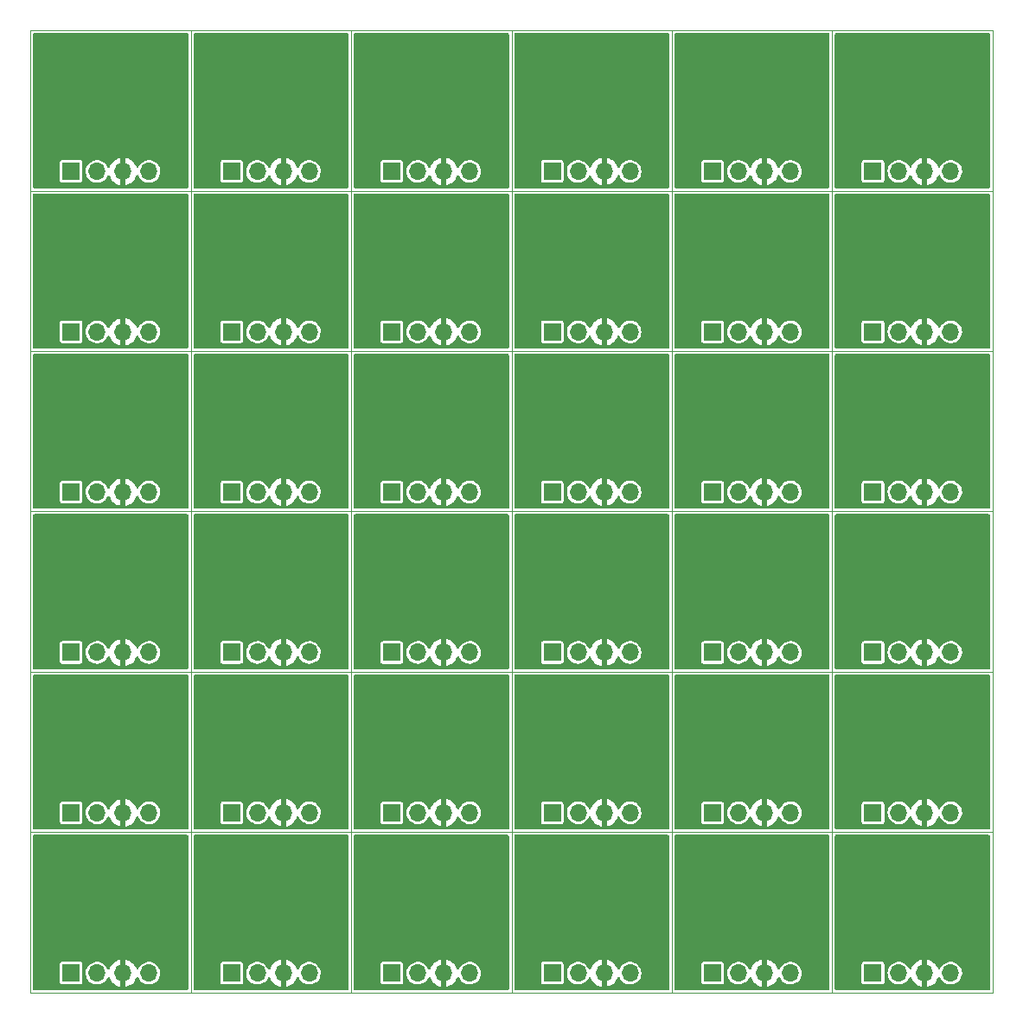
<source format=gbr>
%TF.GenerationSoftware,KiCad,Pcbnew,6.0.11-2627ca5db0~126~ubuntu20.04.1*%
%TF.CreationDate,2023-04-18T12:28:58-05:00*%
%TF.ProjectId,,58585858-5858-4585-9858-585858585858,rev?*%
%TF.SameCoordinates,Original*%
%TF.FileFunction,Copper,L2,Bot*%
%TF.FilePolarity,Positive*%
%FSLAX46Y46*%
G04 Gerber Fmt 4.6, Leading zero omitted, Abs format (unit mm)*
G04 Created by KiCad (PCBNEW 6.0.11-2627ca5db0~126~ubuntu20.04.1) date 2023-04-18 12:28:58*
%MOMM*%
%LPD*%
G01*
G04 APERTURE LIST*
%TA.AperFunction,Profile*%
%ADD10C,0.100000*%
%TD*%
%TA.AperFunction,ComponentPad*%
%ADD11R,1.700000X1.700000*%
%TD*%
%TA.AperFunction,ComponentPad*%
%ADD12O,1.700000X1.700000*%
%TD*%
G04 APERTURE END LIST*
D10*
X178020000Y-126760000D02*
X178020000Y-142460000D01*
X162320000Y-126760000D02*
X162320000Y-142460000D01*
X162320000Y-142460000D02*
X178020000Y-142460000D01*
X162320000Y-126760000D02*
X178020000Y-126760000D01*
X162320000Y-126760000D02*
X162320000Y-142460000D01*
X146620000Y-126760000D02*
X146620000Y-142460000D01*
X146620000Y-142460000D02*
X162320000Y-142460000D01*
X146620000Y-126760000D02*
X162320000Y-126760000D01*
X146620000Y-126760000D02*
X146620000Y-142460000D01*
X130920000Y-126760000D02*
X130920000Y-142460000D01*
X130920000Y-142460000D02*
X146620000Y-142460000D01*
X130920000Y-126760000D02*
X146620000Y-126760000D01*
X130920000Y-126760000D02*
X130920000Y-142460000D01*
X115220000Y-126760000D02*
X115220000Y-142460000D01*
X115220000Y-142460000D02*
X130920000Y-142460000D01*
X115220000Y-126760000D02*
X130920000Y-126760000D01*
X115220000Y-126760000D02*
X115220000Y-142460000D01*
X99520000Y-126760000D02*
X99520000Y-142460000D01*
X99520000Y-142460000D02*
X115220000Y-142460000D01*
X99520000Y-126760000D02*
X115220000Y-126760000D01*
X99520000Y-126760000D02*
X99520000Y-142460000D01*
X83820000Y-126760000D02*
X83820000Y-142460000D01*
X83820000Y-142460000D02*
X99520000Y-142460000D01*
X83820000Y-126760000D02*
X99520000Y-126760000D01*
X178020000Y-111060000D02*
X178020000Y-126760000D01*
X162320000Y-111060000D02*
X162320000Y-126760000D01*
X162320000Y-126760000D02*
X178020000Y-126760000D01*
X162320000Y-111060000D02*
X178020000Y-111060000D01*
X162320000Y-111060000D02*
X162320000Y-126760000D01*
X146620000Y-111060000D02*
X146620000Y-126760000D01*
X146620000Y-126760000D02*
X162320000Y-126760000D01*
X146620000Y-111060000D02*
X162320000Y-111060000D01*
X146620000Y-111060000D02*
X146620000Y-126760000D01*
X130920000Y-111060000D02*
X130920000Y-126760000D01*
X130920000Y-126760000D02*
X146620000Y-126760000D01*
X130920000Y-111060000D02*
X146620000Y-111060000D01*
X130920000Y-111060000D02*
X130920000Y-126760000D01*
X115220000Y-111060000D02*
X115220000Y-126760000D01*
X115220000Y-126760000D02*
X130920000Y-126760000D01*
X115220000Y-111060000D02*
X130920000Y-111060000D01*
X115220000Y-111060000D02*
X115220000Y-126760000D01*
X99520000Y-111060000D02*
X99520000Y-126760000D01*
X99520000Y-126760000D02*
X115220000Y-126760000D01*
X99520000Y-111060000D02*
X115220000Y-111060000D01*
X99520000Y-111060000D02*
X99520000Y-126760000D01*
X83820000Y-111060000D02*
X83820000Y-126760000D01*
X83820000Y-126760000D02*
X99520000Y-126760000D01*
X83820000Y-111060000D02*
X99520000Y-111060000D01*
X178020000Y-95360000D02*
X178020000Y-111060000D01*
X162320000Y-95360000D02*
X162320000Y-111060000D01*
X162320000Y-111060000D02*
X178020000Y-111060000D01*
X162320000Y-95360000D02*
X178020000Y-95360000D01*
X162320000Y-95360000D02*
X162320000Y-111060000D01*
X146620000Y-95360000D02*
X146620000Y-111060000D01*
X146620000Y-111060000D02*
X162320000Y-111060000D01*
X146620000Y-95360000D02*
X162320000Y-95360000D01*
X146620000Y-95360000D02*
X146620000Y-111060000D01*
X130920000Y-95360000D02*
X130920000Y-111060000D01*
X130920000Y-111060000D02*
X146620000Y-111060000D01*
X130920000Y-95360000D02*
X146620000Y-95360000D01*
X130920000Y-95360000D02*
X130920000Y-111060000D01*
X115220000Y-95360000D02*
X115220000Y-111060000D01*
X115220000Y-111060000D02*
X130920000Y-111060000D01*
X115220000Y-95360000D02*
X130920000Y-95360000D01*
X115220000Y-95360000D02*
X115220000Y-111060000D01*
X99520000Y-95360000D02*
X99520000Y-111060000D01*
X99520000Y-111060000D02*
X115220000Y-111060000D01*
X99520000Y-95360000D02*
X115220000Y-95360000D01*
X99520000Y-95360000D02*
X99520000Y-111060000D01*
X83820000Y-95360000D02*
X83820000Y-111060000D01*
X83820000Y-111060000D02*
X99520000Y-111060000D01*
X83820000Y-95360000D02*
X99520000Y-95360000D01*
X178020000Y-79660000D02*
X178020000Y-95360000D01*
X162320000Y-79660000D02*
X162320000Y-95360000D01*
X162320000Y-95360000D02*
X178020000Y-95360000D01*
X162320000Y-79660000D02*
X178020000Y-79660000D01*
X162320000Y-79660000D02*
X162320000Y-95360000D01*
X146620000Y-79660000D02*
X146620000Y-95360000D01*
X146620000Y-95360000D02*
X162320000Y-95360000D01*
X146620000Y-79660000D02*
X162320000Y-79660000D01*
X146620000Y-79660000D02*
X146620000Y-95360000D01*
X130920000Y-79660000D02*
X130920000Y-95360000D01*
X130920000Y-95360000D02*
X146620000Y-95360000D01*
X130920000Y-79660000D02*
X146620000Y-79660000D01*
X130920000Y-79660000D02*
X130920000Y-95360000D01*
X115220000Y-79660000D02*
X115220000Y-95360000D01*
X115220000Y-95360000D02*
X130920000Y-95360000D01*
X115220000Y-79660000D02*
X130920000Y-79660000D01*
X115220000Y-79660000D02*
X115220000Y-95360000D01*
X99520000Y-79660000D02*
X99520000Y-95360000D01*
X99520000Y-95360000D02*
X115220000Y-95360000D01*
X99520000Y-79660000D02*
X115220000Y-79660000D01*
X99520000Y-79660000D02*
X99520000Y-95360000D01*
X83820000Y-79660000D02*
X83820000Y-95360000D01*
X83820000Y-95360000D02*
X99520000Y-95360000D01*
X83820000Y-79660000D02*
X99520000Y-79660000D01*
X178020000Y-63960000D02*
X178020000Y-79660000D01*
X162320000Y-63960000D02*
X162320000Y-79660000D01*
X162320000Y-79660000D02*
X178020000Y-79660000D01*
X162320000Y-63960000D02*
X178020000Y-63960000D01*
X162320000Y-63960000D02*
X162320000Y-79660000D01*
X146620000Y-63960000D02*
X146620000Y-79660000D01*
X146620000Y-79660000D02*
X162320000Y-79660000D01*
X146620000Y-63960000D02*
X162320000Y-63960000D01*
X146620000Y-63960000D02*
X146620000Y-79660000D01*
X130920000Y-63960000D02*
X130920000Y-79660000D01*
X130920000Y-79660000D02*
X146620000Y-79660000D01*
X130920000Y-63960000D02*
X146620000Y-63960000D01*
X130920000Y-63960000D02*
X130920000Y-79660000D01*
X115220000Y-63960000D02*
X115220000Y-79660000D01*
X115220000Y-79660000D02*
X130920000Y-79660000D01*
X115220000Y-63960000D02*
X130920000Y-63960000D01*
X115220000Y-63960000D02*
X115220000Y-79660000D01*
X99520000Y-63960000D02*
X99520000Y-79660000D01*
X99520000Y-79660000D02*
X115220000Y-79660000D01*
X99520000Y-63960000D02*
X115220000Y-63960000D01*
X99520000Y-63960000D02*
X99520000Y-79660000D01*
X83820000Y-63960000D02*
X83820000Y-79660000D01*
X83820000Y-79660000D02*
X99520000Y-79660000D01*
X83820000Y-63960000D02*
X99520000Y-63960000D01*
X178020000Y-48260000D02*
X178020000Y-63960000D01*
X162320000Y-48260000D02*
X162320000Y-63960000D01*
X162320000Y-63960000D02*
X178020000Y-63960000D01*
X162320000Y-48260000D02*
X178020000Y-48260000D01*
X162320000Y-48260000D02*
X162320000Y-63960000D01*
X146620000Y-48260000D02*
X146620000Y-63960000D01*
X146620000Y-63960000D02*
X162320000Y-63960000D01*
X146620000Y-48260000D02*
X162320000Y-48260000D01*
X146620000Y-48260000D02*
X146620000Y-63960000D01*
X130920000Y-48260000D02*
X130920000Y-63960000D01*
X130920000Y-63960000D02*
X146620000Y-63960000D01*
X130920000Y-48260000D02*
X146620000Y-48260000D01*
X130920000Y-48260000D02*
X130920000Y-63960000D01*
X115220000Y-48260000D02*
X115220000Y-63960000D01*
X115220000Y-63960000D02*
X130920000Y-63960000D01*
X115220000Y-48260000D02*
X130920000Y-48260000D01*
X115220000Y-48260000D02*
X115220000Y-63960000D01*
X99520000Y-48260000D02*
X99520000Y-63960000D01*
X99520000Y-63960000D02*
X115220000Y-63960000D01*
X99520000Y-48260000D02*
X115220000Y-48260000D01*
X99520000Y-48260000D02*
X99520000Y-63960000D01*
X83820000Y-48260000D02*
X83820000Y-63960000D01*
X83820000Y-48260000D02*
X99520000Y-48260000D01*
X83820000Y-63960000D02*
X99520000Y-63960000D01*
D11*
%TO.P,J1,1,Pin_1*%
%TO.N,Net-(U1-Pad1)*%
X166307000Y-140560000D03*
D12*
%TO.P,J1,2,Pin_2*%
%TO.N,Net-(C2-Pad1)*%
X168847000Y-140560000D03*
%TO.P,J1,3,Pin_3*%
%TO.N,GND*%
X171387000Y-140560000D03*
%TO.P,J1,4,Pin_4*%
%TO.N,Net-(C1-Pad1)*%
X173927000Y-140560000D03*
%TD*%
D11*
%TO.P,J1,1,Pin_1*%
%TO.N,Net-(U1-Pad1)*%
X150607000Y-140560000D03*
D12*
%TO.P,J1,2,Pin_2*%
%TO.N,Net-(C2-Pad1)*%
X153147000Y-140560000D03*
%TO.P,J1,3,Pin_3*%
%TO.N,GND*%
X155687000Y-140560000D03*
%TO.P,J1,4,Pin_4*%
%TO.N,Net-(C1-Pad1)*%
X158227000Y-140560000D03*
%TD*%
D11*
%TO.P,J1,1,Pin_1*%
%TO.N,Net-(U1-Pad1)*%
X134907000Y-140560000D03*
D12*
%TO.P,J1,2,Pin_2*%
%TO.N,Net-(C2-Pad1)*%
X137447000Y-140560000D03*
%TO.P,J1,3,Pin_3*%
%TO.N,GND*%
X139987000Y-140560000D03*
%TO.P,J1,4,Pin_4*%
%TO.N,Net-(C1-Pad1)*%
X142527000Y-140560000D03*
%TD*%
D11*
%TO.P,J1,1,Pin_1*%
%TO.N,Net-(U1-Pad1)*%
X119207000Y-140560000D03*
D12*
%TO.P,J1,2,Pin_2*%
%TO.N,Net-(C2-Pad1)*%
X121747000Y-140560000D03*
%TO.P,J1,3,Pin_3*%
%TO.N,GND*%
X124287000Y-140560000D03*
%TO.P,J1,4,Pin_4*%
%TO.N,Net-(C1-Pad1)*%
X126827000Y-140560000D03*
%TD*%
D11*
%TO.P,J1,1,Pin_1*%
%TO.N,Net-(U1-Pad1)*%
X103507000Y-140560000D03*
D12*
%TO.P,J1,2,Pin_2*%
%TO.N,Net-(C2-Pad1)*%
X106047000Y-140560000D03*
%TO.P,J1,3,Pin_3*%
%TO.N,GND*%
X108587000Y-140560000D03*
%TO.P,J1,4,Pin_4*%
%TO.N,Net-(C1-Pad1)*%
X111127000Y-140560000D03*
%TD*%
D11*
%TO.P,J1,1,Pin_1*%
%TO.N,Net-(U1-Pad1)*%
X87807000Y-140560000D03*
D12*
%TO.P,J1,2,Pin_2*%
%TO.N,Net-(C2-Pad1)*%
X90347000Y-140560000D03*
%TO.P,J1,3,Pin_3*%
%TO.N,GND*%
X92887000Y-140560000D03*
%TO.P,J1,4,Pin_4*%
%TO.N,Net-(C1-Pad1)*%
X95427000Y-140560000D03*
%TD*%
D11*
%TO.P,J1,1,Pin_1*%
%TO.N,Net-(U1-Pad1)*%
X166307000Y-124860000D03*
D12*
%TO.P,J1,2,Pin_2*%
%TO.N,Net-(C2-Pad1)*%
X168847000Y-124860000D03*
%TO.P,J1,3,Pin_3*%
%TO.N,GND*%
X171387000Y-124860000D03*
%TO.P,J1,4,Pin_4*%
%TO.N,Net-(C1-Pad1)*%
X173927000Y-124860000D03*
%TD*%
D11*
%TO.P,J1,1,Pin_1*%
%TO.N,Net-(U1-Pad1)*%
X150607000Y-124860000D03*
D12*
%TO.P,J1,2,Pin_2*%
%TO.N,Net-(C2-Pad1)*%
X153147000Y-124860000D03*
%TO.P,J1,3,Pin_3*%
%TO.N,GND*%
X155687000Y-124860000D03*
%TO.P,J1,4,Pin_4*%
%TO.N,Net-(C1-Pad1)*%
X158227000Y-124860000D03*
%TD*%
D11*
%TO.P,J1,1,Pin_1*%
%TO.N,Net-(U1-Pad1)*%
X134907000Y-124860000D03*
D12*
%TO.P,J1,2,Pin_2*%
%TO.N,Net-(C2-Pad1)*%
X137447000Y-124860000D03*
%TO.P,J1,3,Pin_3*%
%TO.N,GND*%
X139987000Y-124860000D03*
%TO.P,J1,4,Pin_4*%
%TO.N,Net-(C1-Pad1)*%
X142527000Y-124860000D03*
%TD*%
D11*
%TO.P,J1,1,Pin_1*%
%TO.N,Net-(U1-Pad1)*%
X119207000Y-124860000D03*
D12*
%TO.P,J1,2,Pin_2*%
%TO.N,Net-(C2-Pad1)*%
X121747000Y-124860000D03*
%TO.P,J1,3,Pin_3*%
%TO.N,GND*%
X124287000Y-124860000D03*
%TO.P,J1,4,Pin_4*%
%TO.N,Net-(C1-Pad1)*%
X126827000Y-124860000D03*
%TD*%
D11*
%TO.P,J1,1,Pin_1*%
%TO.N,Net-(U1-Pad1)*%
X103507000Y-124860000D03*
D12*
%TO.P,J1,2,Pin_2*%
%TO.N,Net-(C2-Pad1)*%
X106047000Y-124860000D03*
%TO.P,J1,3,Pin_3*%
%TO.N,GND*%
X108587000Y-124860000D03*
%TO.P,J1,4,Pin_4*%
%TO.N,Net-(C1-Pad1)*%
X111127000Y-124860000D03*
%TD*%
D11*
%TO.P,J1,1,Pin_1*%
%TO.N,Net-(U1-Pad1)*%
X87807000Y-124860000D03*
D12*
%TO.P,J1,2,Pin_2*%
%TO.N,Net-(C2-Pad1)*%
X90347000Y-124860000D03*
%TO.P,J1,3,Pin_3*%
%TO.N,GND*%
X92887000Y-124860000D03*
%TO.P,J1,4,Pin_4*%
%TO.N,Net-(C1-Pad1)*%
X95427000Y-124860000D03*
%TD*%
D11*
%TO.P,J1,1,Pin_1*%
%TO.N,Net-(U1-Pad1)*%
X166307000Y-109160000D03*
D12*
%TO.P,J1,2,Pin_2*%
%TO.N,Net-(C2-Pad1)*%
X168847000Y-109160000D03*
%TO.P,J1,3,Pin_3*%
%TO.N,GND*%
X171387000Y-109160000D03*
%TO.P,J1,4,Pin_4*%
%TO.N,Net-(C1-Pad1)*%
X173927000Y-109160000D03*
%TD*%
D11*
%TO.P,J1,1,Pin_1*%
%TO.N,Net-(U1-Pad1)*%
X150607000Y-109160000D03*
D12*
%TO.P,J1,2,Pin_2*%
%TO.N,Net-(C2-Pad1)*%
X153147000Y-109160000D03*
%TO.P,J1,3,Pin_3*%
%TO.N,GND*%
X155687000Y-109160000D03*
%TO.P,J1,4,Pin_4*%
%TO.N,Net-(C1-Pad1)*%
X158227000Y-109160000D03*
%TD*%
D11*
%TO.P,J1,1,Pin_1*%
%TO.N,Net-(U1-Pad1)*%
X134907000Y-109160000D03*
D12*
%TO.P,J1,2,Pin_2*%
%TO.N,Net-(C2-Pad1)*%
X137447000Y-109160000D03*
%TO.P,J1,3,Pin_3*%
%TO.N,GND*%
X139987000Y-109160000D03*
%TO.P,J1,4,Pin_4*%
%TO.N,Net-(C1-Pad1)*%
X142527000Y-109160000D03*
%TD*%
D11*
%TO.P,J1,1,Pin_1*%
%TO.N,Net-(U1-Pad1)*%
X119207000Y-109160000D03*
D12*
%TO.P,J1,2,Pin_2*%
%TO.N,Net-(C2-Pad1)*%
X121747000Y-109160000D03*
%TO.P,J1,3,Pin_3*%
%TO.N,GND*%
X124287000Y-109160000D03*
%TO.P,J1,4,Pin_4*%
%TO.N,Net-(C1-Pad1)*%
X126827000Y-109160000D03*
%TD*%
D11*
%TO.P,J1,1,Pin_1*%
%TO.N,Net-(U1-Pad1)*%
X103507000Y-109160000D03*
D12*
%TO.P,J1,2,Pin_2*%
%TO.N,Net-(C2-Pad1)*%
X106047000Y-109160000D03*
%TO.P,J1,3,Pin_3*%
%TO.N,GND*%
X108587000Y-109160000D03*
%TO.P,J1,4,Pin_4*%
%TO.N,Net-(C1-Pad1)*%
X111127000Y-109160000D03*
%TD*%
D11*
%TO.P,J1,1,Pin_1*%
%TO.N,Net-(U1-Pad1)*%
X87807000Y-109160000D03*
D12*
%TO.P,J1,2,Pin_2*%
%TO.N,Net-(C2-Pad1)*%
X90347000Y-109160000D03*
%TO.P,J1,3,Pin_3*%
%TO.N,GND*%
X92887000Y-109160000D03*
%TO.P,J1,4,Pin_4*%
%TO.N,Net-(C1-Pad1)*%
X95427000Y-109160000D03*
%TD*%
D11*
%TO.P,J1,1,Pin_1*%
%TO.N,Net-(U1-Pad1)*%
X166307000Y-93460000D03*
D12*
%TO.P,J1,2,Pin_2*%
%TO.N,Net-(C2-Pad1)*%
X168847000Y-93460000D03*
%TO.P,J1,3,Pin_3*%
%TO.N,GND*%
X171387000Y-93460000D03*
%TO.P,J1,4,Pin_4*%
%TO.N,Net-(C1-Pad1)*%
X173927000Y-93460000D03*
%TD*%
D11*
%TO.P,J1,1,Pin_1*%
%TO.N,Net-(U1-Pad1)*%
X150607000Y-93460000D03*
D12*
%TO.P,J1,2,Pin_2*%
%TO.N,Net-(C2-Pad1)*%
X153147000Y-93460000D03*
%TO.P,J1,3,Pin_3*%
%TO.N,GND*%
X155687000Y-93460000D03*
%TO.P,J1,4,Pin_4*%
%TO.N,Net-(C1-Pad1)*%
X158227000Y-93460000D03*
%TD*%
D11*
%TO.P,J1,1,Pin_1*%
%TO.N,Net-(U1-Pad1)*%
X134907000Y-93460000D03*
D12*
%TO.P,J1,2,Pin_2*%
%TO.N,Net-(C2-Pad1)*%
X137447000Y-93460000D03*
%TO.P,J1,3,Pin_3*%
%TO.N,GND*%
X139987000Y-93460000D03*
%TO.P,J1,4,Pin_4*%
%TO.N,Net-(C1-Pad1)*%
X142527000Y-93460000D03*
%TD*%
D11*
%TO.P,J1,1,Pin_1*%
%TO.N,Net-(U1-Pad1)*%
X119207000Y-93460000D03*
D12*
%TO.P,J1,2,Pin_2*%
%TO.N,Net-(C2-Pad1)*%
X121747000Y-93460000D03*
%TO.P,J1,3,Pin_3*%
%TO.N,GND*%
X124287000Y-93460000D03*
%TO.P,J1,4,Pin_4*%
%TO.N,Net-(C1-Pad1)*%
X126827000Y-93460000D03*
%TD*%
D11*
%TO.P,J1,1,Pin_1*%
%TO.N,Net-(U1-Pad1)*%
X103507000Y-93460000D03*
D12*
%TO.P,J1,2,Pin_2*%
%TO.N,Net-(C2-Pad1)*%
X106047000Y-93460000D03*
%TO.P,J1,3,Pin_3*%
%TO.N,GND*%
X108587000Y-93460000D03*
%TO.P,J1,4,Pin_4*%
%TO.N,Net-(C1-Pad1)*%
X111127000Y-93460000D03*
%TD*%
D11*
%TO.P,J1,1,Pin_1*%
%TO.N,Net-(U1-Pad1)*%
X87807000Y-93460000D03*
D12*
%TO.P,J1,2,Pin_2*%
%TO.N,Net-(C2-Pad1)*%
X90347000Y-93460000D03*
%TO.P,J1,3,Pin_3*%
%TO.N,GND*%
X92887000Y-93460000D03*
%TO.P,J1,4,Pin_4*%
%TO.N,Net-(C1-Pad1)*%
X95427000Y-93460000D03*
%TD*%
D11*
%TO.P,J1,1,Pin_1*%
%TO.N,Net-(U1-Pad1)*%
X166307000Y-77760000D03*
D12*
%TO.P,J1,2,Pin_2*%
%TO.N,Net-(C2-Pad1)*%
X168847000Y-77760000D03*
%TO.P,J1,3,Pin_3*%
%TO.N,GND*%
X171387000Y-77760000D03*
%TO.P,J1,4,Pin_4*%
%TO.N,Net-(C1-Pad1)*%
X173927000Y-77760000D03*
%TD*%
D11*
%TO.P,J1,1,Pin_1*%
%TO.N,Net-(U1-Pad1)*%
X150607000Y-77760000D03*
D12*
%TO.P,J1,2,Pin_2*%
%TO.N,Net-(C2-Pad1)*%
X153147000Y-77760000D03*
%TO.P,J1,3,Pin_3*%
%TO.N,GND*%
X155687000Y-77760000D03*
%TO.P,J1,4,Pin_4*%
%TO.N,Net-(C1-Pad1)*%
X158227000Y-77760000D03*
%TD*%
D11*
%TO.P,J1,1,Pin_1*%
%TO.N,Net-(U1-Pad1)*%
X134907000Y-77760000D03*
D12*
%TO.P,J1,2,Pin_2*%
%TO.N,Net-(C2-Pad1)*%
X137447000Y-77760000D03*
%TO.P,J1,3,Pin_3*%
%TO.N,GND*%
X139987000Y-77760000D03*
%TO.P,J1,4,Pin_4*%
%TO.N,Net-(C1-Pad1)*%
X142527000Y-77760000D03*
%TD*%
D11*
%TO.P,J1,1,Pin_1*%
%TO.N,Net-(U1-Pad1)*%
X119207000Y-77760000D03*
D12*
%TO.P,J1,2,Pin_2*%
%TO.N,Net-(C2-Pad1)*%
X121747000Y-77760000D03*
%TO.P,J1,3,Pin_3*%
%TO.N,GND*%
X124287000Y-77760000D03*
%TO.P,J1,4,Pin_4*%
%TO.N,Net-(C1-Pad1)*%
X126827000Y-77760000D03*
%TD*%
D11*
%TO.P,J1,1,Pin_1*%
%TO.N,Net-(U1-Pad1)*%
X103507000Y-77760000D03*
D12*
%TO.P,J1,2,Pin_2*%
%TO.N,Net-(C2-Pad1)*%
X106047000Y-77760000D03*
%TO.P,J1,3,Pin_3*%
%TO.N,GND*%
X108587000Y-77760000D03*
%TO.P,J1,4,Pin_4*%
%TO.N,Net-(C1-Pad1)*%
X111127000Y-77760000D03*
%TD*%
D11*
%TO.P,J1,1,Pin_1*%
%TO.N,Net-(U1-Pad1)*%
X87807000Y-77760000D03*
D12*
%TO.P,J1,2,Pin_2*%
%TO.N,Net-(C2-Pad1)*%
X90347000Y-77760000D03*
%TO.P,J1,3,Pin_3*%
%TO.N,GND*%
X92887000Y-77760000D03*
%TO.P,J1,4,Pin_4*%
%TO.N,Net-(C1-Pad1)*%
X95427000Y-77760000D03*
%TD*%
D11*
%TO.P,J1,1,Pin_1*%
%TO.N,Net-(U1-Pad1)*%
X166307000Y-62060000D03*
D12*
%TO.P,J1,2,Pin_2*%
%TO.N,Net-(C2-Pad1)*%
X168847000Y-62060000D03*
%TO.P,J1,3,Pin_3*%
%TO.N,GND*%
X171387000Y-62060000D03*
%TO.P,J1,4,Pin_4*%
%TO.N,Net-(C1-Pad1)*%
X173927000Y-62060000D03*
%TD*%
D11*
%TO.P,J1,1,Pin_1*%
%TO.N,Net-(U1-Pad1)*%
X150607000Y-62060000D03*
D12*
%TO.P,J1,2,Pin_2*%
%TO.N,Net-(C2-Pad1)*%
X153147000Y-62060000D03*
%TO.P,J1,3,Pin_3*%
%TO.N,GND*%
X155687000Y-62060000D03*
%TO.P,J1,4,Pin_4*%
%TO.N,Net-(C1-Pad1)*%
X158227000Y-62060000D03*
%TD*%
D11*
%TO.P,J1,1,Pin_1*%
%TO.N,Net-(U1-Pad1)*%
X134907000Y-62060000D03*
D12*
%TO.P,J1,2,Pin_2*%
%TO.N,Net-(C2-Pad1)*%
X137447000Y-62060000D03*
%TO.P,J1,3,Pin_3*%
%TO.N,GND*%
X139987000Y-62060000D03*
%TO.P,J1,4,Pin_4*%
%TO.N,Net-(C1-Pad1)*%
X142527000Y-62060000D03*
%TD*%
D11*
%TO.P,J1,1,Pin_1*%
%TO.N,Net-(U1-Pad1)*%
X119207000Y-62060000D03*
D12*
%TO.P,J1,2,Pin_2*%
%TO.N,Net-(C2-Pad1)*%
X121747000Y-62060000D03*
%TO.P,J1,3,Pin_3*%
%TO.N,GND*%
X124287000Y-62060000D03*
%TO.P,J1,4,Pin_4*%
%TO.N,Net-(C1-Pad1)*%
X126827000Y-62060000D03*
%TD*%
D11*
%TO.P,J1,1,Pin_1*%
%TO.N,Net-(U1-Pad1)*%
X103507000Y-62060000D03*
D12*
%TO.P,J1,2,Pin_2*%
%TO.N,Net-(C2-Pad1)*%
X106047000Y-62060000D03*
%TO.P,J1,3,Pin_3*%
%TO.N,GND*%
X108587000Y-62060000D03*
%TO.P,J1,4,Pin_4*%
%TO.N,Net-(C1-Pad1)*%
X111127000Y-62060000D03*
%TD*%
D11*
%TO.P,J1,1,Pin_1*%
%TO.N,Net-(U1-Pad1)*%
X87807000Y-62060000D03*
D12*
%TO.P,J1,2,Pin_2*%
%TO.N,Net-(C2-Pad1)*%
X90347000Y-62060000D03*
%TO.P,J1,3,Pin_3*%
%TO.N,GND*%
X92887000Y-62060000D03*
%TO.P,J1,4,Pin_4*%
%TO.N,Net-(C1-Pad1)*%
X95427000Y-62060000D03*
%TD*%
%TA.AperFunction,Conductor*%
%TO.N,GND*%
G36*
X100660000Y-65608000D02*
G01*
X99774500Y-65608000D01*
X99774500Y-64340500D01*
X99794502Y-64272379D01*
X99848158Y-64225886D01*
X99900500Y-64214500D01*
X100660000Y-64214500D01*
X100660000Y-65608000D01*
G37*
%TD.AperFunction*%
%TA.AperFunction,Conductor*%
G36*
X99207621Y-64234502D02*
G01*
X99254114Y-64288158D01*
X99265500Y-64340500D01*
X99265500Y-65608000D01*
X84074500Y-65608000D01*
X84074500Y-64340500D01*
X84094502Y-64272379D01*
X84148158Y-64225886D01*
X84200500Y-64214500D01*
X99139500Y-64214500D01*
X99207621Y-64234502D01*
G37*
%TD.AperFunction*%
%TA.AperFunction,Conductor*%
G36*
X100660000Y-63705500D02*
G01*
X99900500Y-63705500D01*
X99832379Y-63685498D01*
X99785886Y-63631842D01*
X99774500Y-63579500D01*
X99774500Y-48640500D01*
X99794502Y-48572379D01*
X99848158Y-48525886D01*
X99900500Y-48514500D01*
X100660000Y-48514500D01*
X100660000Y-63705500D01*
G37*
%TD.AperFunction*%
%TA.AperFunction,Conductor*%
G36*
X99207621Y-48534502D02*
G01*
X99254114Y-48588158D01*
X99265500Y-48640500D01*
X99265500Y-63579500D01*
X99245498Y-63647621D01*
X99191842Y-63694114D01*
X99139500Y-63705500D01*
X84200500Y-63705500D01*
X84132379Y-63685498D01*
X84085886Y-63631842D01*
X84074500Y-63579500D01*
X84074500Y-61184933D01*
X86702500Y-61184933D01*
X86702501Y-62935066D01*
X86717266Y-63009301D01*
X86724161Y-63019620D01*
X86724162Y-63019622D01*
X86764516Y-63080015D01*
X86773516Y-63093484D01*
X86857699Y-63149734D01*
X86931933Y-63164500D01*
X87806858Y-63164500D01*
X88682066Y-63164499D01*
X88717818Y-63157388D01*
X88744126Y-63152156D01*
X88744128Y-63152155D01*
X88756301Y-63149734D01*
X88766621Y-63142839D01*
X88766622Y-63142838D01*
X88830168Y-63100377D01*
X88840484Y-63093484D01*
X88896734Y-63009301D01*
X88911500Y-62935067D01*
X88911499Y-62030964D01*
X89238148Y-62030964D01*
X89251424Y-62233522D01*
X89252845Y-62239118D01*
X89252846Y-62239123D01*
X89273119Y-62318945D01*
X89301392Y-62430269D01*
X89303809Y-62435512D01*
X89341010Y-62516208D01*
X89386377Y-62614616D01*
X89503533Y-62780389D01*
X89648938Y-62922035D01*
X89817720Y-63034812D01*
X89823023Y-63037090D01*
X89823026Y-63037092D01*
X89998921Y-63112662D01*
X90004228Y-63114942D01*
X90077244Y-63131464D01*
X90196579Y-63158467D01*
X90196584Y-63158468D01*
X90202216Y-63159742D01*
X90207987Y-63159969D01*
X90207989Y-63159969D01*
X90267756Y-63162317D01*
X90405053Y-63167712D01*
X90512348Y-63152155D01*
X90600231Y-63139413D01*
X90600236Y-63139412D01*
X90605945Y-63138584D01*
X90611409Y-63136729D01*
X90611414Y-63136728D01*
X90792693Y-63075192D01*
X90792698Y-63075190D01*
X90798165Y-63073334D01*
X90975276Y-62974147D01*
X91014969Y-62941135D01*
X91102696Y-62868172D01*
X91131345Y-62844345D01*
X91261147Y-62688276D01*
X91360334Y-62511165D01*
X91362720Y-62504135D01*
X91363170Y-62503496D01*
X91364541Y-62500416D01*
X91365146Y-62500685D01*
X91403553Y-62446059D01*
X91469305Y-62419278D01*
X91539098Y-62432295D01*
X91590773Y-62480980D01*
X91598777Y-62497229D01*
X91668770Y-62669603D01*
X91673413Y-62678794D01*
X91784694Y-62860388D01*
X91790777Y-62868699D01*
X91930213Y-63029667D01*
X91937580Y-63036883D01*
X92101434Y-63172916D01*
X92109881Y-63178831D01*
X92293756Y-63286279D01*
X92303042Y-63290729D01*
X92502001Y-63366703D01*
X92511899Y-63369579D01*
X92615250Y-63390606D01*
X92629299Y-63389410D01*
X92633000Y-63379065D01*
X92633000Y-63378517D01*
X93141000Y-63378517D01*
X93145064Y-63392359D01*
X93158478Y-63394393D01*
X93165184Y-63393534D01*
X93175262Y-63391392D01*
X93379255Y-63330191D01*
X93388842Y-63326433D01*
X93580095Y-63232739D01*
X93588945Y-63227464D01*
X93762328Y-63103792D01*
X93770200Y-63097139D01*
X93921052Y-62946812D01*
X93927730Y-62938965D01*
X94052003Y-62766020D01*
X94057313Y-62757183D01*
X94151670Y-62566267D01*
X94155469Y-62556672D01*
X94172066Y-62502047D01*
X94211007Y-62442683D01*
X94275862Y-62413796D01*
X94346038Y-62424558D01*
X94399256Y-62471551D01*
X94407048Y-62485922D01*
X94466377Y-62614616D01*
X94583533Y-62780389D01*
X94728938Y-62922035D01*
X94897720Y-63034812D01*
X94903023Y-63037090D01*
X94903026Y-63037092D01*
X95078921Y-63112662D01*
X95084228Y-63114942D01*
X95157244Y-63131464D01*
X95276579Y-63158467D01*
X95276584Y-63158468D01*
X95282216Y-63159742D01*
X95287987Y-63159969D01*
X95287989Y-63159969D01*
X95347756Y-63162317D01*
X95485053Y-63167712D01*
X95592348Y-63152155D01*
X95680231Y-63139413D01*
X95680236Y-63139412D01*
X95685945Y-63138584D01*
X95691409Y-63136729D01*
X95691414Y-63136728D01*
X95872693Y-63075192D01*
X95872698Y-63075190D01*
X95878165Y-63073334D01*
X96055276Y-62974147D01*
X96094969Y-62941135D01*
X96182696Y-62868172D01*
X96211345Y-62844345D01*
X96341147Y-62688276D01*
X96440334Y-62511165D01*
X96442190Y-62505698D01*
X96442192Y-62505693D01*
X96503728Y-62324414D01*
X96503729Y-62324409D01*
X96505584Y-62318945D01*
X96506412Y-62313236D01*
X96506413Y-62313231D01*
X96534179Y-62121727D01*
X96534712Y-62118053D01*
X96536232Y-62060000D01*
X96517658Y-61857859D01*
X96516090Y-61852299D01*
X96464125Y-61668046D01*
X96464124Y-61668044D01*
X96462557Y-61662487D01*
X96451978Y-61641033D01*
X96375331Y-61485609D01*
X96372776Y-61480428D01*
X96251320Y-61317779D01*
X96102258Y-61179987D01*
X96097375Y-61176906D01*
X96097371Y-61176903D01*
X95935464Y-61074748D01*
X95930581Y-61071667D01*
X95742039Y-60996446D01*
X95736379Y-60995320D01*
X95736375Y-60995319D01*
X95548613Y-60957971D01*
X95548610Y-60957971D01*
X95542946Y-60956844D01*
X95537171Y-60956768D01*
X95537167Y-60956768D01*
X95435793Y-60955441D01*
X95339971Y-60954187D01*
X95334274Y-60955166D01*
X95334273Y-60955166D01*
X95246397Y-60970266D01*
X95139910Y-60988564D01*
X94949463Y-61058824D01*
X94775010Y-61162612D01*
X94770670Y-61166418D01*
X94770666Y-61166421D01*
X94626733Y-61292648D01*
X94622392Y-61296455D01*
X94496720Y-61455869D01*
X94494031Y-61460980D01*
X94494029Y-61460983D01*
X94404589Y-61630980D01*
X94355170Y-61681952D01*
X94286037Y-61698115D01*
X94219141Y-61674336D01*
X94179003Y-61619973D01*
X94176955Y-61620863D01*
X94089972Y-61420814D01*
X94085105Y-61411739D01*
X93969426Y-61232926D01*
X93963136Y-61224757D01*
X93819806Y-61067240D01*
X93812273Y-61060215D01*
X93645139Y-60928222D01*
X93636552Y-60922517D01*
X93450117Y-60819599D01*
X93440705Y-60815369D01*
X93239959Y-60744280D01*
X93229988Y-60741646D01*
X93158837Y-60728972D01*
X93145540Y-60730432D01*
X93141000Y-60744989D01*
X93141000Y-63378517D01*
X92633000Y-63378517D01*
X92633000Y-60743102D01*
X92629082Y-60729758D01*
X92614806Y-60727771D01*
X92576324Y-60733660D01*
X92566288Y-60736051D01*
X92363868Y-60802212D01*
X92354359Y-60806209D01*
X92165463Y-60904542D01*
X92156738Y-60910036D01*
X91986433Y-61037905D01*
X91978726Y-61044748D01*
X91831590Y-61198717D01*
X91825104Y-61206727D01*
X91705098Y-61382649D01*
X91700000Y-61391623D01*
X91610338Y-61584783D01*
X91606777Y-61594464D01*
X91602291Y-61610640D01*
X91564813Y-61670939D01*
X91500684Y-61701403D01*
X91430266Y-61692360D01*
X91375915Y-61646682D01*
X91367867Y-61632698D01*
X91295331Y-61485609D01*
X91292776Y-61480428D01*
X91171320Y-61317779D01*
X91022258Y-61179987D01*
X91017375Y-61176906D01*
X91017371Y-61176903D01*
X90855464Y-61074748D01*
X90850581Y-61071667D01*
X90662039Y-60996446D01*
X90656379Y-60995320D01*
X90656375Y-60995319D01*
X90468613Y-60957971D01*
X90468610Y-60957971D01*
X90462946Y-60956844D01*
X90457171Y-60956768D01*
X90457167Y-60956768D01*
X90355793Y-60955441D01*
X90259971Y-60954187D01*
X90254274Y-60955166D01*
X90254273Y-60955166D01*
X90166397Y-60970266D01*
X90059910Y-60988564D01*
X89869463Y-61058824D01*
X89695010Y-61162612D01*
X89690670Y-61166418D01*
X89690666Y-61166421D01*
X89546733Y-61292648D01*
X89542392Y-61296455D01*
X89416720Y-61455869D01*
X89414031Y-61460980D01*
X89414029Y-61460983D01*
X89401073Y-61485609D01*
X89322203Y-61635515D01*
X89262007Y-61829378D01*
X89238148Y-62030964D01*
X88911499Y-62030964D01*
X88911499Y-61184934D01*
X88896734Y-61110699D01*
X88870654Y-61071667D01*
X88847377Y-61036832D01*
X88840484Y-61026516D01*
X88756301Y-60970266D01*
X88682067Y-60955500D01*
X87807142Y-60955500D01*
X86931934Y-60955501D01*
X86896182Y-60962612D01*
X86869874Y-60967844D01*
X86869872Y-60967845D01*
X86857699Y-60970266D01*
X86847379Y-60977161D01*
X86847378Y-60977162D01*
X86786985Y-61017516D01*
X86773516Y-61026516D01*
X86717266Y-61110699D01*
X86702500Y-61184933D01*
X84074500Y-61184933D01*
X84074500Y-48640500D01*
X84094502Y-48572379D01*
X84148158Y-48525886D01*
X84200500Y-48514500D01*
X99139500Y-48514500D01*
X99207621Y-48534502D01*
G37*
%TD.AperFunction*%
%TD*%
%TA.AperFunction,Conductor*%
%TO.N,GND*%
G36*
X114907621Y-64234502D02*
G01*
X114954114Y-64288158D01*
X114965500Y-64340500D01*
X114965500Y-65608000D01*
X99774500Y-65608000D01*
X99774500Y-64340500D01*
X99794502Y-64272379D01*
X99848158Y-64225886D01*
X99900500Y-64214500D01*
X114839500Y-64214500D01*
X114907621Y-64234502D01*
G37*
%TD.AperFunction*%
%TA.AperFunction,Conductor*%
G36*
X116360000Y-65608000D02*
G01*
X115474500Y-65608000D01*
X115474500Y-64340500D01*
X115494502Y-64272379D01*
X115548158Y-64225886D01*
X115600500Y-64214500D01*
X116360000Y-64214500D01*
X116360000Y-65608000D01*
G37*
%TD.AperFunction*%
%TA.AperFunction,Conductor*%
G36*
X99207621Y-64234502D02*
G01*
X99254114Y-64288158D01*
X99265500Y-64340500D01*
X99265500Y-65608000D01*
X99088000Y-65608000D01*
X99088000Y-64214500D01*
X99139500Y-64214500D01*
X99207621Y-64234502D01*
G37*
%TD.AperFunction*%
%TA.AperFunction,Conductor*%
G36*
X116360000Y-63705500D02*
G01*
X115600500Y-63705500D01*
X115532379Y-63685498D01*
X115485886Y-63631842D01*
X115474500Y-63579500D01*
X115474500Y-48640500D01*
X115494502Y-48572379D01*
X115548158Y-48525886D01*
X115600500Y-48514500D01*
X116360000Y-48514500D01*
X116360000Y-63705500D01*
G37*
%TD.AperFunction*%
%TA.AperFunction,Conductor*%
G36*
X99207621Y-48534502D02*
G01*
X99254114Y-48588158D01*
X99265500Y-48640500D01*
X99265500Y-63579500D01*
X99245498Y-63647621D01*
X99191842Y-63694114D01*
X99139500Y-63705500D01*
X99088000Y-63705500D01*
X99088000Y-48514500D01*
X99139500Y-48514500D01*
X99207621Y-48534502D01*
G37*
%TD.AperFunction*%
%TA.AperFunction,Conductor*%
G36*
X114907621Y-48534502D02*
G01*
X114954114Y-48588158D01*
X114965500Y-48640500D01*
X114965500Y-63579500D01*
X114945498Y-63647621D01*
X114891842Y-63694114D01*
X114839500Y-63705500D01*
X99900500Y-63705500D01*
X99832379Y-63685498D01*
X99785886Y-63631842D01*
X99774500Y-63579500D01*
X99774500Y-61184933D01*
X102402500Y-61184933D01*
X102402501Y-62935066D01*
X102417266Y-63009301D01*
X102424161Y-63019620D01*
X102424162Y-63019622D01*
X102464516Y-63080015D01*
X102473516Y-63093484D01*
X102557699Y-63149734D01*
X102631933Y-63164500D01*
X103506858Y-63164500D01*
X104382066Y-63164499D01*
X104417818Y-63157388D01*
X104444126Y-63152156D01*
X104444128Y-63152155D01*
X104456301Y-63149734D01*
X104466621Y-63142839D01*
X104466622Y-63142838D01*
X104530168Y-63100377D01*
X104540484Y-63093484D01*
X104596734Y-63009301D01*
X104611500Y-62935067D01*
X104611499Y-62030964D01*
X104938148Y-62030964D01*
X104951424Y-62233522D01*
X104952845Y-62239118D01*
X104952846Y-62239123D01*
X104973119Y-62318945D01*
X105001392Y-62430269D01*
X105003809Y-62435512D01*
X105041010Y-62516208D01*
X105086377Y-62614616D01*
X105203533Y-62780389D01*
X105348938Y-62922035D01*
X105517720Y-63034812D01*
X105523023Y-63037090D01*
X105523026Y-63037092D01*
X105698921Y-63112662D01*
X105704228Y-63114942D01*
X105777244Y-63131464D01*
X105896579Y-63158467D01*
X105896584Y-63158468D01*
X105902216Y-63159742D01*
X105907987Y-63159969D01*
X105907989Y-63159969D01*
X105967756Y-63162317D01*
X106105053Y-63167712D01*
X106212348Y-63152155D01*
X106300231Y-63139413D01*
X106300236Y-63139412D01*
X106305945Y-63138584D01*
X106311409Y-63136729D01*
X106311414Y-63136728D01*
X106492693Y-63075192D01*
X106492698Y-63075190D01*
X106498165Y-63073334D01*
X106675276Y-62974147D01*
X106714969Y-62941135D01*
X106802696Y-62868172D01*
X106831345Y-62844345D01*
X106961147Y-62688276D01*
X107060334Y-62511165D01*
X107062720Y-62504135D01*
X107063170Y-62503496D01*
X107064541Y-62500416D01*
X107065146Y-62500685D01*
X107103553Y-62446059D01*
X107169305Y-62419278D01*
X107239098Y-62432295D01*
X107290773Y-62480980D01*
X107298777Y-62497229D01*
X107368770Y-62669603D01*
X107373413Y-62678794D01*
X107484694Y-62860388D01*
X107490777Y-62868699D01*
X107630213Y-63029667D01*
X107637580Y-63036883D01*
X107801434Y-63172916D01*
X107809881Y-63178831D01*
X107993756Y-63286279D01*
X108003042Y-63290729D01*
X108202001Y-63366703D01*
X108211899Y-63369579D01*
X108315250Y-63390606D01*
X108329299Y-63389410D01*
X108333000Y-63379065D01*
X108333000Y-63378517D01*
X108841000Y-63378517D01*
X108845064Y-63392359D01*
X108858478Y-63394393D01*
X108865184Y-63393534D01*
X108875262Y-63391392D01*
X109079255Y-63330191D01*
X109088842Y-63326433D01*
X109280095Y-63232739D01*
X109288945Y-63227464D01*
X109462328Y-63103792D01*
X109470200Y-63097139D01*
X109621052Y-62946812D01*
X109627730Y-62938965D01*
X109752003Y-62766020D01*
X109757313Y-62757183D01*
X109851670Y-62566267D01*
X109855469Y-62556672D01*
X109872066Y-62502047D01*
X109911007Y-62442683D01*
X109975862Y-62413796D01*
X110046038Y-62424558D01*
X110099256Y-62471551D01*
X110107048Y-62485922D01*
X110166377Y-62614616D01*
X110283533Y-62780389D01*
X110428938Y-62922035D01*
X110597720Y-63034812D01*
X110603023Y-63037090D01*
X110603026Y-63037092D01*
X110778921Y-63112662D01*
X110784228Y-63114942D01*
X110857244Y-63131464D01*
X110976579Y-63158467D01*
X110976584Y-63158468D01*
X110982216Y-63159742D01*
X110987987Y-63159969D01*
X110987989Y-63159969D01*
X111047756Y-63162317D01*
X111185053Y-63167712D01*
X111292348Y-63152155D01*
X111380231Y-63139413D01*
X111380236Y-63139412D01*
X111385945Y-63138584D01*
X111391409Y-63136729D01*
X111391414Y-63136728D01*
X111572693Y-63075192D01*
X111572698Y-63075190D01*
X111578165Y-63073334D01*
X111755276Y-62974147D01*
X111794969Y-62941135D01*
X111882696Y-62868172D01*
X111911345Y-62844345D01*
X112041147Y-62688276D01*
X112140334Y-62511165D01*
X112142190Y-62505698D01*
X112142192Y-62505693D01*
X112203728Y-62324414D01*
X112203729Y-62324409D01*
X112205584Y-62318945D01*
X112206412Y-62313236D01*
X112206413Y-62313231D01*
X112234179Y-62121727D01*
X112234712Y-62118053D01*
X112236232Y-62060000D01*
X112217658Y-61857859D01*
X112216090Y-61852299D01*
X112164125Y-61668046D01*
X112164124Y-61668044D01*
X112162557Y-61662487D01*
X112151978Y-61641033D01*
X112075331Y-61485609D01*
X112072776Y-61480428D01*
X111951320Y-61317779D01*
X111802258Y-61179987D01*
X111797375Y-61176906D01*
X111797371Y-61176903D01*
X111635464Y-61074748D01*
X111630581Y-61071667D01*
X111442039Y-60996446D01*
X111436379Y-60995320D01*
X111436375Y-60995319D01*
X111248613Y-60957971D01*
X111248610Y-60957971D01*
X111242946Y-60956844D01*
X111237171Y-60956768D01*
X111237167Y-60956768D01*
X111135793Y-60955441D01*
X111039971Y-60954187D01*
X111034274Y-60955166D01*
X111034273Y-60955166D01*
X110946397Y-60970266D01*
X110839910Y-60988564D01*
X110649463Y-61058824D01*
X110475010Y-61162612D01*
X110470670Y-61166418D01*
X110470666Y-61166421D01*
X110326733Y-61292648D01*
X110322392Y-61296455D01*
X110196720Y-61455869D01*
X110194031Y-61460980D01*
X110194029Y-61460983D01*
X110104589Y-61630980D01*
X110055170Y-61681952D01*
X109986037Y-61698115D01*
X109919141Y-61674336D01*
X109879003Y-61619973D01*
X109876955Y-61620863D01*
X109789972Y-61420814D01*
X109785105Y-61411739D01*
X109669426Y-61232926D01*
X109663136Y-61224757D01*
X109519806Y-61067240D01*
X109512273Y-61060215D01*
X109345139Y-60928222D01*
X109336552Y-60922517D01*
X109150117Y-60819599D01*
X109140705Y-60815369D01*
X108939959Y-60744280D01*
X108929988Y-60741646D01*
X108858837Y-60728972D01*
X108845540Y-60730432D01*
X108841000Y-60744989D01*
X108841000Y-63378517D01*
X108333000Y-63378517D01*
X108333000Y-60743102D01*
X108329082Y-60729758D01*
X108314806Y-60727771D01*
X108276324Y-60733660D01*
X108266288Y-60736051D01*
X108063868Y-60802212D01*
X108054359Y-60806209D01*
X107865463Y-60904542D01*
X107856738Y-60910036D01*
X107686433Y-61037905D01*
X107678726Y-61044748D01*
X107531590Y-61198717D01*
X107525104Y-61206727D01*
X107405098Y-61382649D01*
X107400000Y-61391623D01*
X107310338Y-61584783D01*
X107306777Y-61594464D01*
X107302291Y-61610640D01*
X107264813Y-61670939D01*
X107200684Y-61701403D01*
X107130266Y-61692360D01*
X107075915Y-61646682D01*
X107067867Y-61632698D01*
X106995331Y-61485609D01*
X106992776Y-61480428D01*
X106871320Y-61317779D01*
X106722258Y-61179987D01*
X106717375Y-61176906D01*
X106717371Y-61176903D01*
X106555464Y-61074748D01*
X106550581Y-61071667D01*
X106362039Y-60996446D01*
X106356379Y-60995320D01*
X106356375Y-60995319D01*
X106168613Y-60957971D01*
X106168610Y-60957971D01*
X106162946Y-60956844D01*
X106157171Y-60956768D01*
X106157167Y-60956768D01*
X106055793Y-60955441D01*
X105959971Y-60954187D01*
X105954274Y-60955166D01*
X105954273Y-60955166D01*
X105866397Y-60970266D01*
X105759910Y-60988564D01*
X105569463Y-61058824D01*
X105395010Y-61162612D01*
X105390670Y-61166418D01*
X105390666Y-61166421D01*
X105246733Y-61292648D01*
X105242392Y-61296455D01*
X105116720Y-61455869D01*
X105114031Y-61460980D01*
X105114029Y-61460983D01*
X105101073Y-61485609D01*
X105022203Y-61635515D01*
X104962007Y-61829378D01*
X104938148Y-62030964D01*
X104611499Y-62030964D01*
X104611499Y-61184934D01*
X104596734Y-61110699D01*
X104570654Y-61071667D01*
X104547377Y-61036832D01*
X104540484Y-61026516D01*
X104456301Y-60970266D01*
X104382067Y-60955500D01*
X103507142Y-60955500D01*
X102631934Y-60955501D01*
X102596182Y-60962612D01*
X102569874Y-60967844D01*
X102569872Y-60967845D01*
X102557699Y-60970266D01*
X102547379Y-60977161D01*
X102547378Y-60977162D01*
X102486985Y-61017516D01*
X102473516Y-61026516D01*
X102417266Y-61110699D01*
X102402500Y-61184933D01*
X99774500Y-61184933D01*
X99774500Y-48640500D01*
X99794502Y-48572379D01*
X99848158Y-48525886D01*
X99900500Y-48514500D01*
X114839500Y-48514500D01*
X114907621Y-48534502D01*
G37*
%TD.AperFunction*%
%TD*%
%TA.AperFunction,Conductor*%
%TO.N,GND*%
G36*
X130607621Y-64234502D02*
G01*
X130654114Y-64288158D01*
X130665500Y-64340500D01*
X130665500Y-65608000D01*
X115474500Y-65608000D01*
X115474500Y-64340500D01*
X115494502Y-64272379D01*
X115548158Y-64225886D01*
X115600500Y-64214500D01*
X130539500Y-64214500D01*
X130607621Y-64234502D01*
G37*
%TD.AperFunction*%
%TA.AperFunction,Conductor*%
G36*
X132060000Y-65608000D02*
G01*
X131174500Y-65608000D01*
X131174500Y-64340500D01*
X131194502Y-64272379D01*
X131248158Y-64225886D01*
X131300500Y-64214500D01*
X132060000Y-64214500D01*
X132060000Y-65608000D01*
G37*
%TD.AperFunction*%
%TA.AperFunction,Conductor*%
G36*
X114907621Y-64234502D02*
G01*
X114954114Y-64288158D01*
X114965500Y-64340500D01*
X114965500Y-65608000D01*
X114788000Y-65608000D01*
X114788000Y-64214500D01*
X114839500Y-64214500D01*
X114907621Y-64234502D01*
G37*
%TD.AperFunction*%
%TA.AperFunction,Conductor*%
G36*
X132060000Y-63705500D02*
G01*
X131300500Y-63705500D01*
X131232379Y-63685498D01*
X131185886Y-63631842D01*
X131174500Y-63579500D01*
X131174500Y-48640500D01*
X131194502Y-48572379D01*
X131248158Y-48525886D01*
X131300500Y-48514500D01*
X132060000Y-48514500D01*
X132060000Y-63705500D01*
G37*
%TD.AperFunction*%
%TA.AperFunction,Conductor*%
G36*
X114907621Y-48534502D02*
G01*
X114954114Y-48588158D01*
X114965500Y-48640500D01*
X114965500Y-63579500D01*
X114945498Y-63647621D01*
X114891842Y-63694114D01*
X114839500Y-63705500D01*
X114788000Y-63705500D01*
X114788000Y-48514500D01*
X114839500Y-48514500D01*
X114907621Y-48534502D01*
G37*
%TD.AperFunction*%
%TA.AperFunction,Conductor*%
G36*
X130607621Y-48534502D02*
G01*
X130654114Y-48588158D01*
X130665500Y-48640500D01*
X130665500Y-63579500D01*
X130645498Y-63647621D01*
X130591842Y-63694114D01*
X130539500Y-63705500D01*
X115600500Y-63705500D01*
X115532379Y-63685498D01*
X115485886Y-63631842D01*
X115474500Y-63579500D01*
X115474500Y-61184933D01*
X118102500Y-61184933D01*
X118102501Y-62935066D01*
X118117266Y-63009301D01*
X118124161Y-63019620D01*
X118124162Y-63019622D01*
X118164516Y-63080015D01*
X118173516Y-63093484D01*
X118257699Y-63149734D01*
X118331933Y-63164500D01*
X119206858Y-63164500D01*
X120082066Y-63164499D01*
X120117818Y-63157388D01*
X120144126Y-63152156D01*
X120144128Y-63152155D01*
X120156301Y-63149734D01*
X120166621Y-63142839D01*
X120166622Y-63142838D01*
X120230168Y-63100377D01*
X120240484Y-63093484D01*
X120296734Y-63009301D01*
X120311500Y-62935067D01*
X120311499Y-62030964D01*
X120638148Y-62030964D01*
X120651424Y-62233522D01*
X120652845Y-62239118D01*
X120652846Y-62239123D01*
X120673119Y-62318945D01*
X120701392Y-62430269D01*
X120703809Y-62435512D01*
X120741010Y-62516208D01*
X120786377Y-62614616D01*
X120903533Y-62780389D01*
X121048938Y-62922035D01*
X121217720Y-63034812D01*
X121223023Y-63037090D01*
X121223026Y-63037092D01*
X121398921Y-63112662D01*
X121404228Y-63114942D01*
X121477244Y-63131464D01*
X121596579Y-63158467D01*
X121596584Y-63158468D01*
X121602216Y-63159742D01*
X121607987Y-63159969D01*
X121607989Y-63159969D01*
X121667756Y-63162317D01*
X121805053Y-63167712D01*
X121912348Y-63152155D01*
X122000231Y-63139413D01*
X122000236Y-63139412D01*
X122005945Y-63138584D01*
X122011409Y-63136729D01*
X122011414Y-63136728D01*
X122192693Y-63075192D01*
X122192698Y-63075190D01*
X122198165Y-63073334D01*
X122375276Y-62974147D01*
X122414969Y-62941135D01*
X122502696Y-62868172D01*
X122531345Y-62844345D01*
X122661147Y-62688276D01*
X122760334Y-62511165D01*
X122762720Y-62504135D01*
X122763170Y-62503496D01*
X122764541Y-62500416D01*
X122765146Y-62500685D01*
X122803553Y-62446059D01*
X122869305Y-62419278D01*
X122939098Y-62432295D01*
X122990773Y-62480980D01*
X122998777Y-62497229D01*
X123068770Y-62669603D01*
X123073413Y-62678794D01*
X123184694Y-62860388D01*
X123190777Y-62868699D01*
X123330213Y-63029667D01*
X123337580Y-63036883D01*
X123501434Y-63172916D01*
X123509881Y-63178831D01*
X123693756Y-63286279D01*
X123703042Y-63290729D01*
X123902001Y-63366703D01*
X123911899Y-63369579D01*
X124015250Y-63390606D01*
X124029299Y-63389410D01*
X124033000Y-63379065D01*
X124033000Y-63378517D01*
X124541000Y-63378517D01*
X124545064Y-63392359D01*
X124558478Y-63394393D01*
X124565184Y-63393534D01*
X124575262Y-63391392D01*
X124779255Y-63330191D01*
X124788842Y-63326433D01*
X124980095Y-63232739D01*
X124988945Y-63227464D01*
X125162328Y-63103792D01*
X125170200Y-63097139D01*
X125321052Y-62946812D01*
X125327730Y-62938965D01*
X125452003Y-62766020D01*
X125457313Y-62757183D01*
X125551670Y-62566267D01*
X125555469Y-62556672D01*
X125572066Y-62502047D01*
X125611007Y-62442683D01*
X125675862Y-62413796D01*
X125746038Y-62424558D01*
X125799256Y-62471551D01*
X125807048Y-62485922D01*
X125866377Y-62614616D01*
X125983533Y-62780389D01*
X126128938Y-62922035D01*
X126297720Y-63034812D01*
X126303023Y-63037090D01*
X126303026Y-63037092D01*
X126478921Y-63112662D01*
X126484228Y-63114942D01*
X126557244Y-63131464D01*
X126676579Y-63158467D01*
X126676584Y-63158468D01*
X126682216Y-63159742D01*
X126687987Y-63159969D01*
X126687989Y-63159969D01*
X126747756Y-63162317D01*
X126885053Y-63167712D01*
X126992348Y-63152155D01*
X127080231Y-63139413D01*
X127080236Y-63139412D01*
X127085945Y-63138584D01*
X127091409Y-63136729D01*
X127091414Y-63136728D01*
X127272693Y-63075192D01*
X127272698Y-63075190D01*
X127278165Y-63073334D01*
X127455276Y-62974147D01*
X127494969Y-62941135D01*
X127582696Y-62868172D01*
X127611345Y-62844345D01*
X127741147Y-62688276D01*
X127840334Y-62511165D01*
X127842190Y-62505698D01*
X127842192Y-62505693D01*
X127903728Y-62324414D01*
X127903729Y-62324409D01*
X127905584Y-62318945D01*
X127906412Y-62313236D01*
X127906413Y-62313231D01*
X127934179Y-62121727D01*
X127934712Y-62118053D01*
X127936232Y-62060000D01*
X127917658Y-61857859D01*
X127916090Y-61852299D01*
X127864125Y-61668046D01*
X127864124Y-61668044D01*
X127862557Y-61662487D01*
X127851978Y-61641033D01*
X127775331Y-61485609D01*
X127772776Y-61480428D01*
X127651320Y-61317779D01*
X127502258Y-61179987D01*
X127497375Y-61176906D01*
X127497371Y-61176903D01*
X127335464Y-61074748D01*
X127330581Y-61071667D01*
X127142039Y-60996446D01*
X127136379Y-60995320D01*
X127136375Y-60995319D01*
X126948613Y-60957971D01*
X126948610Y-60957971D01*
X126942946Y-60956844D01*
X126937171Y-60956768D01*
X126937167Y-60956768D01*
X126835793Y-60955441D01*
X126739971Y-60954187D01*
X126734274Y-60955166D01*
X126734273Y-60955166D01*
X126646397Y-60970266D01*
X126539910Y-60988564D01*
X126349463Y-61058824D01*
X126175010Y-61162612D01*
X126170670Y-61166418D01*
X126170666Y-61166421D01*
X126026733Y-61292648D01*
X126022392Y-61296455D01*
X125896720Y-61455869D01*
X125894031Y-61460980D01*
X125894029Y-61460983D01*
X125804589Y-61630980D01*
X125755170Y-61681952D01*
X125686037Y-61698115D01*
X125619141Y-61674336D01*
X125579003Y-61619973D01*
X125576955Y-61620863D01*
X125489972Y-61420814D01*
X125485105Y-61411739D01*
X125369426Y-61232926D01*
X125363136Y-61224757D01*
X125219806Y-61067240D01*
X125212273Y-61060215D01*
X125045139Y-60928222D01*
X125036552Y-60922517D01*
X124850117Y-60819599D01*
X124840705Y-60815369D01*
X124639959Y-60744280D01*
X124629988Y-60741646D01*
X124558837Y-60728972D01*
X124545540Y-60730432D01*
X124541000Y-60744989D01*
X124541000Y-63378517D01*
X124033000Y-63378517D01*
X124033000Y-60743102D01*
X124029082Y-60729758D01*
X124014806Y-60727771D01*
X123976324Y-60733660D01*
X123966288Y-60736051D01*
X123763868Y-60802212D01*
X123754359Y-60806209D01*
X123565463Y-60904542D01*
X123556738Y-60910036D01*
X123386433Y-61037905D01*
X123378726Y-61044748D01*
X123231590Y-61198717D01*
X123225104Y-61206727D01*
X123105098Y-61382649D01*
X123100000Y-61391623D01*
X123010338Y-61584783D01*
X123006777Y-61594464D01*
X123002291Y-61610640D01*
X122964813Y-61670939D01*
X122900684Y-61701403D01*
X122830266Y-61692360D01*
X122775915Y-61646682D01*
X122767867Y-61632698D01*
X122695331Y-61485609D01*
X122692776Y-61480428D01*
X122571320Y-61317779D01*
X122422258Y-61179987D01*
X122417375Y-61176906D01*
X122417371Y-61176903D01*
X122255464Y-61074748D01*
X122250581Y-61071667D01*
X122062039Y-60996446D01*
X122056379Y-60995320D01*
X122056375Y-60995319D01*
X121868613Y-60957971D01*
X121868610Y-60957971D01*
X121862946Y-60956844D01*
X121857171Y-60956768D01*
X121857167Y-60956768D01*
X121755793Y-60955441D01*
X121659971Y-60954187D01*
X121654274Y-60955166D01*
X121654273Y-60955166D01*
X121566397Y-60970266D01*
X121459910Y-60988564D01*
X121269463Y-61058824D01*
X121095010Y-61162612D01*
X121090670Y-61166418D01*
X121090666Y-61166421D01*
X120946733Y-61292648D01*
X120942392Y-61296455D01*
X120816720Y-61455869D01*
X120814031Y-61460980D01*
X120814029Y-61460983D01*
X120801073Y-61485609D01*
X120722203Y-61635515D01*
X120662007Y-61829378D01*
X120638148Y-62030964D01*
X120311499Y-62030964D01*
X120311499Y-61184934D01*
X120296734Y-61110699D01*
X120270654Y-61071667D01*
X120247377Y-61036832D01*
X120240484Y-61026516D01*
X120156301Y-60970266D01*
X120082067Y-60955500D01*
X119207142Y-60955500D01*
X118331934Y-60955501D01*
X118296182Y-60962612D01*
X118269874Y-60967844D01*
X118269872Y-60967845D01*
X118257699Y-60970266D01*
X118247379Y-60977161D01*
X118247378Y-60977162D01*
X118186985Y-61017516D01*
X118173516Y-61026516D01*
X118117266Y-61110699D01*
X118102500Y-61184933D01*
X115474500Y-61184933D01*
X115474500Y-48640500D01*
X115494502Y-48572379D01*
X115548158Y-48525886D01*
X115600500Y-48514500D01*
X130539500Y-48514500D01*
X130607621Y-48534502D01*
G37*
%TD.AperFunction*%
%TD*%
%TA.AperFunction,Conductor*%
%TO.N,GND*%
G36*
X146307621Y-64234502D02*
G01*
X146354114Y-64288158D01*
X146365500Y-64340500D01*
X146365500Y-65608000D01*
X131174500Y-65608000D01*
X131174500Y-64340500D01*
X131194502Y-64272379D01*
X131248158Y-64225886D01*
X131300500Y-64214500D01*
X146239500Y-64214500D01*
X146307621Y-64234502D01*
G37*
%TD.AperFunction*%
%TA.AperFunction,Conductor*%
G36*
X147760000Y-65608000D02*
G01*
X146874500Y-65608000D01*
X146874500Y-64340500D01*
X146894502Y-64272379D01*
X146948158Y-64225886D01*
X147000500Y-64214500D01*
X147760000Y-64214500D01*
X147760000Y-65608000D01*
G37*
%TD.AperFunction*%
%TA.AperFunction,Conductor*%
G36*
X130607621Y-64234502D02*
G01*
X130654114Y-64288158D01*
X130665500Y-64340500D01*
X130665500Y-65608000D01*
X130488000Y-65608000D01*
X130488000Y-64214500D01*
X130539500Y-64214500D01*
X130607621Y-64234502D01*
G37*
%TD.AperFunction*%
%TA.AperFunction,Conductor*%
G36*
X147760000Y-63705500D02*
G01*
X147000500Y-63705500D01*
X146932379Y-63685498D01*
X146885886Y-63631842D01*
X146874500Y-63579500D01*
X146874500Y-48640500D01*
X146894502Y-48572379D01*
X146948158Y-48525886D01*
X147000500Y-48514500D01*
X147760000Y-48514500D01*
X147760000Y-63705500D01*
G37*
%TD.AperFunction*%
%TA.AperFunction,Conductor*%
G36*
X130607621Y-48534502D02*
G01*
X130654114Y-48588158D01*
X130665500Y-48640500D01*
X130665500Y-63579500D01*
X130645498Y-63647621D01*
X130591842Y-63694114D01*
X130539500Y-63705500D01*
X130488000Y-63705500D01*
X130488000Y-48514500D01*
X130539500Y-48514500D01*
X130607621Y-48534502D01*
G37*
%TD.AperFunction*%
%TA.AperFunction,Conductor*%
G36*
X146307621Y-48534502D02*
G01*
X146354114Y-48588158D01*
X146365500Y-48640500D01*
X146365500Y-63579500D01*
X146345498Y-63647621D01*
X146291842Y-63694114D01*
X146239500Y-63705500D01*
X131300500Y-63705500D01*
X131232379Y-63685498D01*
X131185886Y-63631842D01*
X131174500Y-63579500D01*
X131174500Y-61184933D01*
X133802500Y-61184933D01*
X133802501Y-62935066D01*
X133817266Y-63009301D01*
X133824161Y-63019620D01*
X133824162Y-63019622D01*
X133864516Y-63080015D01*
X133873516Y-63093484D01*
X133957699Y-63149734D01*
X134031933Y-63164500D01*
X134906858Y-63164500D01*
X135782066Y-63164499D01*
X135817818Y-63157388D01*
X135844126Y-63152156D01*
X135844128Y-63152155D01*
X135856301Y-63149734D01*
X135866621Y-63142839D01*
X135866622Y-63142838D01*
X135930168Y-63100377D01*
X135940484Y-63093484D01*
X135996734Y-63009301D01*
X136011500Y-62935067D01*
X136011499Y-62030964D01*
X136338148Y-62030964D01*
X136351424Y-62233522D01*
X136352845Y-62239118D01*
X136352846Y-62239123D01*
X136373119Y-62318945D01*
X136401392Y-62430269D01*
X136403809Y-62435512D01*
X136441010Y-62516208D01*
X136486377Y-62614616D01*
X136603533Y-62780389D01*
X136748938Y-62922035D01*
X136917720Y-63034812D01*
X136923023Y-63037090D01*
X136923026Y-63037092D01*
X137098921Y-63112662D01*
X137104228Y-63114942D01*
X137177244Y-63131464D01*
X137296579Y-63158467D01*
X137296584Y-63158468D01*
X137302216Y-63159742D01*
X137307987Y-63159969D01*
X137307989Y-63159969D01*
X137367756Y-63162317D01*
X137505053Y-63167712D01*
X137612348Y-63152155D01*
X137700231Y-63139413D01*
X137700236Y-63139412D01*
X137705945Y-63138584D01*
X137711409Y-63136729D01*
X137711414Y-63136728D01*
X137892693Y-63075192D01*
X137892698Y-63075190D01*
X137898165Y-63073334D01*
X138075276Y-62974147D01*
X138114969Y-62941135D01*
X138202696Y-62868172D01*
X138231345Y-62844345D01*
X138361147Y-62688276D01*
X138460334Y-62511165D01*
X138462720Y-62504135D01*
X138463170Y-62503496D01*
X138464541Y-62500416D01*
X138465146Y-62500685D01*
X138503553Y-62446059D01*
X138569305Y-62419278D01*
X138639098Y-62432295D01*
X138690773Y-62480980D01*
X138698777Y-62497229D01*
X138768770Y-62669603D01*
X138773413Y-62678794D01*
X138884694Y-62860388D01*
X138890777Y-62868699D01*
X139030213Y-63029667D01*
X139037580Y-63036883D01*
X139201434Y-63172916D01*
X139209881Y-63178831D01*
X139393756Y-63286279D01*
X139403042Y-63290729D01*
X139602001Y-63366703D01*
X139611899Y-63369579D01*
X139715250Y-63390606D01*
X139729299Y-63389410D01*
X139733000Y-63379065D01*
X139733000Y-63378517D01*
X140241000Y-63378517D01*
X140245064Y-63392359D01*
X140258478Y-63394393D01*
X140265184Y-63393534D01*
X140275262Y-63391392D01*
X140479255Y-63330191D01*
X140488842Y-63326433D01*
X140680095Y-63232739D01*
X140688945Y-63227464D01*
X140862328Y-63103792D01*
X140870200Y-63097139D01*
X141021052Y-62946812D01*
X141027730Y-62938965D01*
X141152003Y-62766020D01*
X141157313Y-62757183D01*
X141251670Y-62566267D01*
X141255469Y-62556672D01*
X141272066Y-62502047D01*
X141311007Y-62442683D01*
X141375862Y-62413796D01*
X141446038Y-62424558D01*
X141499256Y-62471551D01*
X141507048Y-62485922D01*
X141566377Y-62614616D01*
X141683533Y-62780389D01*
X141828938Y-62922035D01*
X141997720Y-63034812D01*
X142003023Y-63037090D01*
X142003026Y-63037092D01*
X142178921Y-63112662D01*
X142184228Y-63114942D01*
X142257244Y-63131464D01*
X142376579Y-63158467D01*
X142376584Y-63158468D01*
X142382216Y-63159742D01*
X142387987Y-63159969D01*
X142387989Y-63159969D01*
X142447756Y-63162317D01*
X142585053Y-63167712D01*
X142692348Y-63152155D01*
X142780231Y-63139413D01*
X142780236Y-63139412D01*
X142785945Y-63138584D01*
X142791409Y-63136729D01*
X142791414Y-63136728D01*
X142972693Y-63075192D01*
X142972698Y-63075190D01*
X142978165Y-63073334D01*
X143155276Y-62974147D01*
X143194969Y-62941135D01*
X143282696Y-62868172D01*
X143311345Y-62844345D01*
X143441147Y-62688276D01*
X143540334Y-62511165D01*
X143542190Y-62505698D01*
X143542192Y-62505693D01*
X143603728Y-62324414D01*
X143603729Y-62324409D01*
X143605584Y-62318945D01*
X143606412Y-62313236D01*
X143606413Y-62313231D01*
X143634179Y-62121727D01*
X143634712Y-62118053D01*
X143636232Y-62060000D01*
X143617658Y-61857859D01*
X143616090Y-61852299D01*
X143564125Y-61668046D01*
X143564124Y-61668044D01*
X143562557Y-61662487D01*
X143551978Y-61641033D01*
X143475331Y-61485609D01*
X143472776Y-61480428D01*
X143351320Y-61317779D01*
X143202258Y-61179987D01*
X143197375Y-61176906D01*
X143197371Y-61176903D01*
X143035464Y-61074748D01*
X143030581Y-61071667D01*
X142842039Y-60996446D01*
X142836379Y-60995320D01*
X142836375Y-60995319D01*
X142648613Y-60957971D01*
X142648610Y-60957971D01*
X142642946Y-60956844D01*
X142637171Y-60956768D01*
X142637167Y-60956768D01*
X142535793Y-60955441D01*
X142439971Y-60954187D01*
X142434274Y-60955166D01*
X142434273Y-60955166D01*
X142346397Y-60970266D01*
X142239910Y-60988564D01*
X142049463Y-61058824D01*
X141875010Y-61162612D01*
X141870670Y-61166418D01*
X141870666Y-61166421D01*
X141726733Y-61292648D01*
X141722392Y-61296455D01*
X141596720Y-61455869D01*
X141594031Y-61460980D01*
X141594029Y-61460983D01*
X141504589Y-61630980D01*
X141455170Y-61681952D01*
X141386037Y-61698115D01*
X141319141Y-61674336D01*
X141279003Y-61619973D01*
X141276955Y-61620863D01*
X141189972Y-61420814D01*
X141185105Y-61411739D01*
X141069426Y-61232926D01*
X141063136Y-61224757D01*
X140919806Y-61067240D01*
X140912273Y-61060215D01*
X140745139Y-60928222D01*
X140736552Y-60922517D01*
X140550117Y-60819599D01*
X140540705Y-60815369D01*
X140339959Y-60744280D01*
X140329988Y-60741646D01*
X140258837Y-60728972D01*
X140245540Y-60730432D01*
X140241000Y-60744989D01*
X140241000Y-63378517D01*
X139733000Y-63378517D01*
X139733000Y-60743102D01*
X139729082Y-60729758D01*
X139714806Y-60727771D01*
X139676324Y-60733660D01*
X139666288Y-60736051D01*
X139463868Y-60802212D01*
X139454359Y-60806209D01*
X139265463Y-60904542D01*
X139256738Y-60910036D01*
X139086433Y-61037905D01*
X139078726Y-61044748D01*
X138931590Y-61198717D01*
X138925104Y-61206727D01*
X138805098Y-61382649D01*
X138800000Y-61391623D01*
X138710338Y-61584783D01*
X138706777Y-61594464D01*
X138702291Y-61610640D01*
X138664813Y-61670939D01*
X138600684Y-61701403D01*
X138530266Y-61692360D01*
X138475915Y-61646682D01*
X138467867Y-61632698D01*
X138395331Y-61485609D01*
X138392776Y-61480428D01*
X138271320Y-61317779D01*
X138122258Y-61179987D01*
X138117375Y-61176906D01*
X138117371Y-61176903D01*
X137955464Y-61074748D01*
X137950581Y-61071667D01*
X137762039Y-60996446D01*
X137756379Y-60995320D01*
X137756375Y-60995319D01*
X137568613Y-60957971D01*
X137568610Y-60957971D01*
X137562946Y-60956844D01*
X137557171Y-60956768D01*
X137557167Y-60956768D01*
X137455793Y-60955441D01*
X137359971Y-60954187D01*
X137354274Y-60955166D01*
X137354273Y-60955166D01*
X137266397Y-60970266D01*
X137159910Y-60988564D01*
X136969463Y-61058824D01*
X136795010Y-61162612D01*
X136790670Y-61166418D01*
X136790666Y-61166421D01*
X136646733Y-61292648D01*
X136642392Y-61296455D01*
X136516720Y-61455869D01*
X136514031Y-61460980D01*
X136514029Y-61460983D01*
X136501073Y-61485609D01*
X136422203Y-61635515D01*
X136362007Y-61829378D01*
X136338148Y-62030964D01*
X136011499Y-62030964D01*
X136011499Y-61184934D01*
X135996734Y-61110699D01*
X135970654Y-61071667D01*
X135947377Y-61036832D01*
X135940484Y-61026516D01*
X135856301Y-60970266D01*
X135782067Y-60955500D01*
X134907142Y-60955500D01*
X134031934Y-60955501D01*
X133996182Y-60962612D01*
X133969874Y-60967844D01*
X133969872Y-60967845D01*
X133957699Y-60970266D01*
X133947379Y-60977161D01*
X133947378Y-60977162D01*
X133886985Y-61017516D01*
X133873516Y-61026516D01*
X133817266Y-61110699D01*
X133802500Y-61184933D01*
X131174500Y-61184933D01*
X131174500Y-48640500D01*
X131194502Y-48572379D01*
X131248158Y-48525886D01*
X131300500Y-48514500D01*
X146239500Y-48514500D01*
X146307621Y-48534502D01*
G37*
%TD.AperFunction*%
%TD*%
%TA.AperFunction,Conductor*%
%TO.N,GND*%
G36*
X162007621Y-64234502D02*
G01*
X162054114Y-64288158D01*
X162065500Y-64340500D01*
X162065500Y-65608000D01*
X146874500Y-65608000D01*
X146874500Y-64340500D01*
X146894502Y-64272379D01*
X146948158Y-64225886D01*
X147000500Y-64214500D01*
X161939500Y-64214500D01*
X162007621Y-64234502D01*
G37*
%TD.AperFunction*%
%TA.AperFunction,Conductor*%
G36*
X163460000Y-65608000D02*
G01*
X162574500Y-65608000D01*
X162574500Y-64340500D01*
X162594502Y-64272379D01*
X162648158Y-64225886D01*
X162700500Y-64214500D01*
X163460000Y-64214500D01*
X163460000Y-65608000D01*
G37*
%TD.AperFunction*%
%TA.AperFunction,Conductor*%
G36*
X146307621Y-64234502D02*
G01*
X146354114Y-64288158D01*
X146365500Y-64340500D01*
X146365500Y-65608000D01*
X146188000Y-65608000D01*
X146188000Y-64214500D01*
X146239500Y-64214500D01*
X146307621Y-64234502D01*
G37*
%TD.AperFunction*%
%TA.AperFunction,Conductor*%
G36*
X163460000Y-63705500D02*
G01*
X162700500Y-63705500D01*
X162632379Y-63685498D01*
X162585886Y-63631842D01*
X162574500Y-63579500D01*
X162574500Y-48640500D01*
X162594502Y-48572379D01*
X162648158Y-48525886D01*
X162700500Y-48514500D01*
X163460000Y-48514500D01*
X163460000Y-63705500D01*
G37*
%TD.AperFunction*%
%TA.AperFunction,Conductor*%
G36*
X146307621Y-48534502D02*
G01*
X146354114Y-48588158D01*
X146365500Y-48640500D01*
X146365500Y-63579500D01*
X146345498Y-63647621D01*
X146291842Y-63694114D01*
X146239500Y-63705500D01*
X146188000Y-63705500D01*
X146188000Y-48514500D01*
X146239500Y-48514500D01*
X146307621Y-48534502D01*
G37*
%TD.AperFunction*%
%TA.AperFunction,Conductor*%
G36*
X162007621Y-48534502D02*
G01*
X162054114Y-48588158D01*
X162065500Y-48640500D01*
X162065500Y-63579500D01*
X162045498Y-63647621D01*
X161991842Y-63694114D01*
X161939500Y-63705500D01*
X147000500Y-63705500D01*
X146932379Y-63685498D01*
X146885886Y-63631842D01*
X146874500Y-63579500D01*
X146874500Y-61184933D01*
X149502500Y-61184933D01*
X149502501Y-62935066D01*
X149517266Y-63009301D01*
X149524161Y-63019620D01*
X149524162Y-63019622D01*
X149564516Y-63080015D01*
X149573516Y-63093484D01*
X149657699Y-63149734D01*
X149731933Y-63164500D01*
X150606858Y-63164500D01*
X151482066Y-63164499D01*
X151517818Y-63157388D01*
X151544126Y-63152156D01*
X151544128Y-63152155D01*
X151556301Y-63149734D01*
X151566621Y-63142839D01*
X151566622Y-63142838D01*
X151630168Y-63100377D01*
X151640484Y-63093484D01*
X151696734Y-63009301D01*
X151711500Y-62935067D01*
X151711499Y-62030964D01*
X152038148Y-62030964D01*
X152051424Y-62233522D01*
X152052845Y-62239118D01*
X152052846Y-62239123D01*
X152073119Y-62318945D01*
X152101392Y-62430269D01*
X152103809Y-62435512D01*
X152141010Y-62516208D01*
X152186377Y-62614616D01*
X152303533Y-62780389D01*
X152448938Y-62922035D01*
X152617720Y-63034812D01*
X152623023Y-63037090D01*
X152623026Y-63037092D01*
X152798921Y-63112662D01*
X152804228Y-63114942D01*
X152877244Y-63131464D01*
X152996579Y-63158467D01*
X152996584Y-63158468D01*
X153002216Y-63159742D01*
X153007987Y-63159969D01*
X153007989Y-63159969D01*
X153067756Y-63162317D01*
X153205053Y-63167712D01*
X153312348Y-63152155D01*
X153400231Y-63139413D01*
X153400236Y-63139412D01*
X153405945Y-63138584D01*
X153411409Y-63136729D01*
X153411414Y-63136728D01*
X153592693Y-63075192D01*
X153592698Y-63075190D01*
X153598165Y-63073334D01*
X153775276Y-62974147D01*
X153814969Y-62941135D01*
X153902696Y-62868172D01*
X153931345Y-62844345D01*
X154061147Y-62688276D01*
X154160334Y-62511165D01*
X154162720Y-62504135D01*
X154163170Y-62503496D01*
X154164541Y-62500416D01*
X154165146Y-62500685D01*
X154203553Y-62446059D01*
X154269305Y-62419278D01*
X154339098Y-62432295D01*
X154390773Y-62480980D01*
X154398777Y-62497229D01*
X154468770Y-62669603D01*
X154473413Y-62678794D01*
X154584694Y-62860388D01*
X154590777Y-62868699D01*
X154730213Y-63029667D01*
X154737580Y-63036883D01*
X154901434Y-63172916D01*
X154909881Y-63178831D01*
X155093756Y-63286279D01*
X155103042Y-63290729D01*
X155302001Y-63366703D01*
X155311899Y-63369579D01*
X155415250Y-63390606D01*
X155429299Y-63389410D01*
X155433000Y-63379065D01*
X155433000Y-63378517D01*
X155941000Y-63378517D01*
X155945064Y-63392359D01*
X155958478Y-63394393D01*
X155965184Y-63393534D01*
X155975262Y-63391392D01*
X156179255Y-63330191D01*
X156188842Y-63326433D01*
X156380095Y-63232739D01*
X156388945Y-63227464D01*
X156562328Y-63103792D01*
X156570200Y-63097139D01*
X156721052Y-62946812D01*
X156727730Y-62938965D01*
X156852003Y-62766020D01*
X156857313Y-62757183D01*
X156951670Y-62566267D01*
X156955469Y-62556672D01*
X156972066Y-62502047D01*
X157011007Y-62442683D01*
X157075862Y-62413796D01*
X157146038Y-62424558D01*
X157199256Y-62471551D01*
X157207048Y-62485922D01*
X157266377Y-62614616D01*
X157383533Y-62780389D01*
X157528938Y-62922035D01*
X157697720Y-63034812D01*
X157703023Y-63037090D01*
X157703026Y-63037092D01*
X157878921Y-63112662D01*
X157884228Y-63114942D01*
X157957244Y-63131464D01*
X158076579Y-63158467D01*
X158076584Y-63158468D01*
X158082216Y-63159742D01*
X158087987Y-63159969D01*
X158087989Y-63159969D01*
X158147756Y-63162317D01*
X158285053Y-63167712D01*
X158392348Y-63152155D01*
X158480231Y-63139413D01*
X158480236Y-63139412D01*
X158485945Y-63138584D01*
X158491409Y-63136729D01*
X158491414Y-63136728D01*
X158672693Y-63075192D01*
X158672698Y-63075190D01*
X158678165Y-63073334D01*
X158855276Y-62974147D01*
X158894969Y-62941135D01*
X158982696Y-62868172D01*
X159011345Y-62844345D01*
X159141147Y-62688276D01*
X159240334Y-62511165D01*
X159242190Y-62505698D01*
X159242192Y-62505693D01*
X159303728Y-62324414D01*
X159303729Y-62324409D01*
X159305584Y-62318945D01*
X159306412Y-62313236D01*
X159306413Y-62313231D01*
X159334179Y-62121727D01*
X159334712Y-62118053D01*
X159336232Y-62060000D01*
X159317658Y-61857859D01*
X159316090Y-61852299D01*
X159264125Y-61668046D01*
X159264124Y-61668044D01*
X159262557Y-61662487D01*
X159251978Y-61641033D01*
X159175331Y-61485609D01*
X159172776Y-61480428D01*
X159051320Y-61317779D01*
X158902258Y-61179987D01*
X158897375Y-61176906D01*
X158897371Y-61176903D01*
X158735464Y-61074748D01*
X158730581Y-61071667D01*
X158542039Y-60996446D01*
X158536379Y-60995320D01*
X158536375Y-60995319D01*
X158348613Y-60957971D01*
X158348610Y-60957971D01*
X158342946Y-60956844D01*
X158337171Y-60956768D01*
X158337167Y-60956768D01*
X158235793Y-60955441D01*
X158139971Y-60954187D01*
X158134274Y-60955166D01*
X158134273Y-60955166D01*
X158046397Y-60970266D01*
X157939910Y-60988564D01*
X157749463Y-61058824D01*
X157575010Y-61162612D01*
X157570670Y-61166418D01*
X157570666Y-61166421D01*
X157426733Y-61292648D01*
X157422392Y-61296455D01*
X157296720Y-61455869D01*
X157294031Y-61460980D01*
X157294029Y-61460983D01*
X157204589Y-61630980D01*
X157155170Y-61681952D01*
X157086037Y-61698115D01*
X157019141Y-61674336D01*
X156979003Y-61619973D01*
X156976955Y-61620863D01*
X156889972Y-61420814D01*
X156885105Y-61411739D01*
X156769426Y-61232926D01*
X156763136Y-61224757D01*
X156619806Y-61067240D01*
X156612273Y-61060215D01*
X156445139Y-60928222D01*
X156436552Y-60922517D01*
X156250117Y-60819599D01*
X156240705Y-60815369D01*
X156039959Y-60744280D01*
X156029988Y-60741646D01*
X155958837Y-60728972D01*
X155945540Y-60730432D01*
X155941000Y-60744989D01*
X155941000Y-63378517D01*
X155433000Y-63378517D01*
X155433000Y-60743102D01*
X155429082Y-60729758D01*
X155414806Y-60727771D01*
X155376324Y-60733660D01*
X155366288Y-60736051D01*
X155163868Y-60802212D01*
X155154359Y-60806209D01*
X154965463Y-60904542D01*
X154956738Y-60910036D01*
X154786433Y-61037905D01*
X154778726Y-61044748D01*
X154631590Y-61198717D01*
X154625104Y-61206727D01*
X154505098Y-61382649D01*
X154500000Y-61391623D01*
X154410338Y-61584783D01*
X154406777Y-61594464D01*
X154402291Y-61610640D01*
X154364813Y-61670939D01*
X154300684Y-61701403D01*
X154230266Y-61692360D01*
X154175915Y-61646682D01*
X154167867Y-61632698D01*
X154095331Y-61485609D01*
X154092776Y-61480428D01*
X153971320Y-61317779D01*
X153822258Y-61179987D01*
X153817375Y-61176906D01*
X153817371Y-61176903D01*
X153655464Y-61074748D01*
X153650581Y-61071667D01*
X153462039Y-60996446D01*
X153456379Y-60995320D01*
X153456375Y-60995319D01*
X153268613Y-60957971D01*
X153268610Y-60957971D01*
X153262946Y-60956844D01*
X153257171Y-60956768D01*
X153257167Y-60956768D01*
X153155793Y-60955441D01*
X153059971Y-60954187D01*
X153054274Y-60955166D01*
X153054273Y-60955166D01*
X152966397Y-60970266D01*
X152859910Y-60988564D01*
X152669463Y-61058824D01*
X152495010Y-61162612D01*
X152490670Y-61166418D01*
X152490666Y-61166421D01*
X152346733Y-61292648D01*
X152342392Y-61296455D01*
X152216720Y-61455869D01*
X152214031Y-61460980D01*
X152214029Y-61460983D01*
X152201073Y-61485609D01*
X152122203Y-61635515D01*
X152062007Y-61829378D01*
X152038148Y-62030964D01*
X151711499Y-62030964D01*
X151711499Y-61184934D01*
X151696734Y-61110699D01*
X151670654Y-61071667D01*
X151647377Y-61036832D01*
X151640484Y-61026516D01*
X151556301Y-60970266D01*
X151482067Y-60955500D01*
X150607142Y-60955500D01*
X149731934Y-60955501D01*
X149696182Y-60962612D01*
X149669874Y-60967844D01*
X149669872Y-60967845D01*
X149657699Y-60970266D01*
X149647379Y-60977161D01*
X149647378Y-60977162D01*
X149586985Y-61017516D01*
X149573516Y-61026516D01*
X149517266Y-61110699D01*
X149502500Y-61184933D01*
X146874500Y-61184933D01*
X146874500Y-48640500D01*
X146894502Y-48572379D01*
X146948158Y-48525886D01*
X147000500Y-48514500D01*
X161939500Y-48514500D01*
X162007621Y-48534502D01*
G37*
%TD.AperFunction*%
%TD*%
%TA.AperFunction,Conductor*%
%TO.N,GND*%
G36*
X177707621Y-64234502D02*
G01*
X177754114Y-64288158D01*
X177765500Y-64340500D01*
X177765500Y-65608000D01*
X162574500Y-65608000D01*
X162574500Y-64340500D01*
X162594502Y-64272379D01*
X162648158Y-64225886D01*
X162700500Y-64214500D01*
X177639500Y-64214500D01*
X177707621Y-64234502D01*
G37*
%TD.AperFunction*%
%TA.AperFunction,Conductor*%
G36*
X162007621Y-64234502D02*
G01*
X162054114Y-64288158D01*
X162065500Y-64340500D01*
X162065500Y-65608000D01*
X161888000Y-65608000D01*
X161888000Y-64214500D01*
X161939500Y-64214500D01*
X162007621Y-64234502D01*
G37*
%TD.AperFunction*%
%TA.AperFunction,Conductor*%
G36*
X162007621Y-48534502D02*
G01*
X162054114Y-48588158D01*
X162065500Y-48640500D01*
X162065500Y-63579500D01*
X162045498Y-63647621D01*
X161991842Y-63694114D01*
X161939500Y-63705500D01*
X161888000Y-63705500D01*
X161888000Y-48514500D01*
X161939500Y-48514500D01*
X162007621Y-48534502D01*
G37*
%TD.AperFunction*%
%TA.AperFunction,Conductor*%
G36*
X177707621Y-48534502D02*
G01*
X177754114Y-48588158D01*
X177765500Y-48640500D01*
X177765500Y-63579500D01*
X177745498Y-63647621D01*
X177691842Y-63694114D01*
X177639500Y-63705500D01*
X162700500Y-63705500D01*
X162632379Y-63685498D01*
X162585886Y-63631842D01*
X162574500Y-63579500D01*
X162574500Y-61184933D01*
X165202500Y-61184933D01*
X165202501Y-62935066D01*
X165217266Y-63009301D01*
X165224161Y-63019620D01*
X165224162Y-63019622D01*
X165264516Y-63080015D01*
X165273516Y-63093484D01*
X165357699Y-63149734D01*
X165431933Y-63164500D01*
X166306858Y-63164500D01*
X167182066Y-63164499D01*
X167217818Y-63157388D01*
X167244126Y-63152156D01*
X167244128Y-63152155D01*
X167256301Y-63149734D01*
X167266621Y-63142839D01*
X167266622Y-63142838D01*
X167330168Y-63100377D01*
X167340484Y-63093484D01*
X167396734Y-63009301D01*
X167411500Y-62935067D01*
X167411499Y-62030964D01*
X167738148Y-62030964D01*
X167751424Y-62233522D01*
X167752845Y-62239118D01*
X167752846Y-62239123D01*
X167773119Y-62318945D01*
X167801392Y-62430269D01*
X167803809Y-62435512D01*
X167841010Y-62516208D01*
X167886377Y-62614616D01*
X168003533Y-62780389D01*
X168148938Y-62922035D01*
X168317720Y-63034812D01*
X168323023Y-63037090D01*
X168323026Y-63037092D01*
X168498921Y-63112662D01*
X168504228Y-63114942D01*
X168577244Y-63131464D01*
X168696579Y-63158467D01*
X168696584Y-63158468D01*
X168702216Y-63159742D01*
X168707987Y-63159969D01*
X168707989Y-63159969D01*
X168767756Y-63162317D01*
X168905053Y-63167712D01*
X169012348Y-63152155D01*
X169100231Y-63139413D01*
X169100236Y-63139412D01*
X169105945Y-63138584D01*
X169111409Y-63136729D01*
X169111414Y-63136728D01*
X169292693Y-63075192D01*
X169292698Y-63075190D01*
X169298165Y-63073334D01*
X169475276Y-62974147D01*
X169514969Y-62941135D01*
X169602696Y-62868172D01*
X169631345Y-62844345D01*
X169761147Y-62688276D01*
X169860334Y-62511165D01*
X169862720Y-62504135D01*
X169863170Y-62503496D01*
X169864541Y-62500416D01*
X169865146Y-62500685D01*
X169903553Y-62446059D01*
X169969305Y-62419278D01*
X170039098Y-62432295D01*
X170090773Y-62480980D01*
X170098777Y-62497229D01*
X170168770Y-62669603D01*
X170173413Y-62678794D01*
X170284694Y-62860388D01*
X170290777Y-62868699D01*
X170430213Y-63029667D01*
X170437580Y-63036883D01*
X170601434Y-63172916D01*
X170609881Y-63178831D01*
X170793756Y-63286279D01*
X170803042Y-63290729D01*
X171002001Y-63366703D01*
X171011899Y-63369579D01*
X171115250Y-63390606D01*
X171129299Y-63389410D01*
X171133000Y-63379065D01*
X171133000Y-63378517D01*
X171641000Y-63378517D01*
X171645064Y-63392359D01*
X171658478Y-63394393D01*
X171665184Y-63393534D01*
X171675262Y-63391392D01*
X171879255Y-63330191D01*
X171888842Y-63326433D01*
X172080095Y-63232739D01*
X172088945Y-63227464D01*
X172262328Y-63103792D01*
X172270200Y-63097139D01*
X172421052Y-62946812D01*
X172427730Y-62938965D01*
X172552003Y-62766020D01*
X172557313Y-62757183D01*
X172651670Y-62566267D01*
X172655469Y-62556672D01*
X172672066Y-62502047D01*
X172711007Y-62442683D01*
X172775862Y-62413796D01*
X172846038Y-62424558D01*
X172899256Y-62471551D01*
X172907048Y-62485922D01*
X172966377Y-62614616D01*
X173083533Y-62780389D01*
X173228938Y-62922035D01*
X173397720Y-63034812D01*
X173403023Y-63037090D01*
X173403026Y-63037092D01*
X173578921Y-63112662D01*
X173584228Y-63114942D01*
X173657244Y-63131464D01*
X173776579Y-63158467D01*
X173776584Y-63158468D01*
X173782216Y-63159742D01*
X173787987Y-63159969D01*
X173787989Y-63159969D01*
X173847756Y-63162317D01*
X173985053Y-63167712D01*
X174092348Y-63152155D01*
X174180231Y-63139413D01*
X174180236Y-63139412D01*
X174185945Y-63138584D01*
X174191409Y-63136729D01*
X174191414Y-63136728D01*
X174372693Y-63075192D01*
X174372698Y-63075190D01*
X174378165Y-63073334D01*
X174555276Y-62974147D01*
X174594969Y-62941135D01*
X174682696Y-62868172D01*
X174711345Y-62844345D01*
X174841147Y-62688276D01*
X174940334Y-62511165D01*
X174942190Y-62505698D01*
X174942192Y-62505693D01*
X175003728Y-62324414D01*
X175003729Y-62324409D01*
X175005584Y-62318945D01*
X175006412Y-62313236D01*
X175006413Y-62313231D01*
X175034179Y-62121727D01*
X175034712Y-62118053D01*
X175036232Y-62060000D01*
X175017658Y-61857859D01*
X175016090Y-61852299D01*
X174964125Y-61668046D01*
X174964124Y-61668044D01*
X174962557Y-61662487D01*
X174951978Y-61641033D01*
X174875331Y-61485609D01*
X174872776Y-61480428D01*
X174751320Y-61317779D01*
X174602258Y-61179987D01*
X174597375Y-61176906D01*
X174597371Y-61176903D01*
X174435464Y-61074748D01*
X174430581Y-61071667D01*
X174242039Y-60996446D01*
X174236379Y-60995320D01*
X174236375Y-60995319D01*
X174048613Y-60957971D01*
X174048610Y-60957971D01*
X174042946Y-60956844D01*
X174037171Y-60956768D01*
X174037167Y-60956768D01*
X173935793Y-60955441D01*
X173839971Y-60954187D01*
X173834274Y-60955166D01*
X173834273Y-60955166D01*
X173746397Y-60970266D01*
X173639910Y-60988564D01*
X173449463Y-61058824D01*
X173275010Y-61162612D01*
X173270670Y-61166418D01*
X173270666Y-61166421D01*
X173126733Y-61292648D01*
X173122392Y-61296455D01*
X172996720Y-61455869D01*
X172994031Y-61460980D01*
X172994029Y-61460983D01*
X172904589Y-61630980D01*
X172855170Y-61681952D01*
X172786037Y-61698115D01*
X172719141Y-61674336D01*
X172679003Y-61619973D01*
X172676955Y-61620863D01*
X172589972Y-61420814D01*
X172585105Y-61411739D01*
X172469426Y-61232926D01*
X172463136Y-61224757D01*
X172319806Y-61067240D01*
X172312273Y-61060215D01*
X172145139Y-60928222D01*
X172136552Y-60922517D01*
X171950117Y-60819599D01*
X171940705Y-60815369D01*
X171739959Y-60744280D01*
X171729988Y-60741646D01*
X171658837Y-60728972D01*
X171645540Y-60730432D01*
X171641000Y-60744989D01*
X171641000Y-63378517D01*
X171133000Y-63378517D01*
X171133000Y-60743102D01*
X171129082Y-60729758D01*
X171114806Y-60727771D01*
X171076324Y-60733660D01*
X171066288Y-60736051D01*
X170863868Y-60802212D01*
X170854359Y-60806209D01*
X170665463Y-60904542D01*
X170656738Y-60910036D01*
X170486433Y-61037905D01*
X170478726Y-61044748D01*
X170331590Y-61198717D01*
X170325104Y-61206727D01*
X170205098Y-61382649D01*
X170200000Y-61391623D01*
X170110338Y-61584783D01*
X170106777Y-61594464D01*
X170102291Y-61610640D01*
X170064813Y-61670939D01*
X170000684Y-61701403D01*
X169930266Y-61692360D01*
X169875915Y-61646682D01*
X169867867Y-61632698D01*
X169795331Y-61485609D01*
X169792776Y-61480428D01*
X169671320Y-61317779D01*
X169522258Y-61179987D01*
X169517375Y-61176906D01*
X169517371Y-61176903D01*
X169355464Y-61074748D01*
X169350581Y-61071667D01*
X169162039Y-60996446D01*
X169156379Y-60995320D01*
X169156375Y-60995319D01*
X168968613Y-60957971D01*
X168968610Y-60957971D01*
X168962946Y-60956844D01*
X168957171Y-60956768D01*
X168957167Y-60956768D01*
X168855793Y-60955441D01*
X168759971Y-60954187D01*
X168754274Y-60955166D01*
X168754273Y-60955166D01*
X168666397Y-60970266D01*
X168559910Y-60988564D01*
X168369463Y-61058824D01*
X168195010Y-61162612D01*
X168190670Y-61166418D01*
X168190666Y-61166421D01*
X168046733Y-61292648D01*
X168042392Y-61296455D01*
X167916720Y-61455869D01*
X167914031Y-61460980D01*
X167914029Y-61460983D01*
X167901073Y-61485609D01*
X167822203Y-61635515D01*
X167762007Y-61829378D01*
X167738148Y-62030964D01*
X167411499Y-62030964D01*
X167411499Y-61184934D01*
X167396734Y-61110699D01*
X167370654Y-61071667D01*
X167347377Y-61036832D01*
X167340484Y-61026516D01*
X167256301Y-60970266D01*
X167182067Y-60955500D01*
X166307142Y-60955500D01*
X165431934Y-60955501D01*
X165396182Y-60962612D01*
X165369874Y-60967844D01*
X165369872Y-60967845D01*
X165357699Y-60970266D01*
X165347379Y-60977161D01*
X165347378Y-60977162D01*
X165286985Y-61017516D01*
X165273516Y-61026516D01*
X165217266Y-61110699D01*
X165202500Y-61184933D01*
X162574500Y-61184933D01*
X162574500Y-48640500D01*
X162594502Y-48572379D01*
X162648158Y-48525886D01*
X162700500Y-48514500D01*
X177639500Y-48514500D01*
X177707621Y-48534502D01*
G37*
%TD.AperFunction*%
%TD*%
%TA.AperFunction,Conductor*%
%TO.N,GND*%
G36*
X100660000Y-81308000D02*
G01*
X99774500Y-81308000D01*
X99774500Y-80040500D01*
X99794502Y-79972379D01*
X99848158Y-79925886D01*
X99900500Y-79914500D01*
X100660000Y-79914500D01*
X100660000Y-81308000D01*
G37*
%TD.AperFunction*%
%TA.AperFunction,Conductor*%
G36*
X99207621Y-79934502D02*
G01*
X99254114Y-79988158D01*
X99265500Y-80040500D01*
X99265500Y-81308000D01*
X84074500Y-81308000D01*
X84074500Y-80040500D01*
X84094502Y-79972379D01*
X84148158Y-79925886D01*
X84200500Y-79914500D01*
X99139500Y-79914500D01*
X99207621Y-79934502D01*
G37*
%TD.AperFunction*%
%TA.AperFunction,Conductor*%
G36*
X100660000Y-79405500D02*
G01*
X99900500Y-79405500D01*
X99832379Y-79385498D01*
X99785886Y-79331842D01*
X99774500Y-79279500D01*
X99774500Y-64340500D01*
X99794502Y-64272379D01*
X99848158Y-64225886D01*
X99900500Y-64214500D01*
X100660000Y-64214500D01*
X100660000Y-79405500D01*
G37*
%TD.AperFunction*%
%TA.AperFunction,Conductor*%
G36*
X99207621Y-64234502D02*
G01*
X99254114Y-64288158D01*
X99265500Y-64340500D01*
X99265500Y-79279500D01*
X99245498Y-79347621D01*
X99191842Y-79394114D01*
X99139500Y-79405500D01*
X84200500Y-79405500D01*
X84132379Y-79385498D01*
X84085886Y-79331842D01*
X84074500Y-79279500D01*
X84074500Y-76884933D01*
X86702500Y-76884933D01*
X86702501Y-78635066D01*
X86717266Y-78709301D01*
X86724161Y-78719620D01*
X86724162Y-78719622D01*
X86764516Y-78780015D01*
X86773516Y-78793484D01*
X86857699Y-78849734D01*
X86931933Y-78864500D01*
X87806858Y-78864500D01*
X88682066Y-78864499D01*
X88717818Y-78857388D01*
X88744126Y-78852156D01*
X88744128Y-78852155D01*
X88756301Y-78849734D01*
X88766621Y-78842839D01*
X88766622Y-78842838D01*
X88830168Y-78800377D01*
X88840484Y-78793484D01*
X88896734Y-78709301D01*
X88911500Y-78635067D01*
X88911499Y-77730964D01*
X89238148Y-77730964D01*
X89251424Y-77933522D01*
X89252845Y-77939118D01*
X89252846Y-77939123D01*
X89273119Y-78018945D01*
X89301392Y-78130269D01*
X89303809Y-78135512D01*
X89341010Y-78216208D01*
X89386377Y-78314616D01*
X89503533Y-78480389D01*
X89648938Y-78622035D01*
X89817720Y-78734812D01*
X89823023Y-78737090D01*
X89823026Y-78737092D01*
X89998921Y-78812662D01*
X90004228Y-78814942D01*
X90077244Y-78831464D01*
X90196579Y-78858467D01*
X90196584Y-78858468D01*
X90202216Y-78859742D01*
X90207987Y-78859969D01*
X90207989Y-78859969D01*
X90267756Y-78862317D01*
X90405053Y-78867712D01*
X90512348Y-78852155D01*
X90600231Y-78839413D01*
X90600236Y-78839412D01*
X90605945Y-78838584D01*
X90611409Y-78836729D01*
X90611414Y-78836728D01*
X90792693Y-78775192D01*
X90792698Y-78775190D01*
X90798165Y-78773334D01*
X90975276Y-78674147D01*
X91014969Y-78641135D01*
X91102696Y-78568172D01*
X91131345Y-78544345D01*
X91261147Y-78388276D01*
X91360334Y-78211165D01*
X91362720Y-78204135D01*
X91363170Y-78203496D01*
X91364541Y-78200416D01*
X91365146Y-78200685D01*
X91403553Y-78146059D01*
X91469305Y-78119278D01*
X91539098Y-78132295D01*
X91590773Y-78180980D01*
X91598777Y-78197229D01*
X91668770Y-78369603D01*
X91673413Y-78378794D01*
X91784694Y-78560388D01*
X91790777Y-78568699D01*
X91930213Y-78729667D01*
X91937580Y-78736883D01*
X92101434Y-78872916D01*
X92109881Y-78878831D01*
X92293756Y-78986279D01*
X92303042Y-78990729D01*
X92502001Y-79066703D01*
X92511899Y-79069579D01*
X92615250Y-79090606D01*
X92629299Y-79089410D01*
X92633000Y-79079065D01*
X92633000Y-79078517D01*
X93141000Y-79078517D01*
X93145064Y-79092359D01*
X93158478Y-79094393D01*
X93165184Y-79093534D01*
X93175262Y-79091392D01*
X93379255Y-79030191D01*
X93388842Y-79026433D01*
X93580095Y-78932739D01*
X93588945Y-78927464D01*
X93762328Y-78803792D01*
X93770200Y-78797139D01*
X93921052Y-78646812D01*
X93927730Y-78638965D01*
X94052003Y-78466020D01*
X94057313Y-78457183D01*
X94151670Y-78266267D01*
X94155469Y-78256672D01*
X94172066Y-78202047D01*
X94211007Y-78142683D01*
X94275862Y-78113796D01*
X94346038Y-78124558D01*
X94399256Y-78171551D01*
X94407048Y-78185922D01*
X94466377Y-78314616D01*
X94583533Y-78480389D01*
X94728938Y-78622035D01*
X94897720Y-78734812D01*
X94903023Y-78737090D01*
X94903026Y-78737092D01*
X95078921Y-78812662D01*
X95084228Y-78814942D01*
X95157244Y-78831464D01*
X95276579Y-78858467D01*
X95276584Y-78858468D01*
X95282216Y-78859742D01*
X95287987Y-78859969D01*
X95287989Y-78859969D01*
X95347756Y-78862317D01*
X95485053Y-78867712D01*
X95592348Y-78852155D01*
X95680231Y-78839413D01*
X95680236Y-78839412D01*
X95685945Y-78838584D01*
X95691409Y-78836729D01*
X95691414Y-78836728D01*
X95872693Y-78775192D01*
X95872698Y-78775190D01*
X95878165Y-78773334D01*
X96055276Y-78674147D01*
X96094969Y-78641135D01*
X96182696Y-78568172D01*
X96211345Y-78544345D01*
X96341147Y-78388276D01*
X96440334Y-78211165D01*
X96442190Y-78205698D01*
X96442192Y-78205693D01*
X96503728Y-78024414D01*
X96503729Y-78024409D01*
X96505584Y-78018945D01*
X96506412Y-78013236D01*
X96506413Y-78013231D01*
X96534179Y-77821727D01*
X96534712Y-77818053D01*
X96536232Y-77760000D01*
X96517658Y-77557859D01*
X96516090Y-77552299D01*
X96464125Y-77368046D01*
X96464124Y-77368044D01*
X96462557Y-77362487D01*
X96451978Y-77341033D01*
X96375331Y-77185609D01*
X96372776Y-77180428D01*
X96251320Y-77017779D01*
X96102258Y-76879987D01*
X96097375Y-76876906D01*
X96097371Y-76876903D01*
X95935464Y-76774748D01*
X95930581Y-76771667D01*
X95742039Y-76696446D01*
X95736379Y-76695320D01*
X95736375Y-76695319D01*
X95548613Y-76657971D01*
X95548610Y-76657971D01*
X95542946Y-76656844D01*
X95537171Y-76656768D01*
X95537167Y-76656768D01*
X95435793Y-76655441D01*
X95339971Y-76654187D01*
X95334274Y-76655166D01*
X95334273Y-76655166D01*
X95246397Y-76670266D01*
X95139910Y-76688564D01*
X94949463Y-76758824D01*
X94775010Y-76862612D01*
X94770670Y-76866418D01*
X94770666Y-76866421D01*
X94626733Y-76992648D01*
X94622392Y-76996455D01*
X94496720Y-77155869D01*
X94494031Y-77160980D01*
X94494029Y-77160983D01*
X94404589Y-77330980D01*
X94355170Y-77381952D01*
X94286037Y-77398115D01*
X94219141Y-77374336D01*
X94179003Y-77319973D01*
X94176955Y-77320863D01*
X94089972Y-77120814D01*
X94085105Y-77111739D01*
X93969426Y-76932926D01*
X93963136Y-76924757D01*
X93819806Y-76767240D01*
X93812273Y-76760215D01*
X93645139Y-76628222D01*
X93636552Y-76622517D01*
X93450117Y-76519599D01*
X93440705Y-76515369D01*
X93239959Y-76444280D01*
X93229988Y-76441646D01*
X93158837Y-76428972D01*
X93145540Y-76430432D01*
X93141000Y-76444989D01*
X93141000Y-79078517D01*
X92633000Y-79078517D01*
X92633000Y-76443102D01*
X92629082Y-76429758D01*
X92614806Y-76427771D01*
X92576324Y-76433660D01*
X92566288Y-76436051D01*
X92363868Y-76502212D01*
X92354359Y-76506209D01*
X92165463Y-76604542D01*
X92156738Y-76610036D01*
X91986433Y-76737905D01*
X91978726Y-76744748D01*
X91831590Y-76898717D01*
X91825104Y-76906727D01*
X91705098Y-77082649D01*
X91700000Y-77091623D01*
X91610338Y-77284783D01*
X91606777Y-77294464D01*
X91602291Y-77310640D01*
X91564813Y-77370939D01*
X91500684Y-77401403D01*
X91430266Y-77392360D01*
X91375915Y-77346682D01*
X91367867Y-77332698D01*
X91295331Y-77185609D01*
X91292776Y-77180428D01*
X91171320Y-77017779D01*
X91022258Y-76879987D01*
X91017375Y-76876906D01*
X91017371Y-76876903D01*
X90855464Y-76774748D01*
X90850581Y-76771667D01*
X90662039Y-76696446D01*
X90656379Y-76695320D01*
X90656375Y-76695319D01*
X90468613Y-76657971D01*
X90468610Y-76657971D01*
X90462946Y-76656844D01*
X90457171Y-76656768D01*
X90457167Y-76656768D01*
X90355793Y-76655441D01*
X90259971Y-76654187D01*
X90254274Y-76655166D01*
X90254273Y-76655166D01*
X90166397Y-76670266D01*
X90059910Y-76688564D01*
X89869463Y-76758824D01*
X89695010Y-76862612D01*
X89690670Y-76866418D01*
X89690666Y-76866421D01*
X89546733Y-76992648D01*
X89542392Y-76996455D01*
X89416720Y-77155869D01*
X89414031Y-77160980D01*
X89414029Y-77160983D01*
X89401073Y-77185609D01*
X89322203Y-77335515D01*
X89262007Y-77529378D01*
X89238148Y-77730964D01*
X88911499Y-77730964D01*
X88911499Y-76884934D01*
X88896734Y-76810699D01*
X88870654Y-76771667D01*
X88847377Y-76736832D01*
X88840484Y-76726516D01*
X88756301Y-76670266D01*
X88682067Y-76655500D01*
X87807142Y-76655500D01*
X86931934Y-76655501D01*
X86896182Y-76662612D01*
X86869874Y-76667844D01*
X86869872Y-76667845D01*
X86857699Y-76670266D01*
X86847379Y-76677161D01*
X86847378Y-76677162D01*
X86786985Y-76717516D01*
X86773516Y-76726516D01*
X86717266Y-76810699D01*
X86702500Y-76884933D01*
X84074500Y-76884933D01*
X84074500Y-64340500D01*
X84094502Y-64272379D01*
X84148158Y-64225886D01*
X84200500Y-64214500D01*
X99139500Y-64214500D01*
X99207621Y-64234502D01*
G37*
%TD.AperFunction*%
%TA.AperFunction,Conductor*%
G36*
X100660000Y-63705500D02*
G01*
X99900500Y-63705500D01*
X99832379Y-63685498D01*
X99785886Y-63631842D01*
X99774500Y-63579500D01*
X99774500Y-63528000D01*
X100660000Y-63528000D01*
X100660000Y-63705500D01*
G37*
%TD.AperFunction*%
%TA.AperFunction,Conductor*%
G36*
X99265500Y-63579500D02*
G01*
X99245498Y-63647621D01*
X99191842Y-63694114D01*
X99139500Y-63705500D01*
X84200500Y-63705500D01*
X84132379Y-63685498D01*
X84085886Y-63631842D01*
X84074500Y-63579500D01*
X84074500Y-63528000D01*
X99265500Y-63528000D01*
X99265500Y-63579500D01*
G37*
%TD.AperFunction*%
%TD*%
%TA.AperFunction,Conductor*%
%TO.N,GND*%
G36*
X116360000Y-81308000D02*
G01*
X115474500Y-81308000D01*
X115474500Y-80040500D01*
X115494502Y-79972379D01*
X115548158Y-79925886D01*
X115600500Y-79914500D01*
X116360000Y-79914500D01*
X116360000Y-81308000D01*
G37*
%TD.AperFunction*%
%TA.AperFunction,Conductor*%
G36*
X99207621Y-79934502D02*
G01*
X99254114Y-79988158D01*
X99265500Y-80040500D01*
X99265500Y-81308000D01*
X99088000Y-81308000D01*
X99088000Y-79914500D01*
X99139500Y-79914500D01*
X99207621Y-79934502D01*
G37*
%TD.AperFunction*%
%TA.AperFunction,Conductor*%
G36*
X114907621Y-79934502D02*
G01*
X114954114Y-79988158D01*
X114965500Y-80040500D01*
X114965500Y-81308000D01*
X99774500Y-81308000D01*
X99774500Y-80040500D01*
X99794502Y-79972379D01*
X99848158Y-79925886D01*
X99900500Y-79914500D01*
X114839500Y-79914500D01*
X114907621Y-79934502D01*
G37*
%TD.AperFunction*%
%TA.AperFunction,Conductor*%
G36*
X116360000Y-79405500D02*
G01*
X115600500Y-79405500D01*
X115532379Y-79385498D01*
X115485886Y-79331842D01*
X115474500Y-79279500D01*
X115474500Y-64340500D01*
X115494502Y-64272379D01*
X115548158Y-64225886D01*
X115600500Y-64214500D01*
X116360000Y-64214500D01*
X116360000Y-79405500D01*
G37*
%TD.AperFunction*%
%TA.AperFunction,Conductor*%
G36*
X99207621Y-64234502D02*
G01*
X99254114Y-64288158D01*
X99265500Y-64340500D01*
X99265500Y-79279500D01*
X99245498Y-79347621D01*
X99191842Y-79394114D01*
X99139500Y-79405500D01*
X99088000Y-79405500D01*
X99088000Y-64214500D01*
X99139500Y-64214500D01*
X99207621Y-64234502D01*
G37*
%TD.AperFunction*%
%TA.AperFunction,Conductor*%
G36*
X114907621Y-64234502D02*
G01*
X114954114Y-64288158D01*
X114965500Y-64340500D01*
X114965500Y-79279500D01*
X114945498Y-79347621D01*
X114891842Y-79394114D01*
X114839500Y-79405500D01*
X99900500Y-79405500D01*
X99832379Y-79385498D01*
X99785886Y-79331842D01*
X99774500Y-79279500D01*
X99774500Y-76884933D01*
X102402500Y-76884933D01*
X102402501Y-78635066D01*
X102417266Y-78709301D01*
X102424161Y-78719620D01*
X102424162Y-78719622D01*
X102464516Y-78780015D01*
X102473516Y-78793484D01*
X102557699Y-78849734D01*
X102631933Y-78864500D01*
X103506858Y-78864500D01*
X104382066Y-78864499D01*
X104417818Y-78857388D01*
X104444126Y-78852156D01*
X104444128Y-78852155D01*
X104456301Y-78849734D01*
X104466621Y-78842839D01*
X104466622Y-78842838D01*
X104530168Y-78800377D01*
X104540484Y-78793484D01*
X104596734Y-78709301D01*
X104611500Y-78635067D01*
X104611499Y-77730964D01*
X104938148Y-77730964D01*
X104951424Y-77933522D01*
X104952845Y-77939118D01*
X104952846Y-77939123D01*
X104973119Y-78018945D01*
X105001392Y-78130269D01*
X105003809Y-78135512D01*
X105041010Y-78216208D01*
X105086377Y-78314616D01*
X105203533Y-78480389D01*
X105348938Y-78622035D01*
X105517720Y-78734812D01*
X105523023Y-78737090D01*
X105523026Y-78737092D01*
X105698921Y-78812662D01*
X105704228Y-78814942D01*
X105777244Y-78831464D01*
X105896579Y-78858467D01*
X105896584Y-78858468D01*
X105902216Y-78859742D01*
X105907987Y-78859969D01*
X105907989Y-78859969D01*
X105967756Y-78862317D01*
X106105053Y-78867712D01*
X106212348Y-78852155D01*
X106300231Y-78839413D01*
X106300236Y-78839412D01*
X106305945Y-78838584D01*
X106311409Y-78836729D01*
X106311414Y-78836728D01*
X106492693Y-78775192D01*
X106492698Y-78775190D01*
X106498165Y-78773334D01*
X106675276Y-78674147D01*
X106714969Y-78641135D01*
X106802696Y-78568172D01*
X106831345Y-78544345D01*
X106961147Y-78388276D01*
X107060334Y-78211165D01*
X107062720Y-78204135D01*
X107063170Y-78203496D01*
X107064541Y-78200416D01*
X107065146Y-78200685D01*
X107103553Y-78146059D01*
X107169305Y-78119278D01*
X107239098Y-78132295D01*
X107290773Y-78180980D01*
X107298777Y-78197229D01*
X107368770Y-78369603D01*
X107373413Y-78378794D01*
X107484694Y-78560388D01*
X107490777Y-78568699D01*
X107630213Y-78729667D01*
X107637580Y-78736883D01*
X107801434Y-78872916D01*
X107809881Y-78878831D01*
X107993756Y-78986279D01*
X108003042Y-78990729D01*
X108202001Y-79066703D01*
X108211899Y-79069579D01*
X108315250Y-79090606D01*
X108329299Y-79089410D01*
X108333000Y-79079065D01*
X108333000Y-79078517D01*
X108841000Y-79078517D01*
X108845064Y-79092359D01*
X108858478Y-79094393D01*
X108865184Y-79093534D01*
X108875262Y-79091392D01*
X109079255Y-79030191D01*
X109088842Y-79026433D01*
X109280095Y-78932739D01*
X109288945Y-78927464D01*
X109462328Y-78803792D01*
X109470200Y-78797139D01*
X109621052Y-78646812D01*
X109627730Y-78638965D01*
X109752003Y-78466020D01*
X109757313Y-78457183D01*
X109851670Y-78266267D01*
X109855469Y-78256672D01*
X109872066Y-78202047D01*
X109911007Y-78142683D01*
X109975862Y-78113796D01*
X110046038Y-78124558D01*
X110099256Y-78171551D01*
X110107048Y-78185922D01*
X110166377Y-78314616D01*
X110283533Y-78480389D01*
X110428938Y-78622035D01*
X110597720Y-78734812D01*
X110603023Y-78737090D01*
X110603026Y-78737092D01*
X110778921Y-78812662D01*
X110784228Y-78814942D01*
X110857244Y-78831464D01*
X110976579Y-78858467D01*
X110976584Y-78858468D01*
X110982216Y-78859742D01*
X110987987Y-78859969D01*
X110987989Y-78859969D01*
X111047756Y-78862317D01*
X111185053Y-78867712D01*
X111292348Y-78852155D01*
X111380231Y-78839413D01*
X111380236Y-78839412D01*
X111385945Y-78838584D01*
X111391409Y-78836729D01*
X111391414Y-78836728D01*
X111572693Y-78775192D01*
X111572698Y-78775190D01*
X111578165Y-78773334D01*
X111755276Y-78674147D01*
X111794969Y-78641135D01*
X111882696Y-78568172D01*
X111911345Y-78544345D01*
X112041147Y-78388276D01*
X112140334Y-78211165D01*
X112142190Y-78205698D01*
X112142192Y-78205693D01*
X112203728Y-78024414D01*
X112203729Y-78024409D01*
X112205584Y-78018945D01*
X112206412Y-78013236D01*
X112206413Y-78013231D01*
X112234179Y-77821727D01*
X112234712Y-77818053D01*
X112236232Y-77760000D01*
X112217658Y-77557859D01*
X112216090Y-77552299D01*
X112164125Y-77368046D01*
X112164124Y-77368044D01*
X112162557Y-77362487D01*
X112151978Y-77341033D01*
X112075331Y-77185609D01*
X112072776Y-77180428D01*
X111951320Y-77017779D01*
X111802258Y-76879987D01*
X111797375Y-76876906D01*
X111797371Y-76876903D01*
X111635464Y-76774748D01*
X111630581Y-76771667D01*
X111442039Y-76696446D01*
X111436379Y-76695320D01*
X111436375Y-76695319D01*
X111248613Y-76657971D01*
X111248610Y-76657971D01*
X111242946Y-76656844D01*
X111237171Y-76656768D01*
X111237167Y-76656768D01*
X111135793Y-76655441D01*
X111039971Y-76654187D01*
X111034274Y-76655166D01*
X111034273Y-76655166D01*
X110946397Y-76670266D01*
X110839910Y-76688564D01*
X110649463Y-76758824D01*
X110475010Y-76862612D01*
X110470670Y-76866418D01*
X110470666Y-76866421D01*
X110326733Y-76992648D01*
X110322392Y-76996455D01*
X110196720Y-77155869D01*
X110194031Y-77160980D01*
X110194029Y-77160983D01*
X110104589Y-77330980D01*
X110055170Y-77381952D01*
X109986037Y-77398115D01*
X109919141Y-77374336D01*
X109879003Y-77319973D01*
X109876955Y-77320863D01*
X109789972Y-77120814D01*
X109785105Y-77111739D01*
X109669426Y-76932926D01*
X109663136Y-76924757D01*
X109519806Y-76767240D01*
X109512273Y-76760215D01*
X109345139Y-76628222D01*
X109336552Y-76622517D01*
X109150117Y-76519599D01*
X109140705Y-76515369D01*
X108939959Y-76444280D01*
X108929988Y-76441646D01*
X108858837Y-76428972D01*
X108845540Y-76430432D01*
X108841000Y-76444989D01*
X108841000Y-79078517D01*
X108333000Y-79078517D01*
X108333000Y-76443102D01*
X108329082Y-76429758D01*
X108314806Y-76427771D01*
X108276324Y-76433660D01*
X108266288Y-76436051D01*
X108063868Y-76502212D01*
X108054359Y-76506209D01*
X107865463Y-76604542D01*
X107856738Y-76610036D01*
X107686433Y-76737905D01*
X107678726Y-76744748D01*
X107531590Y-76898717D01*
X107525104Y-76906727D01*
X107405098Y-77082649D01*
X107400000Y-77091623D01*
X107310338Y-77284783D01*
X107306777Y-77294464D01*
X107302291Y-77310640D01*
X107264813Y-77370939D01*
X107200684Y-77401403D01*
X107130266Y-77392360D01*
X107075915Y-77346682D01*
X107067867Y-77332698D01*
X106995331Y-77185609D01*
X106992776Y-77180428D01*
X106871320Y-77017779D01*
X106722258Y-76879987D01*
X106717375Y-76876906D01*
X106717371Y-76876903D01*
X106555464Y-76774748D01*
X106550581Y-76771667D01*
X106362039Y-76696446D01*
X106356379Y-76695320D01*
X106356375Y-76695319D01*
X106168613Y-76657971D01*
X106168610Y-76657971D01*
X106162946Y-76656844D01*
X106157171Y-76656768D01*
X106157167Y-76656768D01*
X106055793Y-76655441D01*
X105959971Y-76654187D01*
X105954274Y-76655166D01*
X105954273Y-76655166D01*
X105866397Y-76670266D01*
X105759910Y-76688564D01*
X105569463Y-76758824D01*
X105395010Y-76862612D01*
X105390670Y-76866418D01*
X105390666Y-76866421D01*
X105246733Y-76992648D01*
X105242392Y-76996455D01*
X105116720Y-77155869D01*
X105114031Y-77160980D01*
X105114029Y-77160983D01*
X105101073Y-77185609D01*
X105022203Y-77335515D01*
X104962007Y-77529378D01*
X104938148Y-77730964D01*
X104611499Y-77730964D01*
X104611499Y-76884934D01*
X104596734Y-76810699D01*
X104570654Y-76771667D01*
X104547377Y-76736832D01*
X104540484Y-76726516D01*
X104456301Y-76670266D01*
X104382067Y-76655500D01*
X103507142Y-76655500D01*
X102631934Y-76655501D01*
X102596182Y-76662612D01*
X102569874Y-76667844D01*
X102569872Y-76667845D01*
X102557699Y-76670266D01*
X102547379Y-76677161D01*
X102547378Y-76677162D01*
X102486985Y-76717516D01*
X102473516Y-76726516D01*
X102417266Y-76810699D01*
X102402500Y-76884933D01*
X99774500Y-76884933D01*
X99774500Y-64340500D01*
X99794502Y-64272379D01*
X99848158Y-64225886D01*
X99900500Y-64214500D01*
X114839500Y-64214500D01*
X114907621Y-64234502D01*
G37*
%TD.AperFunction*%
%TA.AperFunction,Conductor*%
G36*
X116360000Y-63705500D02*
G01*
X115600500Y-63705500D01*
X115532379Y-63685498D01*
X115485886Y-63631842D01*
X115474500Y-63579500D01*
X115474500Y-63528000D01*
X116360000Y-63528000D01*
X116360000Y-63705500D01*
G37*
%TD.AperFunction*%
%TA.AperFunction,Conductor*%
G36*
X114965500Y-63579500D02*
G01*
X114945498Y-63647621D01*
X114891842Y-63694114D01*
X114839500Y-63705500D01*
X99900500Y-63705500D01*
X99832379Y-63685498D01*
X99785886Y-63631842D01*
X99774500Y-63579500D01*
X99774500Y-63528000D01*
X114965500Y-63528000D01*
X114965500Y-63579500D01*
G37*
%TD.AperFunction*%
%TD*%
%TA.AperFunction,Conductor*%
%TO.N,GND*%
G36*
X132060000Y-81308000D02*
G01*
X131174500Y-81308000D01*
X131174500Y-80040500D01*
X131194502Y-79972379D01*
X131248158Y-79925886D01*
X131300500Y-79914500D01*
X132060000Y-79914500D01*
X132060000Y-81308000D01*
G37*
%TD.AperFunction*%
%TA.AperFunction,Conductor*%
G36*
X114907621Y-79934502D02*
G01*
X114954114Y-79988158D01*
X114965500Y-80040500D01*
X114965500Y-81308000D01*
X114788000Y-81308000D01*
X114788000Y-79914500D01*
X114839500Y-79914500D01*
X114907621Y-79934502D01*
G37*
%TD.AperFunction*%
%TA.AperFunction,Conductor*%
G36*
X130607621Y-79934502D02*
G01*
X130654114Y-79988158D01*
X130665500Y-80040500D01*
X130665500Y-81308000D01*
X115474500Y-81308000D01*
X115474500Y-80040500D01*
X115494502Y-79972379D01*
X115548158Y-79925886D01*
X115600500Y-79914500D01*
X130539500Y-79914500D01*
X130607621Y-79934502D01*
G37*
%TD.AperFunction*%
%TA.AperFunction,Conductor*%
G36*
X132060000Y-79405500D02*
G01*
X131300500Y-79405500D01*
X131232379Y-79385498D01*
X131185886Y-79331842D01*
X131174500Y-79279500D01*
X131174500Y-64340500D01*
X131194502Y-64272379D01*
X131248158Y-64225886D01*
X131300500Y-64214500D01*
X132060000Y-64214500D01*
X132060000Y-79405500D01*
G37*
%TD.AperFunction*%
%TA.AperFunction,Conductor*%
G36*
X114907621Y-64234502D02*
G01*
X114954114Y-64288158D01*
X114965500Y-64340500D01*
X114965500Y-79279500D01*
X114945498Y-79347621D01*
X114891842Y-79394114D01*
X114839500Y-79405500D01*
X114788000Y-79405500D01*
X114788000Y-64214500D01*
X114839500Y-64214500D01*
X114907621Y-64234502D01*
G37*
%TD.AperFunction*%
%TA.AperFunction,Conductor*%
G36*
X130607621Y-64234502D02*
G01*
X130654114Y-64288158D01*
X130665500Y-64340500D01*
X130665500Y-79279500D01*
X130645498Y-79347621D01*
X130591842Y-79394114D01*
X130539500Y-79405500D01*
X115600500Y-79405500D01*
X115532379Y-79385498D01*
X115485886Y-79331842D01*
X115474500Y-79279500D01*
X115474500Y-76884933D01*
X118102500Y-76884933D01*
X118102501Y-78635066D01*
X118117266Y-78709301D01*
X118124161Y-78719620D01*
X118124162Y-78719622D01*
X118164516Y-78780015D01*
X118173516Y-78793484D01*
X118257699Y-78849734D01*
X118331933Y-78864500D01*
X119206858Y-78864500D01*
X120082066Y-78864499D01*
X120117818Y-78857388D01*
X120144126Y-78852156D01*
X120144128Y-78852155D01*
X120156301Y-78849734D01*
X120166621Y-78842839D01*
X120166622Y-78842838D01*
X120230168Y-78800377D01*
X120240484Y-78793484D01*
X120296734Y-78709301D01*
X120311500Y-78635067D01*
X120311499Y-77730964D01*
X120638148Y-77730964D01*
X120651424Y-77933522D01*
X120652845Y-77939118D01*
X120652846Y-77939123D01*
X120673119Y-78018945D01*
X120701392Y-78130269D01*
X120703809Y-78135512D01*
X120741010Y-78216208D01*
X120786377Y-78314616D01*
X120903533Y-78480389D01*
X121048938Y-78622035D01*
X121217720Y-78734812D01*
X121223023Y-78737090D01*
X121223026Y-78737092D01*
X121398921Y-78812662D01*
X121404228Y-78814942D01*
X121477244Y-78831464D01*
X121596579Y-78858467D01*
X121596584Y-78858468D01*
X121602216Y-78859742D01*
X121607987Y-78859969D01*
X121607989Y-78859969D01*
X121667756Y-78862317D01*
X121805053Y-78867712D01*
X121912348Y-78852155D01*
X122000231Y-78839413D01*
X122000236Y-78839412D01*
X122005945Y-78838584D01*
X122011409Y-78836729D01*
X122011414Y-78836728D01*
X122192693Y-78775192D01*
X122192698Y-78775190D01*
X122198165Y-78773334D01*
X122375276Y-78674147D01*
X122414969Y-78641135D01*
X122502696Y-78568172D01*
X122531345Y-78544345D01*
X122661147Y-78388276D01*
X122760334Y-78211165D01*
X122762720Y-78204135D01*
X122763170Y-78203496D01*
X122764541Y-78200416D01*
X122765146Y-78200685D01*
X122803553Y-78146059D01*
X122869305Y-78119278D01*
X122939098Y-78132295D01*
X122990773Y-78180980D01*
X122998777Y-78197229D01*
X123068770Y-78369603D01*
X123073413Y-78378794D01*
X123184694Y-78560388D01*
X123190777Y-78568699D01*
X123330213Y-78729667D01*
X123337580Y-78736883D01*
X123501434Y-78872916D01*
X123509881Y-78878831D01*
X123693756Y-78986279D01*
X123703042Y-78990729D01*
X123902001Y-79066703D01*
X123911899Y-79069579D01*
X124015250Y-79090606D01*
X124029299Y-79089410D01*
X124033000Y-79079065D01*
X124033000Y-79078517D01*
X124541000Y-79078517D01*
X124545064Y-79092359D01*
X124558478Y-79094393D01*
X124565184Y-79093534D01*
X124575262Y-79091392D01*
X124779255Y-79030191D01*
X124788842Y-79026433D01*
X124980095Y-78932739D01*
X124988945Y-78927464D01*
X125162328Y-78803792D01*
X125170200Y-78797139D01*
X125321052Y-78646812D01*
X125327730Y-78638965D01*
X125452003Y-78466020D01*
X125457313Y-78457183D01*
X125551670Y-78266267D01*
X125555469Y-78256672D01*
X125572066Y-78202047D01*
X125611007Y-78142683D01*
X125675862Y-78113796D01*
X125746038Y-78124558D01*
X125799256Y-78171551D01*
X125807048Y-78185922D01*
X125866377Y-78314616D01*
X125983533Y-78480389D01*
X126128938Y-78622035D01*
X126297720Y-78734812D01*
X126303023Y-78737090D01*
X126303026Y-78737092D01*
X126478921Y-78812662D01*
X126484228Y-78814942D01*
X126557244Y-78831464D01*
X126676579Y-78858467D01*
X126676584Y-78858468D01*
X126682216Y-78859742D01*
X126687987Y-78859969D01*
X126687989Y-78859969D01*
X126747756Y-78862317D01*
X126885053Y-78867712D01*
X126992348Y-78852155D01*
X127080231Y-78839413D01*
X127080236Y-78839412D01*
X127085945Y-78838584D01*
X127091409Y-78836729D01*
X127091414Y-78836728D01*
X127272693Y-78775192D01*
X127272698Y-78775190D01*
X127278165Y-78773334D01*
X127455276Y-78674147D01*
X127494969Y-78641135D01*
X127582696Y-78568172D01*
X127611345Y-78544345D01*
X127741147Y-78388276D01*
X127840334Y-78211165D01*
X127842190Y-78205698D01*
X127842192Y-78205693D01*
X127903728Y-78024414D01*
X127903729Y-78024409D01*
X127905584Y-78018945D01*
X127906412Y-78013236D01*
X127906413Y-78013231D01*
X127934179Y-77821727D01*
X127934712Y-77818053D01*
X127936232Y-77760000D01*
X127917658Y-77557859D01*
X127916090Y-77552299D01*
X127864125Y-77368046D01*
X127864124Y-77368044D01*
X127862557Y-77362487D01*
X127851978Y-77341033D01*
X127775331Y-77185609D01*
X127772776Y-77180428D01*
X127651320Y-77017779D01*
X127502258Y-76879987D01*
X127497375Y-76876906D01*
X127497371Y-76876903D01*
X127335464Y-76774748D01*
X127330581Y-76771667D01*
X127142039Y-76696446D01*
X127136379Y-76695320D01*
X127136375Y-76695319D01*
X126948613Y-76657971D01*
X126948610Y-76657971D01*
X126942946Y-76656844D01*
X126937171Y-76656768D01*
X126937167Y-76656768D01*
X126835793Y-76655441D01*
X126739971Y-76654187D01*
X126734274Y-76655166D01*
X126734273Y-76655166D01*
X126646397Y-76670266D01*
X126539910Y-76688564D01*
X126349463Y-76758824D01*
X126175010Y-76862612D01*
X126170670Y-76866418D01*
X126170666Y-76866421D01*
X126026733Y-76992648D01*
X126022392Y-76996455D01*
X125896720Y-77155869D01*
X125894031Y-77160980D01*
X125894029Y-77160983D01*
X125804589Y-77330980D01*
X125755170Y-77381952D01*
X125686037Y-77398115D01*
X125619141Y-77374336D01*
X125579003Y-77319973D01*
X125576955Y-77320863D01*
X125489972Y-77120814D01*
X125485105Y-77111739D01*
X125369426Y-76932926D01*
X125363136Y-76924757D01*
X125219806Y-76767240D01*
X125212273Y-76760215D01*
X125045139Y-76628222D01*
X125036552Y-76622517D01*
X124850117Y-76519599D01*
X124840705Y-76515369D01*
X124639959Y-76444280D01*
X124629988Y-76441646D01*
X124558837Y-76428972D01*
X124545540Y-76430432D01*
X124541000Y-76444989D01*
X124541000Y-79078517D01*
X124033000Y-79078517D01*
X124033000Y-76443102D01*
X124029082Y-76429758D01*
X124014806Y-76427771D01*
X123976324Y-76433660D01*
X123966288Y-76436051D01*
X123763868Y-76502212D01*
X123754359Y-76506209D01*
X123565463Y-76604542D01*
X123556738Y-76610036D01*
X123386433Y-76737905D01*
X123378726Y-76744748D01*
X123231590Y-76898717D01*
X123225104Y-76906727D01*
X123105098Y-77082649D01*
X123100000Y-77091623D01*
X123010338Y-77284783D01*
X123006777Y-77294464D01*
X123002291Y-77310640D01*
X122964813Y-77370939D01*
X122900684Y-77401403D01*
X122830266Y-77392360D01*
X122775915Y-77346682D01*
X122767867Y-77332698D01*
X122695331Y-77185609D01*
X122692776Y-77180428D01*
X122571320Y-77017779D01*
X122422258Y-76879987D01*
X122417375Y-76876906D01*
X122417371Y-76876903D01*
X122255464Y-76774748D01*
X122250581Y-76771667D01*
X122062039Y-76696446D01*
X122056379Y-76695320D01*
X122056375Y-76695319D01*
X121868613Y-76657971D01*
X121868610Y-76657971D01*
X121862946Y-76656844D01*
X121857171Y-76656768D01*
X121857167Y-76656768D01*
X121755793Y-76655441D01*
X121659971Y-76654187D01*
X121654274Y-76655166D01*
X121654273Y-76655166D01*
X121566397Y-76670266D01*
X121459910Y-76688564D01*
X121269463Y-76758824D01*
X121095010Y-76862612D01*
X121090670Y-76866418D01*
X121090666Y-76866421D01*
X120946733Y-76992648D01*
X120942392Y-76996455D01*
X120816720Y-77155869D01*
X120814031Y-77160980D01*
X120814029Y-77160983D01*
X120801073Y-77185609D01*
X120722203Y-77335515D01*
X120662007Y-77529378D01*
X120638148Y-77730964D01*
X120311499Y-77730964D01*
X120311499Y-76884934D01*
X120296734Y-76810699D01*
X120270654Y-76771667D01*
X120247377Y-76736832D01*
X120240484Y-76726516D01*
X120156301Y-76670266D01*
X120082067Y-76655500D01*
X119207142Y-76655500D01*
X118331934Y-76655501D01*
X118296182Y-76662612D01*
X118269874Y-76667844D01*
X118269872Y-76667845D01*
X118257699Y-76670266D01*
X118247379Y-76677161D01*
X118247378Y-76677162D01*
X118186985Y-76717516D01*
X118173516Y-76726516D01*
X118117266Y-76810699D01*
X118102500Y-76884933D01*
X115474500Y-76884933D01*
X115474500Y-64340500D01*
X115494502Y-64272379D01*
X115548158Y-64225886D01*
X115600500Y-64214500D01*
X130539500Y-64214500D01*
X130607621Y-64234502D01*
G37*
%TD.AperFunction*%
%TA.AperFunction,Conductor*%
G36*
X132060000Y-63705500D02*
G01*
X131300500Y-63705500D01*
X131232379Y-63685498D01*
X131185886Y-63631842D01*
X131174500Y-63579500D01*
X131174500Y-63528000D01*
X132060000Y-63528000D01*
X132060000Y-63705500D01*
G37*
%TD.AperFunction*%
%TA.AperFunction,Conductor*%
G36*
X130665500Y-63579500D02*
G01*
X130645498Y-63647621D01*
X130591842Y-63694114D01*
X130539500Y-63705500D01*
X115600500Y-63705500D01*
X115532379Y-63685498D01*
X115485886Y-63631842D01*
X115474500Y-63579500D01*
X115474500Y-63528000D01*
X130665500Y-63528000D01*
X130665500Y-63579500D01*
G37*
%TD.AperFunction*%
%TD*%
%TA.AperFunction,Conductor*%
%TO.N,GND*%
G36*
X147760000Y-81308000D02*
G01*
X146874500Y-81308000D01*
X146874500Y-80040500D01*
X146894502Y-79972379D01*
X146948158Y-79925886D01*
X147000500Y-79914500D01*
X147760000Y-79914500D01*
X147760000Y-81308000D01*
G37*
%TD.AperFunction*%
%TA.AperFunction,Conductor*%
G36*
X130607621Y-79934502D02*
G01*
X130654114Y-79988158D01*
X130665500Y-80040500D01*
X130665500Y-81308000D01*
X130488000Y-81308000D01*
X130488000Y-79914500D01*
X130539500Y-79914500D01*
X130607621Y-79934502D01*
G37*
%TD.AperFunction*%
%TA.AperFunction,Conductor*%
G36*
X146307621Y-79934502D02*
G01*
X146354114Y-79988158D01*
X146365500Y-80040500D01*
X146365500Y-81308000D01*
X131174500Y-81308000D01*
X131174500Y-80040500D01*
X131194502Y-79972379D01*
X131248158Y-79925886D01*
X131300500Y-79914500D01*
X146239500Y-79914500D01*
X146307621Y-79934502D01*
G37*
%TD.AperFunction*%
%TA.AperFunction,Conductor*%
G36*
X147760000Y-79405500D02*
G01*
X147000500Y-79405500D01*
X146932379Y-79385498D01*
X146885886Y-79331842D01*
X146874500Y-79279500D01*
X146874500Y-64340500D01*
X146894502Y-64272379D01*
X146948158Y-64225886D01*
X147000500Y-64214500D01*
X147760000Y-64214500D01*
X147760000Y-79405500D01*
G37*
%TD.AperFunction*%
%TA.AperFunction,Conductor*%
G36*
X130607621Y-64234502D02*
G01*
X130654114Y-64288158D01*
X130665500Y-64340500D01*
X130665500Y-79279500D01*
X130645498Y-79347621D01*
X130591842Y-79394114D01*
X130539500Y-79405500D01*
X130488000Y-79405500D01*
X130488000Y-64214500D01*
X130539500Y-64214500D01*
X130607621Y-64234502D01*
G37*
%TD.AperFunction*%
%TA.AperFunction,Conductor*%
G36*
X146307621Y-64234502D02*
G01*
X146354114Y-64288158D01*
X146365500Y-64340500D01*
X146365500Y-79279500D01*
X146345498Y-79347621D01*
X146291842Y-79394114D01*
X146239500Y-79405500D01*
X131300500Y-79405500D01*
X131232379Y-79385498D01*
X131185886Y-79331842D01*
X131174500Y-79279500D01*
X131174500Y-76884933D01*
X133802500Y-76884933D01*
X133802501Y-78635066D01*
X133817266Y-78709301D01*
X133824161Y-78719620D01*
X133824162Y-78719622D01*
X133864516Y-78780015D01*
X133873516Y-78793484D01*
X133957699Y-78849734D01*
X134031933Y-78864500D01*
X134906858Y-78864500D01*
X135782066Y-78864499D01*
X135817818Y-78857388D01*
X135844126Y-78852156D01*
X135844128Y-78852155D01*
X135856301Y-78849734D01*
X135866621Y-78842839D01*
X135866622Y-78842838D01*
X135930168Y-78800377D01*
X135940484Y-78793484D01*
X135996734Y-78709301D01*
X136011500Y-78635067D01*
X136011499Y-77730964D01*
X136338148Y-77730964D01*
X136351424Y-77933522D01*
X136352845Y-77939118D01*
X136352846Y-77939123D01*
X136373119Y-78018945D01*
X136401392Y-78130269D01*
X136403809Y-78135512D01*
X136441010Y-78216208D01*
X136486377Y-78314616D01*
X136603533Y-78480389D01*
X136748938Y-78622035D01*
X136917720Y-78734812D01*
X136923023Y-78737090D01*
X136923026Y-78737092D01*
X137098921Y-78812662D01*
X137104228Y-78814942D01*
X137177244Y-78831464D01*
X137296579Y-78858467D01*
X137296584Y-78858468D01*
X137302216Y-78859742D01*
X137307987Y-78859969D01*
X137307989Y-78859969D01*
X137367756Y-78862317D01*
X137505053Y-78867712D01*
X137612348Y-78852155D01*
X137700231Y-78839413D01*
X137700236Y-78839412D01*
X137705945Y-78838584D01*
X137711409Y-78836729D01*
X137711414Y-78836728D01*
X137892693Y-78775192D01*
X137892698Y-78775190D01*
X137898165Y-78773334D01*
X138075276Y-78674147D01*
X138114969Y-78641135D01*
X138202696Y-78568172D01*
X138231345Y-78544345D01*
X138361147Y-78388276D01*
X138460334Y-78211165D01*
X138462720Y-78204135D01*
X138463170Y-78203496D01*
X138464541Y-78200416D01*
X138465146Y-78200685D01*
X138503553Y-78146059D01*
X138569305Y-78119278D01*
X138639098Y-78132295D01*
X138690773Y-78180980D01*
X138698777Y-78197229D01*
X138768770Y-78369603D01*
X138773413Y-78378794D01*
X138884694Y-78560388D01*
X138890777Y-78568699D01*
X139030213Y-78729667D01*
X139037580Y-78736883D01*
X139201434Y-78872916D01*
X139209881Y-78878831D01*
X139393756Y-78986279D01*
X139403042Y-78990729D01*
X139602001Y-79066703D01*
X139611899Y-79069579D01*
X139715250Y-79090606D01*
X139729299Y-79089410D01*
X139733000Y-79079065D01*
X139733000Y-79078517D01*
X140241000Y-79078517D01*
X140245064Y-79092359D01*
X140258478Y-79094393D01*
X140265184Y-79093534D01*
X140275262Y-79091392D01*
X140479255Y-79030191D01*
X140488842Y-79026433D01*
X140680095Y-78932739D01*
X140688945Y-78927464D01*
X140862328Y-78803792D01*
X140870200Y-78797139D01*
X141021052Y-78646812D01*
X141027730Y-78638965D01*
X141152003Y-78466020D01*
X141157313Y-78457183D01*
X141251670Y-78266267D01*
X141255469Y-78256672D01*
X141272066Y-78202047D01*
X141311007Y-78142683D01*
X141375862Y-78113796D01*
X141446038Y-78124558D01*
X141499256Y-78171551D01*
X141507048Y-78185922D01*
X141566377Y-78314616D01*
X141683533Y-78480389D01*
X141828938Y-78622035D01*
X141997720Y-78734812D01*
X142003023Y-78737090D01*
X142003026Y-78737092D01*
X142178921Y-78812662D01*
X142184228Y-78814942D01*
X142257244Y-78831464D01*
X142376579Y-78858467D01*
X142376584Y-78858468D01*
X142382216Y-78859742D01*
X142387987Y-78859969D01*
X142387989Y-78859969D01*
X142447756Y-78862317D01*
X142585053Y-78867712D01*
X142692348Y-78852155D01*
X142780231Y-78839413D01*
X142780236Y-78839412D01*
X142785945Y-78838584D01*
X142791409Y-78836729D01*
X142791414Y-78836728D01*
X142972693Y-78775192D01*
X142972698Y-78775190D01*
X142978165Y-78773334D01*
X143155276Y-78674147D01*
X143194969Y-78641135D01*
X143282696Y-78568172D01*
X143311345Y-78544345D01*
X143441147Y-78388276D01*
X143540334Y-78211165D01*
X143542190Y-78205698D01*
X143542192Y-78205693D01*
X143603728Y-78024414D01*
X143603729Y-78024409D01*
X143605584Y-78018945D01*
X143606412Y-78013236D01*
X143606413Y-78013231D01*
X143634179Y-77821727D01*
X143634712Y-77818053D01*
X143636232Y-77760000D01*
X143617658Y-77557859D01*
X143616090Y-77552299D01*
X143564125Y-77368046D01*
X143564124Y-77368044D01*
X143562557Y-77362487D01*
X143551978Y-77341033D01*
X143475331Y-77185609D01*
X143472776Y-77180428D01*
X143351320Y-77017779D01*
X143202258Y-76879987D01*
X143197375Y-76876906D01*
X143197371Y-76876903D01*
X143035464Y-76774748D01*
X143030581Y-76771667D01*
X142842039Y-76696446D01*
X142836379Y-76695320D01*
X142836375Y-76695319D01*
X142648613Y-76657971D01*
X142648610Y-76657971D01*
X142642946Y-76656844D01*
X142637171Y-76656768D01*
X142637167Y-76656768D01*
X142535793Y-76655441D01*
X142439971Y-76654187D01*
X142434274Y-76655166D01*
X142434273Y-76655166D01*
X142346397Y-76670266D01*
X142239910Y-76688564D01*
X142049463Y-76758824D01*
X141875010Y-76862612D01*
X141870670Y-76866418D01*
X141870666Y-76866421D01*
X141726733Y-76992648D01*
X141722392Y-76996455D01*
X141596720Y-77155869D01*
X141594031Y-77160980D01*
X141594029Y-77160983D01*
X141504589Y-77330980D01*
X141455170Y-77381952D01*
X141386037Y-77398115D01*
X141319141Y-77374336D01*
X141279003Y-77319973D01*
X141276955Y-77320863D01*
X141189972Y-77120814D01*
X141185105Y-77111739D01*
X141069426Y-76932926D01*
X141063136Y-76924757D01*
X140919806Y-76767240D01*
X140912273Y-76760215D01*
X140745139Y-76628222D01*
X140736552Y-76622517D01*
X140550117Y-76519599D01*
X140540705Y-76515369D01*
X140339959Y-76444280D01*
X140329988Y-76441646D01*
X140258837Y-76428972D01*
X140245540Y-76430432D01*
X140241000Y-76444989D01*
X140241000Y-79078517D01*
X139733000Y-79078517D01*
X139733000Y-76443102D01*
X139729082Y-76429758D01*
X139714806Y-76427771D01*
X139676324Y-76433660D01*
X139666288Y-76436051D01*
X139463868Y-76502212D01*
X139454359Y-76506209D01*
X139265463Y-76604542D01*
X139256738Y-76610036D01*
X139086433Y-76737905D01*
X139078726Y-76744748D01*
X138931590Y-76898717D01*
X138925104Y-76906727D01*
X138805098Y-77082649D01*
X138800000Y-77091623D01*
X138710338Y-77284783D01*
X138706777Y-77294464D01*
X138702291Y-77310640D01*
X138664813Y-77370939D01*
X138600684Y-77401403D01*
X138530266Y-77392360D01*
X138475915Y-77346682D01*
X138467867Y-77332698D01*
X138395331Y-77185609D01*
X138392776Y-77180428D01*
X138271320Y-77017779D01*
X138122258Y-76879987D01*
X138117375Y-76876906D01*
X138117371Y-76876903D01*
X137955464Y-76774748D01*
X137950581Y-76771667D01*
X137762039Y-76696446D01*
X137756379Y-76695320D01*
X137756375Y-76695319D01*
X137568613Y-76657971D01*
X137568610Y-76657971D01*
X137562946Y-76656844D01*
X137557171Y-76656768D01*
X137557167Y-76656768D01*
X137455793Y-76655441D01*
X137359971Y-76654187D01*
X137354274Y-76655166D01*
X137354273Y-76655166D01*
X137266397Y-76670266D01*
X137159910Y-76688564D01*
X136969463Y-76758824D01*
X136795010Y-76862612D01*
X136790670Y-76866418D01*
X136790666Y-76866421D01*
X136646733Y-76992648D01*
X136642392Y-76996455D01*
X136516720Y-77155869D01*
X136514031Y-77160980D01*
X136514029Y-77160983D01*
X136501073Y-77185609D01*
X136422203Y-77335515D01*
X136362007Y-77529378D01*
X136338148Y-77730964D01*
X136011499Y-77730964D01*
X136011499Y-76884934D01*
X135996734Y-76810699D01*
X135970654Y-76771667D01*
X135947377Y-76736832D01*
X135940484Y-76726516D01*
X135856301Y-76670266D01*
X135782067Y-76655500D01*
X134907142Y-76655500D01*
X134031934Y-76655501D01*
X133996182Y-76662612D01*
X133969874Y-76667844D01*
X133969872Y-76667845D01*
X133957699Y-76670266D01*
X133947379Y-76677161D01*
X133947378Y-76677162D01*
X133886985Y-76717516D01*
X133873516Y-76726516D01*
X133817266Y-76810699D01*
X133802500Y-76884933D01*
X131174500Y-76884933D01*
X131174500Y-64340500D01*
X131194502Y-64272379D01*
X131248158Y-64225886D01*
X131300500Y-64214500D01*
X146239500Y-64214500D01*
X146307621Y-64234502D01*
G37*
%TD.AperFunction*%
%TA.AperFunction,Conductor*%
G36*
X147760000Y-63705500D02*
G01*
X147000500Y-63705500D01*
X146932379Y-63685498D01*
X146885886Y-63631842D01*
X146874500Y-63579500D01*
X146874500Y-63528000D01*
X147760000Y-63528000D01*
X147760000Y-63705500D01*
G37*
%TD.AperFunction*%
%TA.AperFunction,Conductor*%
G36*
X146365500Y-63579500D02*
G01*
X146345498Y-63647621D01*
X146291842Y-63694114D01*
X146239500Y-63705500D01*
X131300500Y-63705500D01*
X131232379Y-63685498D01*
X131185886Y-63631842D01*
X131174500Y-63579500D01*
X131174500Y-63528000D01*
X146365500Y-63528000D01*
X146365500Y-63579500D01*
G37*
%TD.AperFunction*%
%TD*%
%TA.AperFunction,Conductor*%
%TO.N,GND*%
G36*
X163460000Y-81308000D02*
G01*
X162574500Y-81308000D01*
X162574500Y-80040500D01*
X162594502Y-79972379D01*
X162648158Y-79925886D01*
X162700500Y-79914500D01*
X163460000Y-79914500D01*
X163460000Y-81308000D01*
G37*
%TD.AperFunction*%
%TA.AperFunction,Conductor*%
G36*
X146307621Y-79934502D02*
G01*
X146354114Y-79988158D01*
X146365500Y-80040500D01*
X146365500Y-81308000D01*
X146188000Y-81308000D01*
X146188000Y-79914500D01*
X146239500Y-79914500D01*
X146307621Y-79934502D01*
G37*
%TD.AperFunction*%
%TA.AperFunction,Conductor*%
G36*
X162007621Y-79934502D02*
G01*
X162054114Y-79988158D01*
X162065500Y-80040500D01*
X162065500Y-81308000D01*
X146874500Y-81308000D01*
X146874500Y-80040500D01*
X146894502Y-79972379D01*
X146948158Y-79925886D01*
X147000500Y-79914500D01*
X161939500Y-79914500D01*
X162007621Y-79934502D01*
G37*
%TD.AperFunction*%
%TA.AperFunction,Conductor*%
G36*
X163460000Y-79405500D02*
G01*
X162700500Y-79405500D01*
X162632379Y-79385498D01*
X162585886Y-79331842D01*
X162574500Y-79279500D01*
X162574500Y-64340500D01*
X162594502Y-64272379D01*
X162648158Y-64225886D01*
X162700500Y-64214500D01*
X163460000Y-64214500D01*
X163460000Y-79405500D01*
G37*
%TD.AperFunction*%
%TA.AperFunction,Conductor*%
G36*
X146307621Y-64234502D02*
G01*
X146354114Y-64288158D01*
X146365500Y-64340500D01*
X146365500Y-79279500D01*
X146345498Y-79347621D01*
X146291842Y-79394114D01*
X146239500Y-79405500D01*
X146188000Y-79405500D01*
X146188000Y-64214500D01*
X146239500Y-64214500D01*
X146307621Y-64234502D01*
G37*
%TD.AperFunction*%
%TA.AperFunction,Conductor*%
G36*
X162007621Y-64234502D02*
G01*
X162054114Y-64288158D01*
X162065500Y-64340500D01*
X162065500Y-79279500D01*
X162045498Y-79347621D01*
X161991842Y-79394114D01*
X161939500Y-79405500D01*
X147000500Y-79405500D01*
X146932379Y-79385498D01*
X146885886Y-79331842D01*
X146874500Y-79279500D01*
X146874500Y-76884933D01*
X149502500Y-76884933D01*
X149502501Y-78635066D01*
X149517266Y-78709301D01*
X149524161Y-78719620D01*
X149524162Y-78719622D01*
X149564516Y-78780015D01*
X149573516Y-78793484D01*
X149657699Y-78849734D01*
X149731933Y-78864500D01*
X150606858Y-78864500D01*
X151482066Y-78864499D01*
X151517818Y-78857388D01*
X151544126Y-78852156D01*
X151544128Y-78852155D01*
X151556301Y-78849734D01*
X151566621Y-78842839D01*
X151566622Y-78842838D01*
X151630168Y-78800377D01*
X151640484Y-78793484D01*
X151696734Y-78709301D01*
X151711500Y-78635067D01*
X151711499Y-77730964D01*
X152038148Y-77730964D01*
X152051424Y-77933522D01*
X152052845Y-77939118D01*
X152052846Y-77939123D01*
X152073119Y-78018945D01*
X152101392Y-78130269D01*
X152103809Y-78135512D01*
X152141010Y-78216208D01*
X152186377Y-78314616D01*
X152303533Y-78480389D01*
X152448938Y-78622035D01*
X152617720Y-78734812D01*
X152623023Y-78737090D01*
X152623026Y-78737092D01*
X152798921Y-78812662D01*
X152804228Y-78814942D01*
X152877244Y-78831464D01*
X152996579Y-78858467D01*
X152996584Y-78858468D01*
X153002216Y-78859742D01*
X153007987Y-78859969D01*
X153007989Y-78859969D01*
X153067756Y-78862317D01*
X153205053Y-78867712D01*
X153312348Y-78852155D01*
X153400231Y-78839413D01*
X153400236Y-78839412D01*
X153405945Y-78838584D01*
X153411409Y-78836729D01*
X153411414Y-78836728D01*
X153592693Y-78775192D01*
X153592698Y-78775190D01*
X153598165Y-78773334D01*
X153775276Y-78674147D01*
X153814969Y-78641135D01*
X153902696Y-78568172D01*
X153931345Y-78544345D01*
X154061147Y-78388276D01*
X154160334Y-78211165D01*
X154162720Y-78204135D01*
X154163170Y-78203496D01*
X154164541Y-78200416D01*
X154165146Y-78200685D01*
X154203553Y-78146059D01*
X154269305Y-78119278D01*
X154339098Y-78132295D01*
X154390773Y-78180980D01*
X154398777Y-78197229D01*
X154468770Y-78369603D01*
X154473413Y-78378794D01*
X154584694Y-78560388D01*
X154590777Y-78568699D01*
X154730213Y-78729667D01*
X154737580Y-78736883D01*
X154901434Y-78872916D01*
X154909881Y-78878831D01*
X155093756Y-78986279D01*
X155103042Y-78990729D01*
X155302001Y-79066703D01*
X155311899Y-79069579D01*
X155415250Y-79090606D01*
X155429299Y-79089410D01*
X155433000Y-79079065D01*
X155433000Y-79078517D01*
X155941000Y-79078517D01*
X155945064Y-79092359D01*
X155958478Y-79094393D01*
X155965184Y-79093534D01*
X155975262Y-79091392D01*
X156179255Y-79030191D01*
X156188842Y-79026433D01*
X156380095Y-78932739D01*
X156388945Y-78927464D01*
X156562328Y-78803792D01*
X156570200Y-78797139D01*
X156721052Y-78646812D01*
X156727730Y-78638965D01*
X156852003Y-78466020D01*
X156857313Y-78457183D01*
X156951670Y-78266267D01*
X156955469Y-78256672D01*
X156972066Y-78202047D01*
X157011007Y-78142683D01*
X157075862Y-78113796D01*
X157146038Y-78124558D01*
X157199256Y-78171551D01*
X157207048Y-78185922D01*
X157266377Y-78314616D01*
X157383533Y-78480389D01*
X157528938Y-78622035D01*
X157697720Y-78734812D01*
X157703023Y-78737090D01*
X157703026Y-78737092D01*
X157878921Y-78812662D01*
X157884228Y-78814942D01*
X157957244Y-78831464D01*
X158076579Y-78858467D01*
X158076584Y-78858468D01*
X158082216Y-78859742D01*
X158087987Y-78859969D01*
X158087989Y-78859969D01*
X158147756Y-78862317D01*
X158285053Y-78867712D01*
X158392348Y-78852155D01*
X158480231Y-78839413D01*
X158480236Y-78839412D01*
X158485945Y-78838584D01*
X158491409Y-78836729D01*
X158491414Y-78836728D01*
X158672693Y-78775192D01*
X158672698Y-78775190D01*
X158678165Y-78773334D01*
X158855276Y-78674147D01*
X158894969Y-78641135D01*
X158982696Y-78568172D01*
X159011345Y-78544345D01*
X159141147Y-78388276D01*
X159240334Y-78211165D01*
X159242190Y-78205698D01*
X159242192Y-78205693D01*
X159303728Y-78024414D01*
X159303729Y-78024409D01*
X159305584Y-78018945D01*
X159306412Y-78013236D01*
X159306413Y-78013231D01*
X159334179Y-77821727D01*
X159334712Y-77818053D01*
X159336232Y-77760000D01*
X159317658Y-77557859D01*
X159316090Y-77552299D01*
X159264125Y-77368046D01*
X159264124Y-77368044D01*
X159262557Y-77362487D01*
X159251978Y-77341033D01*
X159175331Y-77185609D01*
X159172776Y-77180428D01*
X159051320Y-77017779D01*
X158902258Y-76879987D01*
X158897375Y-76876906D01*
X158897371Y-76876903D01*
X158735464Y-76774748D01*
X158730581Y-76771667D01*
X158542039Y-76696446D01*
X158536379Y-76695320D01*
X158536375Y-76695319D01*
X158348613Y-76657971D01*
X158348610Y-76657971D01*
X158342946Y-76656844D01*
X158337171Y-76656768D01*
X158337167Y-76656768D01*
X158235793Y-76655441D01*
X158139971Y-76654187D01*
X158134274Y-76655166D01*
X158134273Y-76655166D01*
X158046397Y-76670266D01*
X157939910Y-76688564D01*
X157749463Y-76758824D01*
X157575010Y-76862612D01*
X157570670Y-76866418D01*
X157570666Y-76866421D01*
X157426733Y-76992648D01*
X157422392Y-76996455D01*
X157296720Y-77155869D01*
X157294031Y-77160980D01*
X157294029Y-77160983D01*
X157204589Y-77330980D01*
X157155170Y-77381952D01*
X157086037Y-77398115D01*
X157019141Y-77374336D01*
X156979003Y-77319973D01*
X156976955Y-77320863D01*
X156889972Y-77120814D01*
X156885105Y-77111739D01*
X156769426Y-76932926D01*
X156763136Y-76924757D01*
X156619806Y-76767240D01*
X156612273Y-76760215D01*
X156445139Y-76628222D01*
X156436552Y-76622517D01*
X156250117Y-76519599D01*
X156240705Y-76515369D01*
X156039959Y-76444280D01*
X156029988Y-76441646D01*
X155958837Y-76428972D01*
X155945540Y-76430432D01*
X155941000Y-76444989D01*
X155941000Y-79078517D01*
X155433000Y-79078517D01*
X155433000Y-76443102D01*
X155429082Y-76429758D01*
X155414806Y-76427771D01*
X155376324Y-76433660D01*
X155366288Y-76436051D01*
X155163868Y-76502212D01*
X155154359Y-76506209D01*
X154965463Y-76604542D01*
X154956738Y-76610036D01*
X154786433Y-76737905D01*
X154778726Y-76744748D01*
X154631590Y-76898717D01*
X154625104Y-76906727D01*
X154505098Y-77082649D01*
X154500000Y-77091623D01*
X154410338Y-77284783D01*
X154406777Y-77294464D01*
X154402291Y-77310640D01*
X154364813Y-77370939D01*
X154300684Y-77401403D01*
X154230266Y-77392360D01*
X154175915Y-77346682D01*
X154167867Y-77332698D01*
X154095331Y-77185609D01*
X154092776Y-77180428D01*
X153971320Y-77017779D01*
X153822258Y-76879987D01*
X153817375Y-76876906D01*
X153817371Y-76876903D01*
X153655464Y-76774748D01*
X153650581Y-76771667D01*
X153462039Y-76696446D01*
X153456379Y-76695320D01*
X153456375Y-76695319D01*
X153268613Y-76657971D01*
X153268610Y-76657971D01*
X153262946Y-76656844D01*
X153257171Y-76656768D01*
X153257167Y-76656768D01*
X153155793Y-76655441D01*
X153059971Y-76654187D01*
X153054274Y-76655166D01*
X153054273Y-76655166D01*
X152966397Y-76670266D01*
X152859910Y-76688564D01*
X152669463Y-76758824D01*
X152495010Y-76862612D01*
X152490670Y-76866418D01*
X152490666Y-76866421D01*
X152346733Y-76992648D01*
X152342392Y-76996455D01*
X152216720Y-77155869D01*
X152214031Y-77160980D01*
X152214029Y-77160983D01*
X152201073Y-77185609D01*
X152122203Y-77335515D01*
X152062007Y-77529378D01*
X152038148Y-77730964D01*
X151711499Y-77730964D01*
X151711499Y-76884934D01*
X151696734Y-76810699D01*
X151670654Y-76771667D01*
X151647377Y-76736832D01*
X151640484Y-76726516D01*
X151556301Y-76670266D01*
X151482067Y-76655500D01*
X150607142Y-76655500D01*
X149731934Y-76655501D01*
X149696182Y-76662612D01*
X149669874Y-76667844D01*
X149669872Y-76667845D01*
X149657699Y-76670266D01*
X149647379Y-76677161D01*
X149647378Y-76677162D01*
X149586985Y-76717516D01*
X149573516Y-76726516D01*
X149517266Y-76810699D01*
X149502500Y-76884933D01*
X146874500Y-76884933D01*
X146874500Y-64340500D01*
X146894502Y-64272379D01*
X146948158Y-64225886D01*
X147000500Y-64214500D01*
X161939500Y-64214500D01*
X162007621Y-64234502D01*
G37*
%TD.AperFunction*%
%TA.AperFunction,Conductor*%
G36*
X163460000Y-63705500D02*
G01*
X162700500Y-63705500D01*
X162632379Y-63685498D01*
X162585886Y-63631842D01*
X162574500Y-63579500D01*
X162574500Y-63528000D01*
X163460000Y-63528000D01*
X163460000Y-63705500D01*
G37*
%TD.AperFunction*%
%TA.AperFunction,Conductor*%
G36*
X162065500Y-63579500D02*
G01*
X162045498Y-63647621D01*
X161991842Y-63694114D01*
X161939500Y-63705500D01*
X147000500Y-63705500D01*
X146932379Y-63685498D01*
X146885886Y-63631842D01*
X146874500Y-63579500D01*
X146874500Y-63528000D01*
X162065500Y-63528000D01*
X162065500Y-63579500D01*
G37*
%TD.AperFunction*%
%TD*%
%TA.AperFunction,Conductor*%
%TO.N,GND*%
G36*
X177707621Y-79934502D02*
G01*
X177754114Y-79988158D01*
X177765500Y-80040500D01*
X177765500Y-81308000D01*
X162574500Y-81308000D01*
X162574500Y-80040500D01*
X162594502Y-79972379D01*
X162648158Y-79925886D01*
X162700500Y-79914500D01*
X177639500Y-79914500D01*
X177707621Y-79934502D01*
G37*
%TD.AperFunction*%
%TA.AperFunction,Conductor*%
G36*
X162007621Y-79934502D02*
G01*
X162054114Y-79988158D01*
X162065500Y-80040500D01*
X162065500Y-81308000D01*
X161888000Y-81308000D01*
X161888000Y-79914500D01*
X161939500Y-79914500D01*
X162007621Y-79934502D01*
G37*
%TD.AperFunction*%
%TA.AperFunction,Conductor*%
G36*
X162007621Y-64234502D02*
G01*
X162054114Y-64288158D01*
X162065500Y-64340500D01*
X162065500Y-79279500D01*
X162045498Y-79347621D01*
X161991842Y-79394114D01*
X161939500Y-79405500D01*
X161888000Y-79405500D01*
X161888000Y-64214500D01*
X161939500Y-64214500D01*
X162007621Y-64234502D01*
G37*
%TD.AperFunction*%
%TA.AperFunction,Conductor*%
G36*
X177707621Y-64234502D02*
G01*
X177754114Y-64288158D01*
X177765500Y-64340500D01*
X177765500Y-79279500D01*
X177745498Y-79347621D01*
X177691842Y-79394114D01*
X177639500Y-79405500D01*
X162700500Y-79405500D01*
X162632379Y-79385498D01*
X162585886Y-79331842D01*
X162574500Y-79279500D01*
X162574500Y-76884933D01*
X165202500Y-76884933D01*
X165202501Y-78635066D01*
X165217266Y-78709301D01*
X165224161Y-78719620D01*
X165224162Y-78719622D01*
X165264516Y-78780015D01*
X165273516Y-78793484D01*
X165357699Y-78849734D01*
X165431933Y-78864500D01*
X166306858Y-78864500D01*
X167182066Y-78864499D01*
X167217818Y-78857388D01*
X167244126Y-78852156D01*
X167244128Y-78852155D01*
X167256301Y-78849734D01*
X167266621Y-78842839D01*
X167266622Y-78842838D01*
X167330168Y-78800377D01*
X167340484Y-78793484D01*
X167396734Y-78709301D01*
X167411500Y-78635067D01*
X167411499Y-77730964D01*
X167738148Y-77730964D01*
X167751424Y-77933522D01*
X167752845Y-77939118D01*
X167752846Y-77939123D01*
X167773119Y-78018945D01*
X167801392Y-78130269D01*
X167803809Y-78135512D01*
X167841010Y-78216208D01*
X167886377Y-78314616D01*
X168003533Y-78480389D01*
X168148938Y-78622035D01*
X168317720Y-78734812D01*
X168323023Y-78737090D01*
X168323026Y-78737092D01*
X168498921Y-78812662D01*
X168504228Y-78814942D01*
X168577244Y-78831464D01*
X168696579Y-78858467D01*
X168696584Y-78858468D01*
X168702216Y-78859742D01*
X168707987Y-78859969D01*
X168707989Y-78859969D01*
X168767756Y-78862317D01*
X168905053Y-78867712D01*
X169012348Y-78852155D01*
X169100231Y-78839413D01*
X169100236Y-78839412D01*
X169105945Y-78838584D01*
X169111409Y-78836729D01*
X169111414Y-78836728D01*
X169292693Y-78775192D01*
X169292698Y-78775190D01*
X169298165Y-78773334D01*
X169475276Y-78674147D01*
X169514969Y-78641135D01*
X169602696Y-78568172D01*
X169631345Y-78544345D01*
X169761147Y-78388276D01*
X169860334Y-78211165D01*
X169862720Y-78204135D01*
X169863170Y-78203496D01*
X169864541Y-78200416D01*
X169865146Y-78200685D01*
X169903553Y-78146059D01*
X169969305Y-78119278D01*
X170039098Y-78132295D01*
X170090773Y-78180980D01*
X170098777Y-78197229D01*
X170168770Y-78369603D01*
X170173413Y-78378794D01*
X170284694Y-78560388D01*
X170290777Y-78568699D01*
X170430213Y-78729667D01*
X170437580Y-78736883D01*
X170601434Y-78872916D01*
X170609881Y-78878831D01*
X170793756Y-78986279D01*
X170803042Y-78990729D01*
X171002001Y-79066703D01*
X171011899Y-79069579D01*
X171115250Y-79090606D01*
X171129299Y-79089410D01*
X171133000Y-79079065D01*
X171133000Y-79078517D01*
X171641000Y-79078517D01*
X171645064Y-79092359D01*
X171658478Y-79094393D01*
X171665184Y-79093534D01*
X171675262Y-79091392D01*
X171879255Y-79030191D01*
X171888842Y-79026433D01*
X172080095Y-78932739D01*
X172088945Y-78927464D01*
X172262328Y-78803792D01*
X172270200Y-78797139D01*
X172421052Y-78646812D01*
X172427730Y-78638965D01*
X172552003Y-78466020D01*
X172557313Y-78457183D01*
X172651670Y-78266267D01*
X172655469Y-78256672D01*
X172672066Y-78202047D01*
X172711007Y-78142683D01*
X172775862Y-78113796D01*
X172846038Y-78124558D01*
X172899256Y-78171551D01*
X172907048Y-78185922D01*
X172966377Y-78314616D01*
X173083533Y-78480389D01*
X173228938Y-78622035D01*
X173397720Y-78734812D01*
X173403023Y-78737090D01*
X173403026Y-78737092D01*
X173578921Y-78812662D01*
X173584228Y-78814942D01*
X173657244Y-78831464D01*
X173776579Y-78858467D01*
X173776584Y-78858468D01*
X173782216Y-78859742D01*
X173787987Y-78859969D01*
X173787989Y-78859969D01*
X173847756Y-78862317D01*
X173985053Y-78867712D01*
X174092348Y-78852155D01*
X174180231Y-78839413D01*
X174180236Y-78839412D01*
X174185945Y-78838584D01*
X174191409Y-78836729D01*
X174191414Y-78836728D01*
X174372693Y-78775192D01*
X174372698Y-78775190D01*
X174378165Y-78773334D01*
X174555276Y-78674147D01*
X174594969Y-78641135D01*
X174682696Y-78568172D01*
X174711345Y-78544345D01*
X174841147Y-78388276D01*
X174940334Y-78211165D01*
X174942190Y-78205698D01*
X174942192Y-78205693D01*
X175003728Y-78024414D01*
X175003729Y-78024409D01*
X175005584Y-78018945D01*
X175006412Y-78013236D01*
X175006413Y-78013231D01*
X175034179Y-77821727D01*
X175034712Y-77818053D01*
X175036232Y-77760000D01*
X175017658Y-77557859D01*
X175016090Y-77552299D01*
X174964125Y-77368046D01*
X174964124Y-77368044D01*
X174962557Y-77362487D01*
X174951978Y-77341033D01*
X174875331Y-77185609D01*
X174872776Y-77180428D01*
X174751320Y-77017779D01*
X174602258Y-76879987D01*
X174597375Y-76876906D01*
X174597371Y-76876903D01*
X174435464Y-76774748D01*
X174430581Y-76771667D01*
X174242039Y-76696446D01*
X174236379Y-76695320D01*
X174236375Y-76695319D01*
X174048613Y-76657971D01*
X174048610Y-76657971D01*
X174042946Y-76656844D01*
X174037171Y-76656768D01*
X174037167Y-76656768D01*
X173935793Y-76655441D01*
X173839971Y-76654187D01*
X173834274Y-76655166D01*
X173834273Y-76655166D01*
X173746397Y-76670266D01*
X173639910Y-76688564D01*
X173449463Y-76758824D01*
X173275010Y-76862612D01*
X173270670Y-76866418D01*
X173270666Y-76866421D01*
X173126733Y-76992648D01*
X173122392Y-76996455D01*
X172996720Y-77155869D01*
X172994031Y-77160980D01*
X172994029Y-77160983D01*
X172904589Y-77330980D01*
X172855170Y-77381952D01*
X172786037Y-77398115D01*
X172719141Y-77374336D01*
X172679003Y-77319973D01*
X172676955Y-77320863D01*
X172589972Y-77120814D01*
X172585105Y-77111739D01*
X172469426Y-76932926D01*
X172463136Y-76924757D01*
X172319806Y-76767240D01*
X172312273Y-76760215D01*
X172145139Y-76628222D01*
X172136552Y-76622517D01*
X171950117Y-76519599D01*
X171940705Y-76515369D01*
X171739959Y-76444280D01*
X171729988Y-76441646D01*
X171658837Y-76428972D01*
X171645540Y-76430432D01*
X171641000Y-76444989D01*
X171641000Y-79078517D01*
X171133000Y-79078517D01*
X171133000Y-76443102D01*
X171129082Y-76429758D01*
X171114806Y-76427771D01*
X171076324Y-76433660D01*
X171066288Y-76436051D01*
X170863868Y-76502212D01*
X170854359Y-76506209D01*
X170665463Y-76604542D01*
X170656738Y-76610036D01*
X170486433Y-76737905D01*
X170478726Y-76744748D01*
X170331590Y-76898717D01*
X170325104Y-76906727D01*
X170205098Y-77082649D01*
X170200000Y-77091623D01*
X170110338Y-77284783D01*
X170106777Y-77294464D01*
X170102291Y-77310640D01*
X170064813Y-77370939D01*
X170000684Y-77401403D01*
X169930266Y-77392360D01*
X169875915Y-77346682D01*
X169867867Y-77332698D01*
X169795331Y-77185609D01*
X169792776Y-77180428D01*
X169671320Y-77017779D01*
X169522258Y-76879987D01*
X169517375Y-76876906D01*
X169517371Y-76876903D01*
X169355464Y-76774748D01*
X169350581Y-76771667D01*
X169162039Y-76696446D01*
X169156379Y-76695320D01*
X169156375Y-76695319D01*
X168968613Y-76657971D01*
X168968610Y-76657971D01*
X168962946Y-76656844D01*
X168957171Y-76656768D01*
X168957167Y-76656768D01*
X168855793Y-76655441D01*
X168759971Y-76654187D01*
X168754274Y-76655166D01*
X168754273Y-76655166D01*
X168666397Y-76670266D01*
X168559910Y-76688564D01*
X168369463Y-76758824D01*
X168195010Y-76862612D01*
X168190670Y-76866418D01*
X168190666Y-76866421D01*
X168046733Y-76992648D01*
X168042392Y-76996455D01*
X167916720Y-77155869D01*
X167914031Y-77160980D01*
X167914029Y-77160983D01*
X167901073Y-77185609D01*
X167822203Y-77335515D01*
X167762007Y-77529378D01*
X167738148Y-77730964D01*
X167411499Y-77730964D01*
X167411499Y-76884934D01*
X167396734Y-76810699D01*
X167370654Y-76771667D01*
X167347377Y-76736832D01*
X167340484Y-76726516D01*
X167256301Y-76670266D01*
X167182067Y-76655500D01*
X166307142Y-76655500D01*
X165431934Y-76655501D01*
X165396182Y-76662612D01*
X165369874Y-76667844D01*
X165369872Y-76667845D01*
X165357699Y-76670266D01*
X165347379Y-76677161D01*
X165347378Y-76677162D01*
X165286985Y-76717516D01*
X165273516Y-76726516D01*
X165217266Y-76810699D01*
X165202500Y-76884933D01*
X162574500Y-76884933D01*
X162574500Y-64340500D01*
X162594502Y-64272379D01*
X162648158Y-64225886D01*
X162700500Y-64214500D01*
X177639500Y-64214500D01*
X177707621Y-64234502D01*
G37*
%TD.AperFunction*%
%TA.AperFunction,Conductor*%
G36*
X177765500Y-63579500D02*
G01*
X177745498Y-63647621D01*
X177691842Y-63694114D01*
X177639500Y-63705500D01*
X162700500Y-63705500D01*
X162632379Y-63685498D01*
X162585886Y-63631842D01*
X162574500Y-63579500D01*
X162574500Y-63528000D01*
X177765500Y-63528000D01*
X177765500Y-63579500D01*
G37*
%TD.AperFunction*%
%TD*%
%TA.AperFunction,Conductor*%
%TO.N,GND*%
G36*
X100660000Y-97008000D02*
G01*
X99774500Y-97008000D01*
X99774500Y-95740500D01*
X99794502Y-95672379D01*
X99848158Y-95625886D01*
X99900500Y-95614500D01*
X100660000Y-95614500D01*
X100660000Y-97008000D01*
G37*
%TD.AperFunction*%
%TA.AperFunction,Conductor*%
G36*
X99207621Y-95634502D02*
G01*
X99254114Y-95688158D01*
X99265500Y-95740500D01*
X99265500Y-97008000D01*
X84074500Y-97008000D01*
X84074500Y-95740500D01*
X84094502Y-95672379D01*
X84148158Y-95625886D01*
X84200500Y-95614500D01*
X99139500Y-95614500D01*
X99207621Y-95634502D01*
G37*
%TD.AperFunction*%
%TA.AperFunction,Conductor*%
G36*
X100660000Y-95105500D02*
G01*
X99900500Y-95105500D01*
X99832379Y-95085498D01*
X99785886Y-95031842D01*
X99774500Y-94979500D01*
X99774500Y-80040500D01*
X99794502Y-79972379D01*
X99848158Y-79925886D01*
X99900500Y-79914500D01*
X100660000Y-79914500D01*
X100660000Y-95105500D01*
G37*
%TD.AperFunction*%
%TA.AperFunction,Conductor*%
G36*
X99207621Y-79934502D02*
G01*
X99254114Y-79988158D01*
X99265500Y-80040500D01*
X99265500Y-94979500D01*
X99245498Y-95047621D01*
X99191842Y-95094114D01*
X99139500Y-95105500D01*
X84200500Y-95105500D01*
X84132379Y-95085498D01*
X84085886Y-95031842D01*
X84074500Y-94979500D01*
X84074500Y-92584933D01*
X86702500Y-92584933D01*
X86702501Y-94335066D01*
X86717266Y-94409301D01*
X86724161Y-94419620D01*
X86724162Y-94419622D01*
X86764516Y-94480015D01*
X86773516Y-94493484D01*
X86857699Y-94549734D01*
X86931933Y-94564500D01*
X87806858Y-94564500D01*
X88682066Y-94564499D01*
X88717818Y-94557388D01*
X88744126Y-94552156D01*
X88744128Y-94552155D01*
X88756301Y-94549734D01*
X88766621Y-94542839D01*
X88766622Y-94542838D01*
X88830168Y-94500377D01*
X88840484Y-94493484D01*
X88896734Y-94409301D01*
X88911500Y-94335067D01*
X88911499Y-93430964D01*
X89238148Y-93430964D01*
X89251424Y-93633522D01*
X89252845Y-93639118D01*
X89252846Y-93639123D01*
X89273119Y-93718945D01*
X89301392Y-93830269D01*
X89303809Y-93835512D01*
X89341010Y-93916208D01*
X89386377Y-94014616D01*
X89503533Y-94180389D01*
X89648938Y-94322035D01*
X89817720Y-94434812D01*
X89823023Y-94437090D01*
X89823026Y-94437092D01*
X89998921Y-94512662D01*
X90004228Y-94514942D01*
X90077244Y-94531464D01*
X90196579Y-94558467D01*
X90196584Y-94558468D01*
X90202216Y-94559742D01*
X90207987Y-94559969D01*
X90207989Y-94559969D01*
X90267756Y-94562317D01*
X90405053Y-94567712D01*
X90512348Y-94552155D01*
X90600231Y-94539413D01*
X90600236Y-94539412D01*
X90605945Y-94538584D01*
X90611409Y-94536729D01*
X90611414Y-94536728D01*
X90792693Y-94475192D01*
X90792698Y-94475190D01*
X90798165Y-94473334D01*
X90975276Y-94374147D01*
X91014969Y-94341135D01*
X91102696Y-94268172D01*
X91131345Y-94244345D01*
X91261147Y-94088276D01*
X91360334Y-93911165D01*
X91362720Y-93904135D01*
X91363170Y-93903496D01*
X91364541Y-93900416D01*
X91365146Y-93900685D01*
X91403553Y-93846059D01*
X91469305Y-93819278D01*
X91539098Y-93832295D01*
X91590773Y-93880980D01*
X91598777Y-93897229D01*
X91668770Y-94069603D01*
X91673413Y-94078794D01*
X91784694Y-94260388D01*
X91790777Y-94268699D01*
X91930213Y-94429667D01*
X91937580Y-94436883D01*
X92101434Y-94572916D01*
X92109881Y-94578831D01*
X92293756Y-94686279D01*
X92303042Y-94690729D01*
X92502001Y-94766703D01*
X92511899Y-94769579D01*
X92615250Y-94790606D01*
X92629299Y-94789410D01*
X92633000Y-94779065D01*
X92633000Y-94778517D01*
X93141000Y-94778517D01*
X93145064Y-94792359D01*
X93158478Y-94794393D01*
X93165184Y-94793534D01*
X93175262Y-94791392D01*
X93379255Y-94730191D01*
X93388842Y-94726433D01*
X93580095Y-94632739D01*
X93588945Y-94627464D01*
X93762328Y-94503792D01*
X93770200Y-94497139D01*
X93921052Y-94346812D01*
X93927730Y-94338965D01*
X94052003Y-94166020D01*
X94057313Y-94157183D01*
X94151670Y-93966267D01*
X94155469Y-93956672D01*
X94172066Y-93902047D01*
X94211007Y-93842683D01*
X94275862Y-93813796D01*
X94346038Y-93824558D01*
X94399256Y-93871551D01*
X94407048Y-93885922D01*
X94466377Y-94014616D01*
X94583533Y-94180389D01*
X94728938Y-94322035D01*
X94897720Y-94434812D01*
X94903023Y-94437090D01*
X94903026Y-94437092D01*
X95078921Y-94512662D01*
X95084228Y-94514942D01*
X95157244Y-94531464D01*
X95276579Y-94558467D01*
X95276584Y-94558468D01*
X95282216Y-94559742D01*
X95287987Y-94559969D01*
X95287989Y-94559969D01*
X95347756Y-94562317D01*
X95485053Y-94567712D01*
X95592348Y-94552155D01*
X95680231Y-94539413D01*
X95680236Y-94539412D01*
X95685945Y-94538584D01*
X95691409Y-94536729D01*
X95691414Y-94536728D01*
X95872693Y-94475192D01*
X95872698Y-94475190D01*
X95878165Y-94473334D01*
X96055276Y-94374147D01*
X96094969Y-94341135D01*
X96182696Y-94268172D01*
X96211345Y-94244345D01*
X96341147Y-94088276D01*
X96440334Y-93911165D01*
X96442190Y-93905698D01*
X96442192Y-93905693D01*
X96503728Y-93724414D01*
X96503729Y-93724409D01*
X96505584Y-93718945D01*
X96506412Y-93713236D01*
X96506413Y-93713231D01*
X96534179Y-93521727D01*
X96534712Y-93518053D01*
X96536232Y-93460000D01*
X96517658Y-93257859D01*
X96516090Y-93252299D01*
X96464125Y-93068046D01*
X96464124Y-93068044D01*
X96462557Y-93062487D01*
X96451978Y-93041033D01*
X96375331Y-92885609D01*
X96372776Y-92880428D01*
X96251320Y-92717779D01*
X96102258Y-92579987D01*
X96097375Y-92576906D01*
X96097371Y-92576903D01*
X95935464Y-92474748D01*
X95930581Y-92471667D01*
X95742039Y-92396446D01*
X95736379Y-92395320D01*
X95736375Y-92395319D01*
X95548613Y-92357971D01*
X95548610Y-92357971D01*
X95542946Y-92356844D01*
X95537171Y-92356768D01*
X95537167Y-92356768D01*
X95435793Y-92355441D01*
X95339971Y-92354187D01*
X95334274Y-92355166D01*
X95334273Y-92355166D01*
X95246397Y-92370266D01*
X95139910Y-92388564D01*
X94949463Y-92458824D01*
X94775010Y-92562612D01*
X94770670Y-92566418D01*
X94770666Y-92566421D01*
X94626733Y-92692648D01*
X94622392Y-92696455D01*
X94496720Y-92855869D01*
X94494031Y-92860980D01*
X94494029Y-92860983D01*
X94404589Y-93030980D01*
X94355170Y-93081952D01*
X94286037Y-93098115D01*
X94219141Y-93074336D01*
X94179003Y-93019973D01*
X94176955Y-93020863D01*
X94089972Y-92820814D01*
X94085105Y-92811739D01*
X93969426Y-92632926D01*
X93963136Y-92624757D01*
X93819806Y-92467240D01*
X93812273Y-92460215D01*
X93645139Y-92328222D01*
X93636552Y-92322517D01*
X93450117Y-92219599D01*
X93440705Y-92215369D01*
X93239959Y-92144280D01*
X93229988Y-92141646D01*
X93158837Y-92128972D01*
X93145540Y-92130432D01*
X93141000Y-92144989D01*
X93141000Y-94778517D01*
X92633000Y-94778517D01*
X92633000Y-92143102D01*
X92629082Y-92129758D01*
X92614806Y-92127771D01*
X92576324Y-92133660D01*
X92566288Y-92136051D01*
X92363868Y-92202212D01*
X92354359Y-92206209D01*
X92165463Y-92304542D01*
X92156738Y-92310036D01*
X91986433Y-92437905D01*
X91978726Y-92444748D01*
X91831590Y-92598717D01*
X91825104Y-92606727D01*
X91705098Y-92782649D01*
X91700000Y-92791623D01*
X91610338Y-92984783D01*
X91606777Y-92994464D01*
X91602291Y-93010640D01*
X91564813Y-93070939D01*
X91500684Y-93101403D01*
X91430266Y-93092360D01*
X91375915Y-93046682D01*
X91367867Y-93032698D01*
X91295331Y-92885609D01*
X91292776Y-92880428D01*
X91171320Y-92717779D01*
X91022258Y-92579987D01*
X91017375Y-92576906D01*
X91017371Y-92576903D01*
X90855464Y-92474748D01*
X90850581Y-92471667D01*
X90662039Y-92396446D01*
X90656379Y-92395320D01*
X90656375Y-92395319D01*
X90468613Y-92357971D01*
X90468610Y-92357971D01*
X90462946Y-92356844D01*
X90457171Y-92356768D01*
X90457167Y-92356768D01*
X90355793Y-92355441D01*
X90259971Y-92354187D01*
X90254274Y-92355166D01*
X90254273Y-92355166D01*
X90166397Y-92370266D01*
X90059910Y-92388564D01*
X89869463Y-92458824D01*
X89695010Y-92562612D01*
X89690670Y-92566418D01*
X89690666Y-92566421D01*
X89546733Y-92692648D01*
X89542392Y-92696455D01*
X89416720Y-92855869D01*
X89414031Y-92860980D01*
X89414029Y-92860983D01*
X89401073Y-92885609D01*
X89322203Y-93035515D01*
X89262007Y-93229378D01*
X89238148Y-93430964D01*
X88911499Y-93430964D01*
X88911499Y-92584934D01*
X88896734Y-92510699D01*
X88870654Y-92471667D01*
X88847377Y-92436832D01*
X88840484Y-92426516D01*
X88756301Y-92370266D01*
X88682067Y-92355500D01*
X87807142Y-92355500D01*
X86931934Y-92355501D01*
X86896182Y-92362612D01*
X86869874Y-92367844D01*
X86869872Y-92367845D01*
X86857699Y-92370266D01*
X86847379Y-92377161D01*
X86847378Y-92377162D01*
X86786985Y-92417516D01*
X86773516Y-92426516D01*
X86717266Y-92510699D01*
X86702500Y-92584933D01*
X84074500Y-92584933D01*
X84074500Y-80040500D01*
X84094502Y-79972379D01*
X84148158Y-79925886D01*
X84200500Y-79914500D01*
X99139500Y-79914500D01*
X99207621Y-79934502D01*
G37*
%TD.AperFunction*%
%TA.AperFunction,Conductor*%
G36*
X100660000Y-79405500D02*
G01*
X99900500Y-79405500D01*
X99832379Y-79385498D01*
X99785886Y-79331842D01*
X99774500Y-79279500D01*
X99774500Y-79228000D01*
X100660000Y-79228000D01*
X100660000Y-79405500D01*
G37*
%TD.AperFunction*%
%TA.AperFunction,Conductor*%
G36*
X99265500Y-79279500D02*
G01*
X99245498Y-79347621D01*
X99191842Y-79394114D01*
X99139500Y-79405500D01*
X84200500Y-79405500D01*
X84132379Y-79385498D01*
X84085886Y-79331842D01*
X84074500Y-79279500D01*
X84074500Y-79228000D01*
X99265500Y-79228000D01*
X99265500Y-79279500D01*
G37*
%TD.AperFunction*%
%TD*%
%TA.AperFunction,Conductor*%
%TO.N,GND*%
G36*
X116360000Y-97008000D02*
G01*
X115474500Y-97008000D01*
X115474500Y-95740500D01*
X115494502Y-95672379D01*
X115548158Y-95625886D01*
X115600500Y-95614500D01*
X116360000Y-95614500D01*
X116360000Y-97008000D01*
G37*
%TD.AperFunction*%
%TA.AperFunction,Conductor*%
G36*
X99207621Y-95634502D02*
G01*
X99254114Y-95688158D01*
X99265500Y-95740500D01*
X99265500Y-97008000D01*
X99088000Y-97008000D01*
X99088000Y-95614500D01*
X99139500Y-95614500D01*
X99207621Y-95634502D01*
G37*
%TD.AperFunction*%
%TA.AperFunction,Conductor*%
G36*
X114907621Y-95634502D02*
G01*
X114954114Y-95688158D01*
X114965500Y-95740500D01*
X114965500Y-97008000D01*
X99774500Y-97008000D01*
X99774500Y-95740500D01*
X99794502Y-95672379D01*
X99848158Y-95625886D01*
X99900500Y-95614500D01*
X114839500Y-95614500D01*
X114907621Y-95634502D01*
G37*
%TD.AperFunction*%
%TA.AperFunction,Conductor*%
G36*
X116360000Y-95105500D02*
G01*
X115600500Y-95105500D01*
X115532379Y-95085498D01*
X115485886Y-95031842D01*
X115474500Y-94979500D01*
X115474500Y-80040500D01*
X115494502Y-79972379D01*
X115548158Y-79925886D01*
X115600500Y-79914500D01*
X116360000Y-79914500D01*
X116360000Y-95105500D01*
G37*
%TD.AperFunction*%
%TA.AperFunction,Conductor*%
G36*
X99207621Y-79934502D02*
G01*
X99254114Y-79988158D01*
X99265500Y-80040500D01*
X99265500Y-94979500D01*
X99245498Y-95047621D01*
X99191842Y-95094114D01*
X99139500Y-95105500D01*
X99088000Y-95105500D01*
X99088000Y-79914500D01*
X99139500Y-79914500D01*
X99207621Y-79934502D01*
G37*
%TD.AperFunction*%
%TA.AperFunction,Conductor*%
G36*
X114907621Y-79934502D02*
G01*
X114954114Y-79988158D01*
X114965500Y-80040500D01*
X114965500Y-94979500D01*
X114945498Y-95047621D01*
X114891842Y-95094114D01*
X114839500Y-95105500D01*
X99900500Y-95105500D01*
X99832379Y-95085498D01*
X99785886Y-95031842D01*
X99774500Y-94979500D01*
X99774500Y-92584933D01*
X102402500Y-92584933D01*
X102402501Y-94335066D01*
X102417266Y-94409301D01*
X102424161Y-94419620D01*
X102424162Y-94419622D01*
X102464516Y-94480015D01*
X102473516Y-94493484D01*
X102557699Y-94549734D01*
X102631933Y-94564500D01*
X103506858Y-94564500D01*
X104382066Y-94564499D01*
X104417818Y-94557388D01*
X104444126Y-94552156D01*
X104444128Y-94552155D01*
X104456301Y-94549734D01*
X104466621Y-94542839D01*
X104466622Y-94542838D01*
X104530168Y-94500377D01*
X104540484Y-94493484D01*
X104596734Y-94409301D01*
X104611500Y-94335067D01*
X104611499Y-93430964D01*
X104938148Y-93430964D01*
X104951424Y-93633522D01*
X104952845Y-93639118D01*
X104952846Y-93639123D01*
X104973119Y-93718945D01*
X105001392Y-93830269D01*
X105003809Y-93835512D01*
X105041010Y-93916208D01*
X105086377Y-94014616D01*
X105203533Y-94180389D01*
X105348938Y-94322035D01*
X105517720Y-94434812D01*
X105523023Y-94437090D01*
X105523026Y-94437092D01*
X105698921Y-94512662D01*
X105704228Y-94514942D01*
X105777244Y-94531464D01*
X105896579Y-94558467D01*
X105896584Y-94558468D01*
X105902216Y-94559742D01*
X105907987Y-94559969D01*
X105907989Y-94559969D01*
X105967756Y-94562317D01*
X106105053Y-94567712D01*
X106212348Y-94552155D01*
X106300231Y-94539413D01*
X106300236Y-94539412D01*
X106305945Y-94538584D01*
X106311409Y-94536729D01*
X106311414Y-94536728D01*
X106492693Y-94475192D01*
X106492698Y-94475190D01*
X106498165Y-94473334D01*
X106675276Y-94374147D01*
X106714969Y-94341135D01*
X106802696Y-94268172D01*
X106831345Y-94244345D01*
X106961147Y-94088276D01*
X107060334Y-93911165D01*
X107062720Y-93904135D01*
X107063170Y-93903496D01*
X107064541Y-93900416D01*
X107065146Y-93900685D01*
X107103553Y-93846059D01*
X107169305Y-93819278D01*
X107239098Y-93832295D01*
X107290773Y-93880980D01*
X107298777Y-93897229D01*
X107368770Y-94069603D01*
X107373413Y-94078794D01*
X107484694Y-94260388D01*
X107490777Y-94268699D01*
X107630213Y-94429667D01*
X107637580Y-94436883D01*
X107801434Y-94572916D01*
X107809881Y-94578831D01*
X107993756Y-94686279D01*
X108003042Y-94690729D01*
X108202001Y-94766703D01*
X108211899Y-94769579D01*
X108315250Y-94790606D01*
X108329299Y-94789410D01*
X108333000Y-94779065D01*
X108333000Y-94778517D01*
X108841000Y-94778517D01*
X108845064Y-94792359D01*
X108858478Y-94794393D01*
X108865184Y-94793534D01*
X108875262Y-94791392D01*
X109079255Y-94730191D01*
X109088842Y-94726433D01*
X109280095Y-94632739D01*
X109288945Y-94627464D01*
X109462328Y-94503792D01*
X109470200Y-94497139D01*
X109621052Y-94346812D01*
X109627730Y-94338965D01*
X109752003Y-94166020D01*
X109757313Y-94157183D01*
X109851670Y-93966267D01*
X109855469Y-93956672D01*
X109872066Y-93902047D01*
X109911007Y-93842683D01*
X109975862Y-93813796D01*
X110046038Y-93824558D01*
X110099256Y-93871551D01*
X110107048Y-93885922D01*
X110166377Y-94014616D01*
X110283533Y-94180389D01*
X110428938Y-94322035D01*
X110597720Y-94434812D01*
X110603023Y-94437090D01*
X110603026Y-94437092D01*
X110778921Y-94512662D01*
X110784228Y-94514942D01*
X110857244Y-94531464D01*
X110976579Y-94558467D01*
X110976584Y-94558468D01*
X110982216Y-94559742D01*
X110987987Y-94559969D01*
X110987989Y-94559969D01*
X111047756Y-94562317D01*
X111185053Y-94567712D01*
X111292348Y-94552155D01*
X111380231Y-94539413D01*
X111380236Y-94539412D01*
X111385945Y-94538584D01*
X111391409Y-94536729D01*
X111391414Y-94536728D01*
X111572693Y-94475192D01*
X111572698Y-94475190D01*
X111578165Y-94473334D01*
X111755276Y-94374147D01*
X111794969Y-94341135D01*
X111882696Y-94268172D01*
X111911345Y-94244345D01*
X112041147Y-94088276D01*
X112140334Y-93911165D01*
X112142190Y-93905698D01*
X112142192Y-93905693D01*
X112203728Y-93724414D01*
X112203729Y-93724409D01*
X112205584Y-93718945D01*
X112206412Y-93713236D01*
X112206413Y-93713231D01*
X112234179Y-93521727D01*
X112234712Y-93518053D01*
X112236232Y-93460000D01*
X112217658Y-93257859D01*
X112216090Y-93252299D01*
X112164125Y-93068046D01*
X112164124Y-93068044D01*
X112162557Y-93062487D01*
X112151978Y-93041033D01*
X112075331Y-92885609D01*
X112072776Y-92880428D01*
X111951320Y-92717779D01*
X111802258Y-92579987D01*
X111797375Y-92576906D01*
X111797371Y-92576903D01*
X111635464Y-92474748D01*
X111630581Y-92471667D01*
X111442039Y-92396446D01*
X111436379Y-92395320D01*
X111436375Y-92395319D01*
X111248613Y-92357971D01*
X111248610Y-92357971D01*
X111242946Y-92356844D01*
X111237171Y-92356768D01*
X111237167Y-92356768D01*
X111135793Y-92355441D01*
X111039971Y-92354187D01*
X111034274Y-92355166D01*
X111034273Y-92355166D01*
X110946397Y-92370266D01*
X110839910Y-92388564D01*
X110649463Y-92458824D01*
X110475010Y-92562612D01*
X110470670Y-92566418D01*
X110470666Y-92566421D01*
X110326733Y-92692648D01*
X110322392Y-92696455D01*
X110196720Y-92855869D01*
X110194031Y-92860980D01*
X110194029Y-92860983D01*
X110104589Y-93030980D01*
X110055170Y-93081952D01*
X109986037Y-93098115D01*
X109919141Y-93074336D01*
X109879003Y-93019973D01*
X109876955Y-93020863D01*
X109789972Y-92820814D01*
X109785105Y-92811739D01*
X109669426Y-92632926D01*
X109663136Y-92624757D01*
X109519806Y-92467240D01*
X109512273Y-92460215D01*
X109345139Y-92328222D01*
X109336552Y-92322517D01*
X109150117Y-92219599D01*
X109140705Y-92215369D01*
X108939959Y-92144280D01*
X108929988Y-92141646D01*
X108858837Y-92128972D01*
X108845540Y-92130432D01*
X108841000Y-92144989D01*
X108841000Y-94778517D01*
X108333000Y-94778517D01*
X108333000Y-92143102D01*
X108329082Y-92129758D01*
X108314806Y-92127771D01*
X108276324Y-92133660D01*
X108266288Y-92136051D01*
X108063868Y-92202212D01*
X108054359Y-92206209D01*
X107865463Y-92304542D01*
X107856738Y-92310036D01*
X107686433Y-92437905D01*
X107678726Y-92444748D01*
X107531590Y-92598717D01*
X107525104Y-92606727D01*
X107405098Y-92782649D01*
X107400000Y-92791623D01*
X107310338Y-92984783D01*
X107306777Y-92994464D01*
X107302291Y-93010640D01*
X107264813Y-93070939D01*
X107200684Y-93101403D01*
X107130266Y-93092360D01*
X107075915Y-93046682D01*
X107067867Y-93032698D01*
X106995331Y-92885609D01*
X106992776Y-92880428D01*
X106871320Y-92717779D01*
X106722258Y-92579987D01*
X106717375Y-92576906D01*
X106717371Y-92576903D01*
X106555464Y-92474748D01*
X106550581Y-92471667D01*
X106362039Y-92396446D01*
X106356379Y-92395320D01*
X106356375Y-92395319D01*
X106168613Y-92357971D01*
X106168610Y-92357971D01*
X106162946Y-92356844D01*
X106157171Y-92356768D01*
X106157167Y-92356768D01*
X106055793Y-92355441D01*
X105959971Y-92354187D01*
X105954274Y-92355166D01*
X105954273Y-92355166D01*
X105866397Y-92370266D01*
X105759910Y-92388564D01*
X105569463Y-92458824D01*
X105395010Y-92562612D01*
X105390670Y-92566418D01*
X105390666Y-92566421D01*
X105246733Y-92692648D01*
X105242392Y-92696455D01*
X105116720Y-92855869D01*
X105114031Y-92860980D01*
X105114029Y-92860983D01*
X105101073Y-92885609D01*
X105022203Y-93035515D01*
X104962007Y-93229378D01*
X104938148Y-93430964D01*
X104611499Y-93430964D01*
X104611499Y-92584934D01*
X104596734Y-92510699D01*
X104570654Y-92471667D01*
X104547377Y-92436832D01*
X104540484Y-92426516D01*
X104456301Y-92370266D01*
X104382067Y-92355500D01*
X103507142Y-92355500D01*
X102631934Y-92355501D01*
X102596182Y-92362612D01*
X102569874Y-92367844D01*
X102569872Y-92367845D01*
X102557699Y-92370266D01*
X102547379Y-92377161D01*
X102547378Y-92377162D01*
X102486985Y-92417516D01*
X102473516Y-92426516D01*
X102417266Y-92510699D01*
X102402500Y-92584933D01*
X99774500Y-92584933D01*
X99774500Y-80040500D01*
X99794502Y-79972379D01*
X99848158Y-79925886D01*
X99900500Y-79914500D01*
X114839500Y-79914500D01*
X114907621Y-79934502D01*
G37*
%TD.AperFunction*%
%TA.AperFunction,Conductor*%
G36*
X116360000Y-79405500D02*
G01*
X115600500Y-79405500D01*
X115532379Y-79385498D01*
X115485886Y-79331842D01*
X115474500Y-79279500D01*
X115474500Y-79228000D01*
X116360000Y-79228000D01*
X116360000Y-79405500D01*
G37*
%TD.AperFunction*%
%TA.AperFunction,Conductor*%
G36*
X114965500Y-79279500D02*
G01*
X114945498Y-79347621D01*
X114891842Y-79394114D01*
X114839500Y-79405500D01*
X99900500Y-79405500D01*
X99832379Y-79385498D01*
X99785886Y-79331842D01*
X99774500Y-79279500D01*
X99774500Y-79228000D01*
X114965500Y-79228000D01*
X114965500Y-79279500D01*
G37*
%TD.AperFunction*%
%TD*%
%TA.AperFunction,Conductor*%
%TO.N,GND*%
G36*
X132060000Y-97008000D02*
G01*
X131174500Y-97008000D01*
X131174500Y-95740500D01*
X131194502Y-95672379D01*
X131248158Y-95625886D01*
X131300500Y-95614500D01*
X132060000Y-95614500D01*
X132060000Y-97008000D01*
G37*
%TD.AperFunction*%
%TA.AperFunction,Conductor*%
G36*
X114907621Y-95634502D02*
G01*
X114954114Y-95688158D01*
X114965500Y-95740500D01*
X114965500Y-97008000D01*
X114788000Y-97008000D01*
X114788000Y-95614500D01*
X114839500Y-95614500D01*
X114907621Y-95634502D01*
G37*
%TD.AperFunction*%
%TA.AperFunction,Conductor*%
G36*
X130607621Y-95634502D02*
G01*
X130654114Y-95688158D01*
X130665500Y-95740500D01*
X130665500Y-97008000D01*
X115474500Y-97008000D01*
X115474500Y-95740500D01*
X115494502Y-95672379D01*
X115548158Y-95625886D01*
X115600500Y-95614500D01*
X130539500Y-95614500D01*
X130607621Y-95634502D01*
G37*
%TD.AperFunction*%
%TA.AperFunction,Conductor*%
G36*
X132060000Y-95105500D02*
G01*
X131300500Y-95105500D01*
X131232379Y-95085498D01*
X131185886Y-95031842D01*
X131174500Y-94979500D01*
X131174500Y-80040500D01*
X131194502Y-79972379D01*
X131248158Y-79925886D01*
X131300500Y-79914500D01*
X132060000Y-79914500D01*
X132060000Y-95105500D01*
G37*
%TD.AperFunction*%
%TA.AperFunction,Conductor*%
G36*
X114907621Y-79934502D02*
G01*
X114954114Y-79988158D01*
X114965500Y-80040500D01*
X114965500Y-94979500D01*
X114945498Y-95047621D01*
X114891842Y-95094114D01*
X114839500Y-95105500D01*
X114788000Y-95105500D01*
X114788000Y-79914500D01*
X114839500Y-79914500D01*
X114907621Y-79934502D01*
G37*
%TD.AperFunction*%
%TA.AperFunction,Conductor*%
G36*
X130607621Y-79934502D02*
G01*
X130654114Y-79988158D01*
X130665500Y-80040500D01*
X130665500Y-94979500D01*
X130645498Y-95047621D01*
X130591842Y-95094114D01*
X130539500Y-95105500D01*
X115600500Y-95105500D01*
X115532379Y-95085498D01*
X115485886Y-95031842D01*
X115474500Y-94979500D01*
X115474500Y-92584933D01*
X118102500Y-92584933D01*
X118102501Y-94335066D01*
X118117266Y-94409301D01*
X118124161Y-94419620D01*
X118124162Y-94419622D01*
X118164516Y-94480015D01*
X118173516Y-94493484D01*
X118257699Y-94549734D01*
X118331933Y-94564500D01*
X119206858Y-94564500D01*
X120082066Y-94564499D01*
X120117818Y-94557388D01*
X120144126Y-94552156D01*
X120144128Y-94552155D01*
X120156301Y-94549734D01*
X120166621Y-94542839D01*
X120166622Y-94542838D01*
X120230168Y-94500377D01*
X120240484Y-94493484D01*
X120296734Y-94409301D01*
X120311500Y-94335067D01*
X120311499Y-93430964D01*
X120638148Y-93430964D01*
X120651424Y-93633522D01*
X120652845Y-93639118D01*
X120652846Y-93639123D01*
X120673119Y-93718945D01*
X120701392Y-93830269D01*
X120703809Y-93835512D01*
X120741010Y-93916208D01*
X120786377Y-94014616D01*
X120903533Y-94180389D01*
X121048938Y-94322035D01*
X121217720Y-94434812D01*
X121223023Y-94437090D01*
X121223026Y-94437092D01*
X121398921Y-94512662D01*
X121404228Y-94514942D01*
X121477244Y-94531464D01*
X121596579Y-94558467D01*
X121596584Y-94558468D01*
X121602216Y-94559742D01*
X121607987Y-94559969D01*
X121607989Y-94559969D01*
X121667756Y-94562317D01*
X121805053Y-94567712D01*
X121912348Y-94552155D01*
X122000231Y-94539413D01*
X122000236Y-94539412D01*
X122005945Y-94538584D01*
X122011409Y-94536729D01*
X122011414Y-94536728D01*
X122192693Y-94475192D01*
X122192698Y-94475190D01*
X122198165Y-94473334D01*
X122375276Y-94374147D01*
X122414969Y-94341135D01*
X122502696Y-94268172D01*
X122531345Y-94244345D01*
X122661147Y-94088276D01*
X122760334Y-93911165D01*
X122762720Y-93904135D01*
X122763170Y-93903496D01*
X122764541Y-93900416D01*
X122765146Y-93900685D01*
X122803553Y-93846059D01*
X122869305Y-93819278D01*
X122939098Y-93832295D01*
X122990773Y-93880980D01*
X122998777Y-93897229D01*
X123068770Y-94069603D01*
X123073413Y-94078794D01*
X123184694Y-94260388D01*
X123190777Y-94268699D01*
X123330213Y-94429667D01*
X123337580Y-94436883D01*
X123501434Y-94572916D01*
X123509881Y-94578831D01*
X123693756Y-94686279D01*
X123703042Y-94690729D01*
X123902001Y-94766703D01*
X123911899Y-94769579D01*
X124015250Y-94790606D01*
X124029299Y-94789410D01*
X124033000Y-94779065D01*
X124033000Y-94778517D01*
X124541000Y-94778517D01*
X124545064Y-94792359D01*
X124558478Y-94794393D01*
X124565184Y-94793534D01*
X124575262Y-94791392D01*
X124779255Y-94730191D01*
X124788842Y-94726433D01*
X124980095Y-94632739D01*
X124988945Y-94627464D01*
X125162328Y-94503792D01*
X125170200Y-94497139D01*
X125321052Y-94346812D01*
X125327730Y-94338965D01*
X125452003Y-94166020D01*
X125457313Y-94157183D01*
X125551670Y-93966267D01*
X125555469Y-93956672D01*
X125572066Y-93902047D01*
X125611007Y-93842683D01*
X125675862Y-93813796D01*
X125746038Y-93824558D01*
X125799256Y-93871551D01*
X125807048Y-93885922D01*
X125866377Y-94014616D01*
X125983533Y-94180389D01*
X126128938Y-94322035D01*
X126297720Y-94434812D01*
X126303023Y-94437090D01*
X126303026Y-94437092D01*
X126478921Y-94512662D01*
X126484228Y-94514942D01*
X126557244Y-94531464D01*
X126676579Y-94558467D01*
X126676584Y-94558468D01*
X126682216Y-94559742D01*
X126687987Y-94559969D01*
X126687989Y-94559969D01*
X126747756Y-94562317D01*
X126885053Y-94567712D01*
X126992348Y-94552155D01*
X127080231Y-94539413D01*
X127080236Y-94539412D01*
X127085945Y-94538584D01*
X127091409Y-94536729D01*
X127091414Y-94536728D01*
X127272693Y-94475192D01*
X127272698Y-94475190D01*
X127278165Y-94473334D01*
X127455276Y-94374147D01*
X127494969Y-94341135D01*
X127582696Y-94268172D01*
X127611345Y-94244345D01*
X127741147Y-94088276D01*
X127840334Y-93911165D01*
X127842190Y-93905698D01*
X127842192Y-93905693D01*
X127903728Y-93724414D01*
X127903729Y-93724409D01*
X127905584Y-93718945D01*
X127906412Y-93713236D01*
X127906413Y-93713231D01*
X127934179Y-93521727D01*
X127934712Y-93518053D01*
X127936232Y-93460000D01*
X127917658Y-93257859D01*
X127916090Y-93252299D01*
X127864125Y-93068046D01*
X127864124Y-93068044D01*
X127862557Y-93062487D01*
X127851978Y-93041033D01*
X127775331Y-92885609D01*
X127772776Y-92880428D01*
X127651320Y-92717779D01*
X127502258Y-92579987D01*
X127497375Y-92576906D01*
X127497371Y-92576903D01*
X127335464Y-92474748D01*
X127330581Y-92471667D01*
X127142039Y-92396446D01*
X127136379Y-92395320D01*
X127136375Y-92395319D01*
X126948613Y-92357971D01*
X126948610Y-92357971D01*
X126942946Y-92356844D01*
X126937171Y-92356768D01*
X126937167Y-92356768D01*
X126835793Y-92355441D01*
X126739971Y-92354187D01*
X126734274Y-92355166D01*
X126734273Y-92355166D01*
X126646397Y-92370266D01*
X126539910Y-92388564D01*
X126349463Y-92458824D01*
X126175010Y-92562612D01*
X126170670Y-92566418D01*
X126170666Y-92566421D01*
X126026733Y-92692648D01*
X126022392Y-92696455D01*
X125896720Y-92855869D01*
X125894031Y-92860980D01*
X125894029Y-92860983D01*
X125804589Y-93030980D01*
X125755170Y-93081952D01*
X125686037Y-93098115D01*
X125619141Y-93074336D01*
X125579003Y-93019973D01*
X125576955Y-93020863D01*
X125489972Y-92820814D01*
X125485105Y-92811739D01*
X125369426Y-92632926D01*
X125363136Y-92624757D01*
X125219806Y-92467240D01*
X125212273Y-92460215D01*
X125045139Y-92328222D01*
X125036552Y-92322517D01*
X124850117Y-92219599D01*
X124840705Y-92215369D01*
X124639959Y-92144280D01*
X124629988Y-92141646D01*
X124558837Y-92128972D01*
X124545540Y-92130432D01*
X124541000Y-92144989D01*
X124541000Y-94778517D01*
X124033000Y-94778517D01*
X124033000Y-92143102D01*
X124029082Y-92129758D01*
X124014806Y-92127771D01*
X123976324Y-92133660D01*
X123966288Y-92136051D01*
X123763868Y-92202212D01*
X123754359Y-92206209D01*
X123565463Y-92304542D01*
X123556738Y-92310036D01*
X123386433Y-92437905D01*
X123378726Y-92444748D01*
X123231590Y-92598717D01*
X123225104Y-92606727D01*
X123105098Y-92782649D01*
X123100000Y-92791623D01*
X123010338Y-92984783D01*
X123006777Y-92994464D01*
X123002291Y-93010640D01*
X122964813Y-93070939D01*
X122900684Y-93101403D01*
X122830266Y-93092360D01*
X122775915Y-93046682D01*
X122767867Y-93032698D01*
X122695331Y-92885609D01*
X122692776Y-92880428D01*
X122571320Y-92717779D01*
X122422258Y-92579987D01*
X122417375Y-92576906D01*
X122417371Y-92576903D01*
X122255464Y-92474748D01*
X122250581Y-92471667D01*
X122062039Y-92396446D01*
X122056379Y-92395320D01*
X122056375Y-92395319D01*
X121868613Y-92357971D01*
X121868610Y-92357971D01*
X121862946Y-92356844D01*
X121857171Y-92356768D01*
X121857167Y-92356768D01*
X121755793Y-92355441D01*
X121659971Y-92354187D01*
X121654274Y-92355166D01*
X121654273Y-92355166D01*
X121566397Y-92370266D01*
X121459910Y-92388564D01*
X121269463Y-92458824D01*
X121095010Y-92562612D01*
X121090670Y-92566418D01*
X121090666Y-92566421D01*
X120946733Y-92692648D01*
X120942392Y-92696455D01*
X120816720Y-92855869D01*
X120814031Y-92860980D01*
X120814029Y-92860983D01*
X120801073Y-92885609D01*
X120722203Y-93035515D01*
X120662007Y-93229378D01*
X120638148Y-93430964D01*
X120311499Y-93430964D01*
X120311499Y-92584934D01*
X120296734Y-92510699D01*
X120270654Y-92471667D01*
X120247377Y-92436832D01*
X120240484Y-92426516D01*
X120156301Y-92370266D01*
X120082067Y-92355500D01*
X119207142Y-92355500D01*
X118331934Y-92355501D01*
X118296182Y-92362612D01*
X118269874Y-92367844D01*
X118269872Y-92367845D01*
X118257699Y-92370266D01*
X118247379Y-92377161D01*
X118247378Y-92377162D01*
X118186985Y-92417516D01*
X118173516Y-92426516D01*
X118117266Y-92510699D01*
X118102500Y-92584933D01*
X115474500Y-92584933D01*
X115474500Y-80040500D01*
X115494502Y-79972379D01*
X115548158Y-79925886D01*
X115600500Y-79914500D01*
X130539500Y-79914500D01*
X130607621Y-79934502D01*
G37*
%TD.AperFunction*%
%TA.AperFunction,Conductor*%
G36*
X132060000Y-79405500D02*
G01*
X131300500Y-79405500D01*
X131232379Y-79385498D01*
X131185886Y-79331842D01*
X131174500Y-79279500D01*
X131174500Y-79228000D01*
X132060000Y-79228000D01*
X132060000Y-79405500D01*
G37*
%TD.AperFunction*%
%TA.AperFunction,Conductor*%
G36*
X130665500Y-79279500D02*
G01*
X130645498Y-79347621D01*
X130591842Y-79394114D01*
X130539500Y-79405500D01*
X115600500Y-79405500D01*
X115532379Y-79385498D01*
X115485886Y-79331842D01*
X115474500Y-79279500D01*
X115474500Y-79228000D01*
X130665500Y-79228000D01*
X130665500Y-79279500D01*
G37*
%TD.AperFunction*%
%TD*%
%TA.AperFunction,Conductor*%
%TO.N,GND*%
G36*
X147760000Y-97008000D02*
G01*
X146874500Y-97008000D01*
X146874500Y-95740500D01*
X146894502Y-95672379D01*
X146948158Y-95625886D01*
X147000500Y-95614500D01*
X147760000Y-95614500D01*
X147760000Y-97008000D01*
G37*
%TD.AperFunction*%
%TA.AperFunction,Conductor*%
G36*
X130607621Y-95634502D02*
G01*
X130654114Y-95688158D01*
X130665500Y-95740500D01*
X130665500Y-97008000D01*
X130488000Y-97008000D01*
X130488000Y-95614500D01*
X130539500Y-95614500D01*
X130607621Y-95634502D01*
G37*
%TD.AperFunction*%
%TA.AperFunction,Conductor*%
G36*
X146307621Y-95634502D02*
G01*
X146354114Y-95688158D01*
X146365500Y-95740500D01*
X146365500Y-97008000D01*
X131174500Y-97008000D01*
X131174500Y-95740500D01*
X131194502Y-95672379D01*
X131248158Y-95625886D01*
X131300500Y-95614500D01*
X146239500Y-95614500D01*
X146307621Y-95634502D01*
G37*
%TD.AperFunction*%
%TA.AperFunction,Conductor*%
G36*
X147760000Y-95105500D02*
G01*
X147000500Y-95105500D01*
X146932379Y-95085498D01*
X146885886Y-95031842D01*
X146874500Y-94979500D01*
X146874500Y-80040500D01*
X146894502Y-79972379D01*
X146948158Y-79925886D01*
X147000500Y-79914500D01*
X147760000Y-79914500D01*
X147760000Y-95105500D01*
G37*
%TD.AperFunction*%
%TA.AperFunction,Conductor*%
G36*
X130607621Y-79934502D02*
G01*
X130654114Y-79988158D01*
X130665500Y-80040500D01*
X130665500Y-94979500D01*
X130645498Y-95047621D01*
X130591842Y-95094114D01*
X130539500Y-95105500D01*
X130488000Y-95105500D01*
X130488000Y-79914500D01*
X130539500Y-79914500D01*
X130607621Y-79934502D01*
G37*
%TD.AperFunction*%
%TA.AperFunction,Conductor*%
G36*
X146307621Y-79934502D02*
G01*
X146354114Y-79988158D01*
X146365500Y-80040500D01*
X146365500Y-94979500D01*
X146345498Y-95047621D01*
X146291842Y-95094114D01*
X146239500Y-95105500D01*
X131300500Y-95105500D01*
X131232379Y-95085498D01*
X131185886Y-95031842D01*
X131174500Y-94979500D01*
X131174500Y-92584933D01*
X133802500Y-92584933D01*
X133802501Y-94335066D01*
X133817266Y-94409301D01*
X133824161Y-94419620D01*
X133824162Y-94419622D01*
X133864516Y-94480015D01*
X133873516Y-94493484D01*
X133957699Y-94549734D01*
X134031933Y-94564500D01*
X134906858Y-94564500D01*
X135782066Y-94564499D01*
X135817818Y-94557388D01*
X135844126Y-94552156D01*
X135844128Y-94552155D01*
X135856301Y-94549734D01*
X135866621Y-94542839D01*
X135866622Y-94542838D01*
X135930168Y-94500377D01*
X135940484Y-94493484D01*
X135996734Y-94409301D01*
X136011500Y-94335067D01*
X136011499Y-93430964D01*
X136338148Y-93430964D01*
X136351424Y-93633522D01*
X136352845Y-93639118D01*
X136352846Y-93639123D01*
X136373119Y-93718945D01*
X136401392Y-93830269D01*
X136403809Y-93835512D01*
X136441010Y-93916208D01*
X136486377Y-94014616D01*
X136603533Y-94180389D01*
X136748938Y-94322035D01*
X136917720Y-94434812D01*
X136923023Y-94437090D01*
X136923026Y-94437092D01*
X137098921Y-94512662D01*
X137104228Y-94514942D01*
X137177244Y-94531464D01*
X137296579Y-94558467D01*
X137296584Y-94558468D01*
X137302216Y-94559742D01*
X137307987Y-94559969D01*
X137307989Y-94559969D01*
X137367756Y-94562317D01*
X137505053Y-94567712D01*
X137612348Y-94552155D01*
X137700231Y-94539413D01*
X137700236Y-94539412D01*
X137705945Y-94538584D01*
X137711409Y-94536729D01*
X137711414Y-94536728D01*
X137892693Y-94475192D01*
X137892698Y-94475190D01*
X137898165Y-94473334D01*
X138075276Y-94374147D01*
X138114969Y-94341135D01*
X138202696Y-94268172D01*
X138231345Y-94244345D01*
X138361147Y-94088276D01*
X138460334Y-93911165D01*
X138462720Y-93904135D01*
X138463170Y-93903496D01*
X138464541Y-93900416D01*
X138465146Y-93900685D01*
X138503553Y-93846059D01*
X138569305Y-93819278D01*
X138639098Y-93832295D01*
X138690773Y-93880980D01*
X138698777Y-93897229D01*
X138768770Y-94069603D01*
X138773413Y-94078794D01*
X138884694Y-94260388D01*
X138890777Y-94268699D01*
X139030213Y-94429667D01*
X139037580Y-94436883D01*
X139201434Y-94572916D01*
X139209881Y-94578831D01*
X139393756Y-94686279D01*
X139403042Y-94690729D01*
X139602001Y-94766703D01*
X139611899Y-94769579D01*
X139715250Y-94790606D01*
X139729299Y-94789410D01*
X139733000Y-94779065D01*
X139733000Y-94778517D01*
X140241000Y-94778517D01*
X140245064Y-94792359D01*
X140258478Y-94794393D01*
X140265184Y-94793534D01*
X140275262Y-94791392D01*
X140479255Y-94730191D01*
X140488842Y-94726433D01*
X140680095Y-94632739D01*
X140688945Y-94627464D01*
X140862328Y-94503792D01*
X140870200Y-94497139D01*
X141021052Y-94346812D01*
X141027730Y-94338965D01*
X141152003Y-94166020D01*
X141157313Y-94157183D01*
X141251670Y-93966267D01*
X141255469Y-93956672D01*
X141272066Y-93902047D01*
X141311007Y-93842683D01*
X141375862Y-93813796D01*
X141446038Y-93824558D01*
X141499256Y-93871551D01*
X141507048Y-93885922D01*
X141566377Y-94014616D01*
X141683533Y-94180389D01*
X141828938Y-94322035D01*
X141997720Y-94434812D01*
X142003023Y-94437090D01*
X142003026Y-94437092D01*
X142178921Y-94512662D01*
X142184228Y-94514942D01*
X142257244Y-94531464D01*
X142376579Y-94558467D01*
X142376584Y-94558468D01*
X142382216Y-94559742D01*
X142387987Y-94559969D01*
X142387989Y-94559969D01*
X142447756Y-94562317D01*
X142585053Y-94567712D01*
X142692348Y-94552155D01*
X142780231Y-94539413D01*
X142780236Y-94539412D01*
X142785945Y-94538584D01*
X142791409Y-94536729D01*
X142791414Y-94536728D01*
X142972693Y-94475192D01*
X142972698Y-94475190D01*
X142978165Y-94473334D01*
X143155276Y-94374147D01*
X143194969Y-94341135D01*
X143282696Y-94268172D01*
X143311345Y-94244345D01*
X143441147Y-94088276D01*
X143540334Y-93911165D01*
X143542190Y-93905698D01*
X143542192Y-93905693D01*
X143603728Y-93724414D01*
X143603729Y-93724409D01*
X143605584Y-93718945D01*
X143606412Y-93713236D01*
X143606413Y-93713231D01*
X143634179Y-93521727D01*
X143634712Y-93518053D01*
X143636232Y-93460000D01*
X143617658Y-93257859D01*
X143616090Y-93252299D01*
X143564125Y-93068046D01*
X143564124Y-93068044D01*
X143562557Y-93062487D01*
X143551978Y-93041033D01*
X143475331Y-92885609D01*
X143472776Y-92880428D01*
X143351320Y-92717779D01*
X143202258Y-92579987D01*
X143197375Y-92576906D01*
X143197371Y-92576903D01*
X143035464Y-92474748D01*
X143030581Y-92471667D01*
X142842039Y-92396446D01*
X142836379Y-92395320D01*
X142836375Y-92395319D01*
X142648613Y-92357971D01*
X142648610Y-92357971D01*
X142642946Y-92356844D01*
X142637171Y-92356768D01*
X142637167Y-92356768D01*
X142535793Y-92355441D01*
X142439971Y-92354187D01*
X142434274Y-92355166D01*
X142434273Y-92355166D01*
X142346397Y-92370266D01*
X142239910Y-92388564D01*
X142049463Y-92458824D01*
X141875010Y-92562612D01*
X141870670Y-92566418D01*
X141870666Y-92566421D01*
X141726733Y-92692648D01*
X141722392Y-92696455D01*
X141596720Y-92855869D01*
X141594031Y-92860980D01*
X141594029Y-92860983D01*
X141504589Y-93030980D01*
X141455170Y-93081952D01*
X141386037Y-93098115D01*
X141319141Y-93074336D01*
X141279003Y-93019973D01*
X141276955Y-93020863D01*
X141189972Y-92820814D01*
X141185105Y-92811739D01*
X141069426Y-92632926D01*
X141063136Y-92624757D01*
X140919806Y-92467240D01*
X140912273Y-92460215D01*
X140745139Y-92328222D01*
X140736552Y-92322517D01*
X140550117Y-92219599D01*
X140540705Y-92215369D01*
X140339959Y-92144280D01*
X140329988Y-92141646D01*
X140258837Y-92128972D01*
X140245540Y-92130432D01*
X140241000Y-92144989D01*
X140241000Y-94778517D01*
X139733000Y-94778517D01*
X139733000Y-92143102D01*
X139729082Y-92129758D01*
X139714806Y-92127771D01*
X139676324Y-92133660D01*
X139666288Y-92136051D01*
X139463868Y-92202212D01*
X139454359Y-92206209D01*
X139265463Y-92304542D01*
X139256738Y-92310036D01*
X139086433Y-92437905D01*
X139078726Y-92444748D01*
X138931590Y-92598717D01*
X138925104Y-92606727D01*
X138805098Y-92782649D01*
X138800000Y-92791623D01*
X138710338Y-92984783D01*
X138706777Y-92994464D01*
X138702291Y-93010640D01*
X138664813Y-93070939D01*
X138600684Y-93101403D01*
X138530266Y-93092360D01*
X138475915Y-93046682D01*
X138467867Y-93032698D01*
X138395331Y-92885609D01*
X138392776Y-92880428D01*
X138271320Y-92717779D01*
X138122258Y-92579987D01*
X138117375Y-92576906D01*
X138117371Y-92576903D01*
X137955464Y-92474748D01*
X137950581Y-92471667D01*
X137762039Y-92396446D01*
X137756379Y-92395320D01*
X137756375Y-92395319D01*
X137568613Y-92357971D01*
X137568610Y-92357971D01*
X137562946Y-92356844D01*
X137557171Y-92356768D01*
X137557167Y-92356768D01*
X137455793Y-92355441D01*
X137359971Y-92354187D01*
X137354274Y-92355166D01*
X137354273Y-92355166D01*
X137266397Y-92370266D01*
X137159910Y-92388564D01*
X136969463Y-92458824D01*
X136795010Y-92562612D01*
X136790670Y-92566418D01*
X136790666Y-92566421D01*
X136646733Y-92692648D01*
X136642392Y-92696455D01*
X136516720Y-92855869D01*
X136514031Y-92860980D01*
X136514029Y-92860983D01*
X136501073Y-92885609D01*
X136422203Y-93035515D01*
X136362007Y-93229378D01*
X136338148Y-93430964D01*
X136011499Y-93430964D01*
X136011499Y-92584934D01*
X135996734Y-92510699D01*
X135970654Y-92471667D01*
X135947377Y-92436832D01*
X135940484Y-92426516D01*
X135856301Y-92370266D01*
X135782067Y-92355500D01*
X134907142Y-92355500D01*
X134031934Y-92355501D01*
X133996182Y-92362612D01*
X133969874Y-92367844D01*
X133969872Y-92367845D01*
X133957699Y-92370266D01*
X133947379Y-92377161D01*
X133947378Y-92377162D01*
X133886985Y-92417516D01*
X133873516Y-92426516D01*
X133817266Y-92510699D01*
X133802500Y-92584933D01*
X131174500Y-92584933D01*
X131174500Y-80040500D01*
X131194502Y-79972379D01*
X131248158Y-79925886D01*
X131300500Y-79914500D01*
X146239500Y-79914500D01*
X146307621Y-79934502D01*
G37*
%TD.AperFunction*%
%TA.AperFunction,Conductor*%
G36*
X147760000Y-79405500D02*
G01*
X147000500Y-79405500D01*
X146932379Y-79385498D01*
X146885886Y-79331842D01*
X146874500Y-79279500D01*
X146874500Y-79228000D01*
X147760000Y-79228000D01*
X147760000Y-79405500D01*
G37*
%TD.AperFunction*%
%TA.AperFunction,Conductor*%
G36*
X146365500Y-79279500D02*
G01*
X146345498Y-79347621D01*
X146291842Y-79394114D01*
X146239500Y-79405500D01*
X131300500Y-79405500D01*
X131232379Y-79385498D01*
X131185886Y-79331842D01*
X131174500Y-79279500D01*
X131174500Y-79228000D01*
X146365500Y-79228000D01*
X146365500Y-79279500D01*
G37*
%TD.AperFunction*%
%TD*%
%TA.AperFunction,Conductor*%
%TO.N,GND*%
G36*
X163460000Y-97008000D02*
G01*
X162574500Y-97008000D01*
X162574500Y-95740500D01*
X162594502Y-95672379D01*
X162648158Y-95625886D01*
X162700500Y-95614500D01*
X163460000Y-95614500D01*
X163460000Y-97008000D01*
G37*
%TD.AperFunction*%
%TA.AperFunction,Conductor*%
G36*
X146307621Y-95634502D02*
G01*
X146354114Y-95688158D01*
X146365500Y-95740500D01*
X146365500Y-97008000D01*
X146188000Y-97008000D01*
X146188000Y-95614500D01*
X146239500Y-95614500D01*
X146307621Y-95634502D01*
G37*
%TD.AperFunction*%
%TA.AperFunction,Conductor*%
G36*
X162007621Y-95634502D02*
G01*
X162054114Y-95688158D01*
X162065500Y-95740500D01*
X162065500Y-97008000D01*
X146874500Y-97008000D01*
X146874500Y-95740500D01*
X146894502Y-95672379D01*
X146948158Y-95625886D01*
X147000500Y-95614500D01*
X161939500Y-95614500D01*
X162007621Y-95634502D01*
G37*
%TD.AperFunction*%
%TA.AperFunction,Conductor*%
G36*
X163460000Y-95105500D02*
G01*
X162700500Y-95105500D01*
X162632379Y-95085498D01*
X162585886Y-95031842D01*
X162574500Y-94979500D01*
X162574500Y-80040500D01*
X162594502Y-79972379D01*
X162648158Y-79925886D01*
X162700500Y-79914500D01*
X163460000Y-79914500D01*
X163460000Y-95105500D01*
G37*
%TD.AperFunction*%
%TA.AperFunction,Conductor*%
G36*
X146307621Y-79934502D02*
G01*
X146354114Y-79988158D01*
X146365500Y-80040500D01*
X146365500Y-94979500D01*
X146345498Y-95047621D01*
X146291842Y-95094114D01*
X146239500Y-95105500D01*
X146188000Y-95105500D01*
X146188000Y-79914500D01*
X146239500Y-79914500D01*
X146307621Y-79934502D01*
G37*
%TD.AperFunction*%
%TA.AperFunction,Conductor*%
G36*
X162007621Y-79934502D02*
G01*
X162054114Y-79988158D01*
X162065500Y-80040500D01*
X162065500Y-94979500D01*
X162045498Y-95047621D01*
X161991842Y-95094114D01*
X161939500Y-95105500D01*
X147000500Y-95105500D01*
X146932379Y-95085498D01*
X146885886Y-95031842D01*
X146874500Y-94979500D01*
X146874500Y-92584933D01*
X149502500Y-92584933D01*
X149502501Y-94335066D01*
X149517266Y-94409301D01*
X149524161Y-94419620D01*
X149524162Y-94419622D01*
X149564516Y-94480015D01*
X149573516Y-94493484D01*
X149657699Y-94549734D01*
X149731933Y-94564500D01*
X150606858Y-94564500D01*
X151482066Y-94564499D01*
X151517818Y-94557388D01*
X151544126Y-94552156D01*
X151544128Y-94552155D01*
X151556301Y-94549734D01*
X151566621Y-94542839D01*
X151566622Y-94542838D01*
X151630168Y-94500377D01*
X151640484Y-94493484D01*
X151696734Y-94409301D01*
X151711500Y-94335067D01*
X151711499Y-93430964D01*
X152038148Y-93430964D01*
X152051424Y-93633522D01*
X152052845Y-93639118D01*
X152052846Y-93639123D01*
X152073119Y-93718945D01*
X152101392Y-93830269D01*
X152103809Y-93835512D01*
X152141010Y-93916208D01*
X152186377Y-94014616D01*
X152303533Y-94180389D01*
X152448938Y-94322035D01*
X152617720Y-94434812D01*
X152623023Y-94437090D01*
X152623026Y-94437092D01*
X152798921Y-94512662D01*
X152804228Y-94514942D01*
X152877244Y-94531464D01*
X152996579Y-94558467D01*
X152996584Y-94558468D01*
X153002216Y-94559742D01*
X153007987Y-94559969D01*
X153007989Y-94559969D01*
X153067756Y-94562317D01*
X153205053Y-94567712D01*
X153312348Y-94552155D01*
X153400231Y-94539413D01*
X153400236Y-94539412D01*
X153405945Y-94538584D01*
X153411409Y-94536729D01*
X153411414Y-94536728D01*
X153592693Y-94475192D01*
X153592698Y-94475190D01*
X153598165Y-94473334D01*
X153775276Y-94374147D01*
X153814969Y-94341135D01*
X153902696Y-94268172D01*
X153931345Y-94244345D01*
X154061147Y-94088276D01*
X154160334Y-93911165D01*
X154162720Y-93904135D01*
X154163170Y-93903496D01*
X154164541Y-93900416D01*
X154165146Y-93900685D01*
X154203553Y-93846059D01*
X154269305Y-93819278D01*
X154339098Y-93832295D01*
X154390773Y-93880980D01*
X154398777Y-93897229D01*
X154468770Y-94069603D01*
X154473413Y-94078794D01*
X154584694Y-94260388D01*
X154590777Y-94268699D01*
X154730213Y-94429667D01*
X154737580Y-94436883D01*
X154901434Y-94572916D01*
X154909881Y-94578831D01*
X155093756Y-94686279D01*
X155103042Y-94690729D01*
X155302001Y-94766703D01*
X155311899Y-94769579D01*
X155415250Y-94790606D01*
X155429299Y-94789410D01*
X155433000Y-94779065D01*
X155433000Y-94778517D01*
X155941000Y-94778517D01*
X155945064Y-94792359D01*
X155958478Y-94794393D01*
X155965184Y-94793534D01*
X155975262Y-94791392D01*
X156179255Y-94730191D01*
X156188842Y-94726433D01*
X156380095Y-94632739D01*
X156388945Y-94627464D01*
X156562328Y-94503792D01*
X156570200Y-94497139D01*
X156721052Y-94346812D01*
X156727730Y-94338965D01*
X156852003Y-94166020D01*
X156857313Y-94157183D01*
X156951670Y-93966267D01*
X156955469Y-93956672D01*
X156972066Y-93902047D01*
X157011007Y-93842683D01*
X157075862Y-93813796D01*
X157146038Y-93824558D01*
X157199256Y-93871551D01*
X157207048Y-93885922D01*
X157266377Y-94014616D01*
X157383533Y-94180389D01*
X157528938Y-94322035D01*
X157697720Y-94434812D01*
X157703023Y-94437090D01*
X157703026Y-94437092D01*
X157878921Y-94512662D01*
X157884228Y-94514942D01*
X157957244Y-94531464D01*
X158076579Y-94558467D01*
X158076584Y-94558468D01*
X158082216Y-94559742D01*
X158087987Y-94559969D01*
X158087989Y-94559969D01*
X158147756Y-94562317D01*
X158285053Y-94567712D01*
X158392348Y-94552155D01*
X158480231Y-94539413D01*
X158480236Y-94539412D01*
X158485945Y-94538584D01*
X158491409Y-94536729D01*
X158491414Y-94536728D01*
X158672693Y-94475192D01*
X158672698Y-94475190D01*
X158678165Y-94473334D01*
X158855276Y-94374147D01*
X158894969Y-94341135D01*
X158982696Y-94268172D01*
X159011345Y-94244345D01*
X159141147Y-94088276D01*
X159240334Y-93911165D01*
X159242190Y-93905698D01*
X159242192Y-93905693D01*
X159303728Y-93724414D01*
X159303729Y-93724409D01*
X159305584Y-93718945D01*
X159306412Y-93713236D01*
X159306413Y-93713231D01*
X159334179Y-93521727D01*
X159334712Y-93518053D01*
X159336232Y-93460000D01*
X159317658Y-93257859D01*
X159316090Y-93252299D01*
X159264125Y-93068046D01*
X159264124Y-93068044D01*
X159262557Y-93062487D01*
X159251978Y-93041033D01*
X159175331Y-92885609D01*
X159172776Y-92880428D01*
X159051320Y-92717779D01*
X158902258Y-92579987D01*
X158897375Y-92576906D01*
X158897371Y-92576903D01*
X158735464Y-92474748D01*
X158730581Y-92471667D01*
X158542039Y-92396446D01*
X158536379Y-92395320D01*
X158536375Y-92395319D01*
X158348613Y-92357971D01*
X158348610Y-92357971D01*
X158342946Y-92356844D01*
X158337171Y-92356768D01*
X158337167Y-92356768D01*
X158235793Y-92355441D01*
X158139971Y-92354187D01*
X158134274Y-92355166D01*
X158134273Y-92355166D01*
X158046397Y-92370266D01*
X157939910Y-92388564D01*
X157749463Y-92458824D01*
X157575010Y-92562612D01*
X157570670Y-92566418D01*
X157570666Y-92566421D01*
X157426733Y-92692648D01*
X157422392Y-92696455D01*
X157296720Y-92855869D01*
X157294031Y-92860980D01*
X157294029Y-92860983D01*
X157204589Y-93030980D01*
X157155170Y-93081952D01*
X157086037Y-93098115D01*
X157019141Y-93074336D01*
X156979003Y-93019973D01*
X156976955Y-93020863D01*
X156889972Y-92820814D01*
X156885105Y-92811739D01*
X156769426Y-92632926D01*
X156763136Y-92624757D01*
X156619806Y-92467240D01*
X156612273Y-92460215D01*
X156445139Y-92328222D01*
X156436552Y-92322517D01*
X156250117Y-92219599D01*
X156240705Y-92215369D01*
X156039959Y-92144280D01*
X156029988Y-92141646D01*
X155958837Y-92128972D01*
X155945540Y-92130432D01*
X155941000Y-92144989D01*
X155941000Y-94778517D01*
X155433000Y-94778517D01*
X155433000Y-92143102D01*
X155429082Y-92129758D01*
X155414806Y-92127771D01*
X155376324Y-92133660D01*
X155366288Y-92136051D01*
X155163868Y-92202212D01*
X155154359Y-92206209D01*
X154965463Y-92304542D01*
X154956738Y-92310036D01*
X154786433Y-92437905D01*
X154778726Y-92444748D01*
X154631590Y-92598717D01*
X154625104Y-92606727D01*
X154505098Y-92782649D01*
X154500000Y-92791623D01*
X154410338Y-92984783D01*
X154406777Y-92994464D01*
X154402291Y-93010640D01*
X154364813Y-93070939D01*
X154300684Y-93101403D01*
X154230266Y-93092360D01*
X154175915Y-93046682D01*
X154167867Y-93032698D01*
X154095331Y-92885609D01*
X154092776Y-92880428D01*
X153971320Y-92717779D01*
X153822258Y-92579987D01*
X153817375Y-92576906D01*
X153817371Y-92576903D01*
X153655464Y-92474748D01*
X153650581Y-92471667D01*
X153462039Y-92396446D01*
X153456379Y-92395320D01*
X153456375Y-92395319D01*
X153268613Y-92357971D01*
X153268610Y-92357971D01*
X153262946Y-92356844D01*
X153257171Y-92356768D01*
X153257167Y-92356768D01*
X153155793Y-92355441D01*
X153059971Y-92354187D01*
X153054274Y-92355166D01*
X153054273Y-92355166D01*
X152966397Y-92370266D01*
X152859910Y-92388564D01*
X152669463Y-92458824D01*
X152495010Y-92562612D01*
X152490670Y-92566418D01*
X152490666Y-92566421D01*
X152346733Y-92692648D01*
X152342392Y-92696455D01*
X152216720Y-92855869D01*
X152214031Y-92860980D01*
X152214029Y-92860983D01*
X152201073Y-92885609D01*
X152122203Y-93035515D01*
X152062007Y-93229378D01*
X152038148Y-93430964D01*
X151711499Y-93430964D01*
X151711499Y-92584934D01*
X151696734Y-92510699D01*
X151670654Y-92471667D01*
X151647377Y-92436832D01*
X151640484Y-92426516D01*
X151556301Y-92370266D01*
X151482067Y-92355500D01*
X150607142Y-92355500D01*
X149731934Y-92355501D01*
X149696182Y-92362612D01*
X149669874Y-92367844D01*
X149669872Y-92367845D01*
X149657699Y-92370266D01*
X149647379Y-92377161D01*
X149647378Y-92377162D01*
X149586985Y-92417516D01*
X149573516Y-92426516D01*
X149517266Y-92510699D01*
X149502500Y-92584933D01*
X146874500Y-92584933D01*
X146874500Y-80040500D01*
X146894502Y-79972379D01*
X146948158Y-79925886D01*
X147000500Y-79914500D01*
X161939500Y-79914500D01*
X162007621Y-79934502D01*
G37*
%TD.AperFunction*%
%TA.AperFunction,Conductor*%
G36*
X163460000Y-79405500D02*
G01*
X162700500Y-79405500D01*
X162632379Y-79385498D01*
X162585886Y-79331842D01*
X162574500Y-79279500D01*
X162574500Y-79228000D01*
X163460000Y-79228000D01*
X163460000Y-79405500D01*
G37*
%TD.AperFunction*%
%TA.AperFunction,Conductor*%
G36*
X162065500Y-79279500D02*
G01*
X162045498Y-79347621D01*
X161991842Y-79394114D01*
X161939500Y-79405500D01*
X147000500Y-79405500D01*
X146932379Y-79385498D01*
X146885886Y-79331842D01*
X146874500Y-79279500D01*
X146874500Y-79228000D01*
X162065500Y-79228000D01*
X162065500Y-79279500D01*
G37*
%TD.AperFunction*%
%TD*%
%TA.AperFunction,Conductor*%
%TO.N,GND*%
G36*
X177707621Y-95634502D02*
G01*
X177754114Y-95688158D01*
X177765500Y-95740500D01*
X177765500Y-97008000D01*
X162574500Y-97008000D01*
X162574500Y-95740500D01*
X162594502Y-95672379D01*
X162648158Y-95625886D01*
X162700500Y-95614500D01*
X177639500Y-95614500D01*
X177707621Y-95634502D01*
G37*
%TD.AperFunction*%
%TA.AperFunction,Conductor*%
G36*
X162007621Y-95634502D02*
G01*
X162054114Y-95688158D01*
X162065500Y-95740500D01*
X162065500Y-97008000D01*
X161888000Y-97008000D01*
X161888000Y-95614500D01*
X161939500Y-95614500D01*
X162007621Y-95634502D01*
G37*
%TD.AperFunction*%
%TA.AperFunction,Conductor*%
G36*
X162007621Y-79934502D02*
G01*
X162054114Y-79988158D01*
X162065500Y-80040500D01*
X162065500Y-94979500D01*
X162045498Y-95047621D01*
X161991842Y-95094114D01*
X161939500Y-95105500D01*
X161888000Y-95105500D01*
X161888000Y-79914500D01*
X161939500Y-79914500D01*
X162007621Y-79934502D01*
G37*
%TD.AperFunction*%
%TA.AperFunction,Conductor*%
G36*
X177707621Y-79934502D02*
G01*
X177754114Y-79988158D01*
X177765500Y-80040500D01*
X177765500Y-94979500D01*
X177745498Y-95047621D01*
X177691842Y-95094114D01*
X177639500Y-95105500D01*
X162700500Y-95105500D01*
X162632379Y-95085498D01*
X162585886Y-95031842D01*
X162574500Y-94979500D01*
X162574500Y-92584933D01*
X165202500Y-92584933D01*
X165202501Y-94335066D01*
X165217266Y-94409301D01*
X165224161Y-94419620D01*
X165224162Y-94419622D01*
X165264516Y-94480015D01*
X165273516Y-94493484D01*
X165357699Y-94549734D01*
X165431933Y-94564500D01*
X166306858Y-94564500D01*
X167182066Y-94564499D01*
X167217818Y-94557388D01*
X167244126Y-94552156D01*
X167244128Y-94552155D01*
X167256301Y-94549734D01*
X167266621Y-94542839D01*
X167266622Y-94542838D01*
X167330168Y-94500377D01*
X167340484Y-94493484D01*
X167396734Y-94409301D01*
X167411500Y-94335067D01*
X167411499Y-93430964D01*
X167738148Y-93430964D01*
X167751424Y-93633522D01*
X167752845Y-93639118D01*
X167752846Y-93639123D01*
X167773119Y-93718945D01*
X167801392Y-93830269D01*
X167803809Y-93835512D01*
X167841010Y-93916208D01*
X167886377Y-94014616D01*
X168003533Y-94180389D01*
X168148938Y-94322035D01*
X168317720Y-94434812D01*
X168323023Y-94437090D01*
X168323026Y-94437092D01*
X168498921Y-94512662D01*
X168504228Y-94514942D01*
X168577244Y-94531464D01*
X168696579Y-94558467D01*
X168696584Y-94558468D01*
X168702216Y-94559742D01*
X168707987Y-94559969D01*
X168707989Y-94559969D01*
X168767756Y-94562317D01*
X168905053Y-94567712D01*
X169012348Y-94552155D01*
X169100231Y-94539413D01*
X169100236Y-94539412D01*
X169105945Y-94538584D01*
X169111409Y-94536729D01*
X169111414Y-94536728D01*
X169292693Y-94475192D01*
X169292698Y-94475190D01*
X169298165Y-94473334D01*
X169475276Y-94374147D01*
X169514969Y-94341135D01*
X169602696Y-94268172D01*
X169631345Y-94244345D01*
X169761147Y-94088276D01*
X169860334Y-93911165D01*
X169862720Y-93904135D01*
X169863170Y-93903496D01*
X169864541Y-93900416D01*
X169865146Y-93900685D01*
X169903553Y-93846059D01*
X169969305Y-93819278D01*
X170039098Y-93832295D01*
X170090773Y-93880980D01*
X170098777Y-93897229D01*
X170168770Y-94069603D01*
X170173413Y-94078794D01*
X170284694Y-94260388D01*
X170290777Y-94268699D01*
X170430213Y-94429667D01*
X170437580Y-94436883D01*
X170601434Y-94572916D01*
X170609881Y-94578831D01*
X170793756Y-94686279D01*
X170803042Y-94690729D01*
X171002001Y-94766703D01*
X171011899Y-94769579D01*
X171115250Y-94790606D01*
X171129299Y-94789410D01*
X171133000Y-94779065D01*
X171133000Y-94778517D01*
X171641000Y-94778517D01*
X171645064Y-94792359D01*
X171658478Y-94794393D01*
X171665184Y-94793534D01*
X171675262Y-94791392D01*
X171879255Y-94730191D01*
X171888842Y-94726433D01*
X172080095Y-94632739D01*
X172088945Y-94627464D01*
X172262328Y-94503792D01*
X172270200Y-94497139D01*
X172421052Y-94346812D01*
X172427730Y-94338965D01*
X172552003Y-94166020D01*
X172557313Y-94157183D01*
X172651670Y-93966267D01*
X172655469Y-93956672D01*
X172672066Y-93902047D01*
X172711007Y-93842683D01*
X172775862Y-93813796D01*
X172846038Y-93824558D01*
X172899256Y-93871551D01*
X172907048Y-93885922D01*
X172966377Y-94014616D01*
X173083533Y-94180389D01*
X173228938Y-94322035D01*
X173397720Y-94434812D01*
X173403023Y-94437090D01*
X173403026Y-94437092D01*
X173578921Y-94512662D01*
X173584228Y-94514942D01*
X173657244Y-94531464D01*
X173776579Y-94558467D01*
X173776584Y-94558468D01*
X173782216Y-94559742D01*
X173787987Y-94559969D01*
X173787989Y-94559969D01*
X173847756Y-94562317D01*
X173985053Y-94567712D01*
X174092348Y-94552155D01*
X174180231Y-94539413D01*
X174180236Y-94539412D01*
X174185945Y-94538584D01*
X174191409Y-94536729D01*
X174191414Y-94536728D01*
X174372693Y-94475192D01*
X174372698Y-94475190D01*
X174378165Y-94473334D01*
X174555276Y-94374147D01*
X174594969Y-94341135D01*
X174682696Y-94268172D01*
X174711345Y-94244345D01*
X174841147Y-94088276D01*
X174940334Y-93911165D01*
X174942190Y-93905698D01*
X174942192Y-93905693D01*
X175003728Y-93724414D01*
X175003729Y-93724409D01*
X175005584Y-93718945D01*
X175006412Y-93713236D01*
X175006413Y-93713231D01*
X175034179Y-93521727D01*
X175034712Y-93518053D01*
X175036232Y-93460000D01*
X175017658Y-93257859D01*
X175016090Y-93252299D01*
X174964125Y-93068046D01*
X174964124Y-93068044D01*
X174962557Y-93062487D01*
X174951978Y-93041033D01*
X174875331Y-92885609D01*
X174872776Y-92880428D01*
X174751320Y-92717779D01*
X174602258Y-92579987D01*
X174597375Y-92576906D01*
X174597371Y-92576903D01*
X174435464Y-92474748D01*
X174430581Y-92471667D01*
X174242039Y-92396446D01*
X174236379Y-92395320D01*
X174236375Y-92395319D01*
X174048613Y-92357971D01*
X174048610Y-92357971D01*
X174042946Y-92356844D01*
X174037171Y-92356768D01*
X174037167Y-92356768D01*
X173935793Y-92355441D01*
X173839971Y-92354187D01*
X173834274Y-92355166D01*
X173834273Y-92355166D01*
X173746397Y-92370266D01*
X173639910Y-92388564D01*
X173449463Y-92458824D01*
X173275010Y-92562612D01*
X173270670Y-92566418D01*
X173270666Y-92566421D01*
X173126733Y-92692648D01*
X173122392Y-92696455D01*
X172996720Y-92855869D01*
X172994031Y-92860980D01*
X172994029Y-92860983D01*
X172904589Y-93030980D01*
X172855170Y-93081952D01*
X172786037Y-93098115D01*
X172719141Y-93074336D01*
X172679003Y-93019973D01*
X172676955Y-93020863D01*
X172589972Y-92820814D01*
X172585105Y-92811739D01*
X172469426Y-92632926D01*
X172463136Y-92624757D01*
X172319806Y-92467240D01*
X172312273Y-92460215D01*
X172145139Y-92328222D01*
X172136552Y-92322517D01*
X171950117Y-92219599D01*
X171940705Y-92215369D01*
X171739959Y-92144280D01*
X171729988Y-92141646D01*
X171658837Y-92128972D01*
X171645540Y-92130432D01*
X171641000Y-92144989D01*
X171641000Y-94778517D01*
X171133000Y-94778517D01*
X171133000Y-92143102D01*
X171129082Y-92129758D01*
X171114806Y-92127771D01*
X171076324Y-92133660D01*
X171066288Y-92136051D01*
X170863868Y-92202212D01*
X170854359Y-92206209D01*
X170665463Y-92304542D01*
X170656738Y-92310036D01*
X170486433Y-92437905D01*
X170478726Y-92444748D01*
X170331590Y-92598717D01*
X170325104Y-92606727D01*
X170205098Y-92782649D01*
X170200000Y-92791623D01*
X170110338Y-92984783D01*
X170106777Y-92994464D01*
X170102291Y-93010640D01*
X170064813Y-93070939D01*
X170000684Y-93101403D01*
X169930266Y-93092360D01*
X169875915Y-93046682D01*
X169867867Y-93032698D01*
X169795331Y-92885609D01*
X169792776Y-92880428D01*
X169671320Y-92717779D01*
X169522258Y-92579987D01*
X169517375Y-92576906D01*
X169517371Y-92576903D01*
X169355464Y-92474748D01*
X169350581Y-92471667D01*
X169162039Y-92396446D01*
X169156379Y-92395320D01*
X169156375Y-92395319D01*
X168968613Y-92357971D01*
X168968610Y-92357971D01*
X168962946Y-92356844D01*
X168957171Y-92356768D01*
X168957167Y-92356768D01*
X168855793Y-92355441D01*
X168759971Y-92354187D01*
X168754274Y-92355166D01*
X168754273Y-92355166D01*
X168666397Y-92370266D01*
X168559910Y-92388564D01*
X168369463Y-92458824D01*
X168195010Y-92562612D01*
X168190670Y-92566418D01*
X168190666Y-92566421D01*
X168046733Y-92692648D01*
X168042392Y-92696455D01*
X167916720Y-92855869D01*
X167914031Y-92860980D01*
X167914029Y-92860983D01*
X167901073Y-92885609D01*
X167822203Y-93035515D01*
X167762007Y-93229378D01*
X167738148Y-93430964D01*
X167411499Y-93430964D01*
X167411499Y-92584934D01*
X167396734Y-92510699D01*
X167370654Y-92471667D01*
X167347377Y-92436832D01*
X167340484Y-92426516D01*
X167256301Y-92370266D01*
X167182067Y-92355500D01*
X166307142Y-92355500D01*
X165431934Y-92355501D01*
X165396182Y-92362612D01*
X165369874Y-92367844D01*
X165369872Y-92367845D01*
X165357699Y-92370266D01*
X165347379Y-92377161D01*
X165347378Y-92377162D01*
X165286985Y-92417516D01*
X165273516Y-92426516D01*
X165217266Y-92510699D01*
X165202500Y-92584933D01*
X162574500Y-92584933D01*
X162574500Y-80040500D01*
X162594502Y-79972379D01*
X162648158Y-79925886D01*
X162700500Y-79914500D01*
X177639500Y-79914500D01*
X177707621Y-79934502D01*
G37*
%TD.AperFunction*%
%TA.AperFunction,Conductor*%
G36*
X177765500Y-79279500D02*
G01*
X177745498Y-79347621D01*
X177691842Y-79394114D01*
X177639500Y-79405500D01*
X162700500Y-79405500D01*
X162632379Y-79385498D01*
X162585886Y-79331842D01*
X162574500Y-79279500D01*
X162574500Y-79228000D01*
X177765500Y-79228000D01*
X177765500Y-79279500D01*
G37*
%TD.AperFunction*%
%TD*%
%TA.AperFunction,Conductor*%
%TO.N,GND*%
G36*
X100660000Y-112708000D02*
G01*
X99774500Y-112708000D01*
X99774500Y-111440500D01*
X99794502Y-111372379D01*
X99848158Y-111325886D01*
X99900500Y-111314500D01*
X100660000Y-111314500D01*
X100660000Y-112708000D01*
G37*
%TD.AperFunction*%
%TA.AperFunction,Conductor*%
G36*
X99207621Y-111334502D02*
G01*
X99254114Y-111388158D01*
X99265500Y-111440500D01*
X99265500Y-112708000D01*
X84074500Y-112708000D01*
X84074500Y-111440500D01*
X84094502Y-111372379D01*
X84148158Y-111325886D01*
X84200500Y-111314500D01*
X99139500Y-111314500D01*
X99207621Y-111334502D01*
G37*
%TD.AperFunction*%
%TA.AperFunction,Conductor*%
G36*
X100660000Y-110805500D02*
G01*
X99900500Y-110805500D01*
X99832379Y-110785498D01*
X99785886Y-110731842D01*
X99774500Y-110679500D01*
X99774500Y-95740500D01*
X99794502Y-95672379D01*
X99848158Y-95625886D01*
X99900500Y-95614500D01*
X100660000Y-95614500D01*
X100660000Y-110805500D01*
G37*
%TD.AperFunction*%
%TA.AperFunction,Conductor*%
G36*
X99207621Y-95634502D02*
G01*
X99254114Y-95688158D01*
X99265500Y-95740500D01*
X99265500Y-110679500D01*
X99245498Y-110747621D01*
X99191842Y-110794114D01*
X99139500Y-110805500D01*
X84200500Y-110805500D01*
X84132379Y-110785498D01*
X84085886Y-110731842D01*
X84074500Y-110679500D01*
X84074500Y-108284933D01*
X86702500Y-108284933D01*
X86702501Y-110035066D01*
X86717266Y-110109301D01*
X86724161Y-110119620D01*
X86724162Y-110119622D01*
X86764516Y-110180015D01*
X86773516Y-110193484D01*
X86857699Y-110249734D01*
X86931933Y-110264500D01*
X87806858Y-110264500D01*
X88682066Y-110264499D01*
X88717818Y-110257388D01*
X88744126Y-110252156D01*
X88744128Y-110252155D01*
X88756301Y-110249734D01*
X88766621Y-110242839D01*
X88766622Y-110242838D01*
X88830168Y-110200377D01*
X88840484Y-110193484D01*
X88896734Y-110109301D01*
X88911500Y-110035067D01*
X88911499Y-109130964D01*
X89238148Y-109130964D01*
X89251424Y-109333522D01*
X89252845Y-109339118D01*
X89252846Y-109339123D01*
X89273119Y-109418945D01*
X89301392Y-109530269D01*
X89303809Y-109535512D01*
X89341010Y-109616208D01*
X89386377Y-109714616D01*
X89503533Y-109880389D01*
X89648938Y-110022035D01*
X89817720Y-110134812D01*
X89823023Y-110137090D01*
X89823026Y-110137092D01*
X89998921Y-110212662D01*
X90004228Y-110214942D01*
X90077244Y-110231464D01*
X90196579Y-110258467D01*
X90196584Y-110258468D01*
X90202216Y-110259742D01*
X90207987Y-110259969D01*
X90207989Y-110259969D01*
X90267756Y-110262317D01*
X90405053Y-110267712D01*
X90512348Y-110252155D01*
X90600231Y-110239413D01*
X90600236Y-110239412D01*
X90605945Y-110238584D01*
X90611409Y-110236729D01*
X90611414Y-110236728D01*
X90792693Y-110175192D01*
X90792698Y-110175190D01*
X90798165Y-110173334D01*
X90975276Y-110074147D01*
X91014969Y-110041135D01*
X91102696Y-109968172D01*
X91131345Y-109944345D01*
X91261147Y-109788276D01*
X91360334Y-109611165D01*
X91362720Y-109604135D01*
X91363170Y-109603496D01*
X91364541Y-109600416D01*
X91365146Y-109600685D01*
X91403553Y-109546059D01*
X91469305Y-109519278D01*
X91539098Y-109532295D01*
X91590773Y-109580980D01*
X91598777Y-109597229D01*
X91668770Y-109769603D01*
X91673413Y-109778794D01*
X91784694Y-109960388D01*
X91790777Y-109968699D01*
X91930213Y-110129667D01*
X91937580Y-110136883D01*
X92101434Y-110272916D01*
X92109881Y-110278831D01*
X92293756Y-110386279D01*
X92303042Y-110390729D01*
X92502001Y-110466703D01*
X92511899Y-110469579D01*
X92615250Y-110490606D01*
X92629299Y-110489410D01*
X92633000Y-110479065D01*
X92633000Y-110478517D01*
X93141000Y-110478517D01*
X93145064Y-110492359D01*
X93158478Y-110494393D01*
X93165184Y-110493534D01*
X93175262Y-110491392D01*
X93379255Y-110430191D01*
X93388842Y-110426433D01*
X93580095Y-110332739D01*
X93588945Y-110327464D01*
X93762328Y-110203792D01*
X93770200Y-110197139D01*
X93921052Y-110046812D01*
X93927730Y-110038965D01*
X94052003Y-109866020D01*
X94057313Y-109857183D01*
X94151670Y-109666267D01*
X94155469Y-109656672D01*
X94172066Y-109602047D01*
X94211007Y-109542683D01*
X94275862Y-109513796D01*
X94346038Y-109524558D01*
X94399256Y-109571551D01*
X94407048Y-109585922D01*
X94466377Y-109714616D01*
X94583533Y-109880389D01*
X94728938Y-110022035D01*
X94897720Y-110134812D01*
X94903023Y-110137090D01*
X94903026Y-110137092D01*
X95078921Y-110212662D01*
X95084228Y-110214942D01*
X95157244Y-110231464D01*
X95276579Y-110258467D01*
X95276584Y-110258468D01*
X95282216Y-110259742D01*
X95287987Y-110259969D01*
X95287989Y-110259969D01*
X95347756Y-110262317D01*
X95485053Y-110267712D01*
X95592348Y-110252155D01*
X95680231Y-110239413D01*
X95680236Y-110239412D01*
X95685945Y-110238584D01*
X95691409Y-110236729D01*
X95691414Y-110236728D01*
X95872693Y-110175192D01*
X95872698Y-110175190D01*
X95878165Y-110173334D01*
X96055276Y-110074147D01*
X96094969Y-110041135D01*
X96182696Y-109968172D01*
X96211345Y-109944345D01*
X96341147Y-109788276D01*
X96440334Y-109611165D01*
X96442190Y-109605698D01*
X96442192Y-109605693D01*
X96503728Y-109424414D01*
X96503729Y-109424409D01*
X96505584Y-109418945D01*
X96506412Y-109413236D01*
X96506413Y-109413231D01*
X96534179Y-109221727D01*
X96534712Y-109218053D01*
X96536232Y-109160000D01*
X96517658Y-108957859D01*
X96516090Y-108952299D01*
X96464125Y-108768046D01*
X96464124Y-108768044D01*
X96462557Y-108762487D01*
X96451978Y-108741033D01*
X96375331Y-108585609D01*
X96372776Y-108580428D01*
X96251320Y-108417779D01*
X96102258Y-108279987D01*
X96097375Y-108276906D01*
X96097371Y-108276903D01*
X95935464Y-108174748D01*
X95930581Y-108171667D01*
X95742039Y-108096446D01*
X95736379Y-108095320D01*
X95736375Y-108095319D01*
X95548613Y-108057971D01*
X95548610Y-108057971D01*
X95542946Y-108056844D01*
X95537171Y-108056768D01*
X95537167Y-108056768D01*
X95435793Y-108055441D01*
X95339971Y-108054187D01*
X95334274Y-108055166D01*
X95334273Y-108055166D01*
X95246397Y-108070266D01*
X95139910Y-108088564D01*
X94949463Y-108158824D01*
X94775010Y-108262612D01*
X94770670Y-108266418D01*
X94770666Y-108266421D01*
X94626733Y-108392648D01*
X94622392Y-108396455D01*
X94496720Y-108555869D01*
X94494031Y-108560980D01*
X94494029Y-108560983D01*
X94404589Y-108730980D01*
X94355170Y-108781952D01*
X94286037Y-108798115D01*
X94219141Y-108774336D01*
X94179003Y-108719973D01*
X94176955Y-108720863D01*
X94089972Y-108520814D01*
X94085105Y-108511739D01*
X93969426Y-108332926D01*
X93963136Y-108324757D01*
X93819806Y-108167240D01*
X93812273Y-108160215D01*
X93645139Y-108028222D01*
X93636552Y-108022517D01*
X93450117Y-107919599D01*
X93440705Y-107915369D01*
X93239959Y-107844280D01*
X93229988Y-107841646D01*
X93158837Y-107828972D01*
X93145540Y-107830432D01*
X93141000Y-107844989D01*
X93141000Y-110478517D01*
X92633000Y-110478517D01*
X92633000Y-107843102D01*
X92629082Y-107829758D01*
X92614806Y-107827771D01*
X92576324Y-107833660D01*
X92566288Y-107836051D01*
X92363868Y-107902212D01*
X92354359Y-107906209D01*
X92165463Y-108004542D01*
X92156738Y-108010036D01*
X91986433Y-108137905D01*
X91978726Y-108144748D01*
X91831590Y-108298717D01*
X91825104Y-108306727D01*
X91705098Y-108482649D01*
X91700000Y-108491623D01*
X91610338Y-108684783D01*
X91606777Y-108694464D01*
X91602291Y-108710640D01*
X91564813Y-108770939D01*
X91500684Y-108801403D01*
X91430266Y-108792360D01*
X91375915Y-108746682D01*
X91367867Y-108732698D01*
X91295331Y-108585609D01*
X91292776Y-108580428D01*
X91171320Y-108417779D01*
X91022258Y-108279987D01*
X91017375Y-108276906D01*
X91017371Y-108276903D01*
X90855464Y-108174748D01*
X90850581Y-108171667D01*
X90662039Y-108096446D01*
X90656379Y-108095320D01*
X90656375Y-108095319D01*
X90468613Y-108057971D01*
X90468610Y-108057971D01*
X90462946Y-108056844D01*
X90457171Y-108056768D01*
X90457167Y-108056768D01*
X90355793Y-108055441D01*
X90259971Y-108054187D01*
X90254274Y-108055166D01*
X90254273Y-108055166D01*
X90166397Y-108070266D01*
X90059910Y-108088564D01*
X89869463Y-108158824D01*
X89695010Y-108262612D01*
X89690670Y-108266418D01*
X89690666Y-108266421D01*
X89546733Y-108392648D01*
X89542392Y-108396455D01*
X89416720Y-108555869D01*
X89414031Y-108560980D01*
X89414029Y-108560983D01*
X89401073Y-108585609D01*
X89322203Y-108735515D01*
X89262007Y-108929378D01*
X89238148Y-109130964D01*
X88911499Y-109130964D01*
X88911499Y-108284934D01*
X88896734Y-108210699D01*
X88870654Y-108171667D01*
X88847377Y-108136832D01*
X88840484Y-108126516D01*
X88756301Y-108070266D01*
X88682067Y-108055500D01*
X87807142Y-108055500D01*
X86931934Y-108055501D01*
X86896182Y-108062612D01*
X86869874Y-108067844D01*
X86869872Y-108067845D01*
X86857699Y-108070266D01*
X86847379Y-108077161D01*
X86847378Y-108077162D01*
X86786985Y-108117516D01*
X86773516Y-108126516D01*
X86717266Y-108210699D01*
X86702500Y-108284933D01*
X84074500Y-108284933D01*
X84074500Y-95740500D01*
X84094502Y-95672379D01*
X84148158Y-95625886D01*
X84200500Y-95614500D01*
X99139500Y-95614500D01*
X99207621Y-95634502D01*
G37*
%TD.AperFunction*%
%TA.AperFunction,Conductor*%
G36*
X100660000Y-95105500D02*
G01*
X99900500Y-95105500D01*
X99832379Y-95085498D01*
X99785886Y-95031842D01*
X99774500Y-94979500D01*
X99774500Y-94928000D01*
X100660000Y-94928000D01*
X100660000Y-95105500D01*
G37*
%TD.AperFunction*%
%TA.AperFunction,Conductor*%
G36*
X99265500Y-94979500D02*
G01*
X99245498Y-95047621D01*
X99191842Y-95094114D01*
X99139500Y-95105500D01*
X84200500Y-95105500D01*
X84132379Y-95085498D01*
X84085886Y-95031842D01*
X84074500Y-94979500D01*
X84074500Y-94928000D01*
X99265500Y-94928000D01*
X99265500Y-94979500D01*
G37*
%TD.AperFunction*%
%TD*%
%TA.AperFunction,Conductor*%
%TO.N,GND*%
G36*
X116360000Y-112708000D02*
G01*
X115474500Y-112708000D01*
X115474500Y-111440500D01*
X115494502Y-111372379D01*
X115548158Y-111325886D01*
X115600500Y-111314500D01*
X116360000Y-111314500D01*
X116360000Y-112708000D01*
G37*
%TD.AperFunction*%
%TA.AperFunction,Conductor*%
G36*
X99207621Y-111334502D02*
G01*
X99254114Y-111388158D01*
X99265500Y-111440500D01*
X99265500Y-112708000D01*
X99088000Y-112708000D01*
X99088000Y-111314500D01*
X99139500Y-111314500D01*
X99207621Y-111334502D01*
G37*
%TD.AperFunction*%
%TA.AperFunction,Conductor*%
G36*
X114907621Y-111334502D02*
G01*
X114954114Y-111388158D01*
X114965500Y-111440500D01*
X114965500Y-112708000D01*
X99774500Y-112708000D01*
X99774500Y-111440500D01*
X99794502Y-111372379D01*
X99848158Y-111325886D01*
X99900500Y-111314500D01*
X114839500Y-111314500D01*
X114907621Y-111334502D01*
G37*
%TD.AperFunction*%
%TA.AperFunction,Conductor*%
G36*
X116360000Y-110805500D02*
G01*
X115600500Y-110805500D01*
X115532379Y-110785498D01*
X115485886Y-110731842D01*
X115474500Y-110679500D01*
X115474500Y-95740500D01*
X115494502Y-95672379D01*
X115548158Y-95625886D01*
X115600500Y-95614500D01*
X116360000Y-95614500D01*
X116360000Y-110805500D01*
G37*
%TD.AperFunction*%
%TA.AperFunction,Conductor*%
G36*
X99207621Y-95634502D02*
G01*
X99254114Y-95688158D01*
X99265500Y-95740500D01*
X99265500Y-110679500D01*
X99245498Y-110747621D01*
X99191842Y-110794114D01*
X99139500Y-110805500D01*
X99088000Y-110805500D01*
X99088000Y-95614500D01*
X99139500Y-95614500D01*
X99207621Y-95634502D01*
G37*
%TD.AperFunction*%
%TA.AperFunction,Conductor*%
G36*
X114907621Y-95634502D02*
G01*
X114954114Y-95688158D01*
X114965500Y-95740500D01*
X114965500Y-110679500D01*
X114945498Y-110747621D01*
X114891842Y-110794114D01*
X114839500Y-110805500D01*
X99900500Y-110805500D01*
X99832379Y-110785498D01*
X99785886Y-110731842D01*
X99774500Y-110679500D01*
X99774500Y-108284933D01*
X102402500Y-108284933D01*
X102402501Y-110035066D01*
X102417266Y-110109301D01*
X102424161Y-110119620D01*
X102424162Y-110119622D01*
X102464516Y-110180015D01*
X102473516Y-110193484D01*
X102557699Y-110249734D01*
X102631933Y-110264500D01*
X103506858Y-110264500D01*
X104382066Y-110264499D01*
X104417818Y-110257388D01*
X104444126Y-110252156D01*
X104444128Y-110252155D01*
X104456301Y-110249734D01*
X104466621Y-110242839D01*
X104466622Y-110242838D01*
X104530168Y-110200377D01*
X104540484Y-110193484D01*
X104596734Y-110109301D01*
X104611500Y-110035067D01*
X104611499Y-109130964D01*
X104938148Y-109130964D01*
X104951424Y-109333522D01*
X104952845Y-109339118D01*
X104952846Y-109339123D01*
X104973119Y-109418945D01*
X105001392Y-109530269D01*
X105003809Y-109535512D01*
X105041010Y-109616208D01*
X105086377Y-109714616D01*
X105203533Y-109880389D01*
X105348938Y-110022035D01*
X105517720Y-110134812D01*
X105523023Y-110137090D01*
X105523026Y-110137092D01*
X105698921Y-110212662D01*
X105704228Y-110214942D01*
X105777244Y-110231464D01*
X105896579Y-110258467D01*
X105896584Y-110258468D01*
X105902216Y-110259742D01*
X105907987Y-110259969D01*
X105907989Y-110259969D01*
X105967756Y-110262317D01*
X106105053Y-110267712D01*
X106212348Y-110252155D01*
X106300231Y-110239413D01*
X106300236Y-110239412D01*
X106305945Y-110238584D01*
X106311409Y-110236729D01*
X106311414Y-110236728D01*
X106492693Y-110175192D01*
X106492698Y-110175190D01*
X106498165Y-110173334D01*
X106675276Y-110074147D01*
X106714969Y-110041135D01*
X106802696Y-109968172D01*
X106831345Y-109944345D01*
X106961147Y-109788276D01*
X107060334Y-109611165D01*
X107062720Y-109604135D01*
X107063170Y-109603496D01*
X107064541Y-109600416D01*
X107065146Y-109600685D01*
X107103553Y-109546059D01*
X107169305Y-109519278D01*
X107239098Y-109532295D01*
X107290773Y-109580980D01*
X107298777Y-109597229D01*
X107368770Y-109769603
... [161198 chars truncated]
</source>
